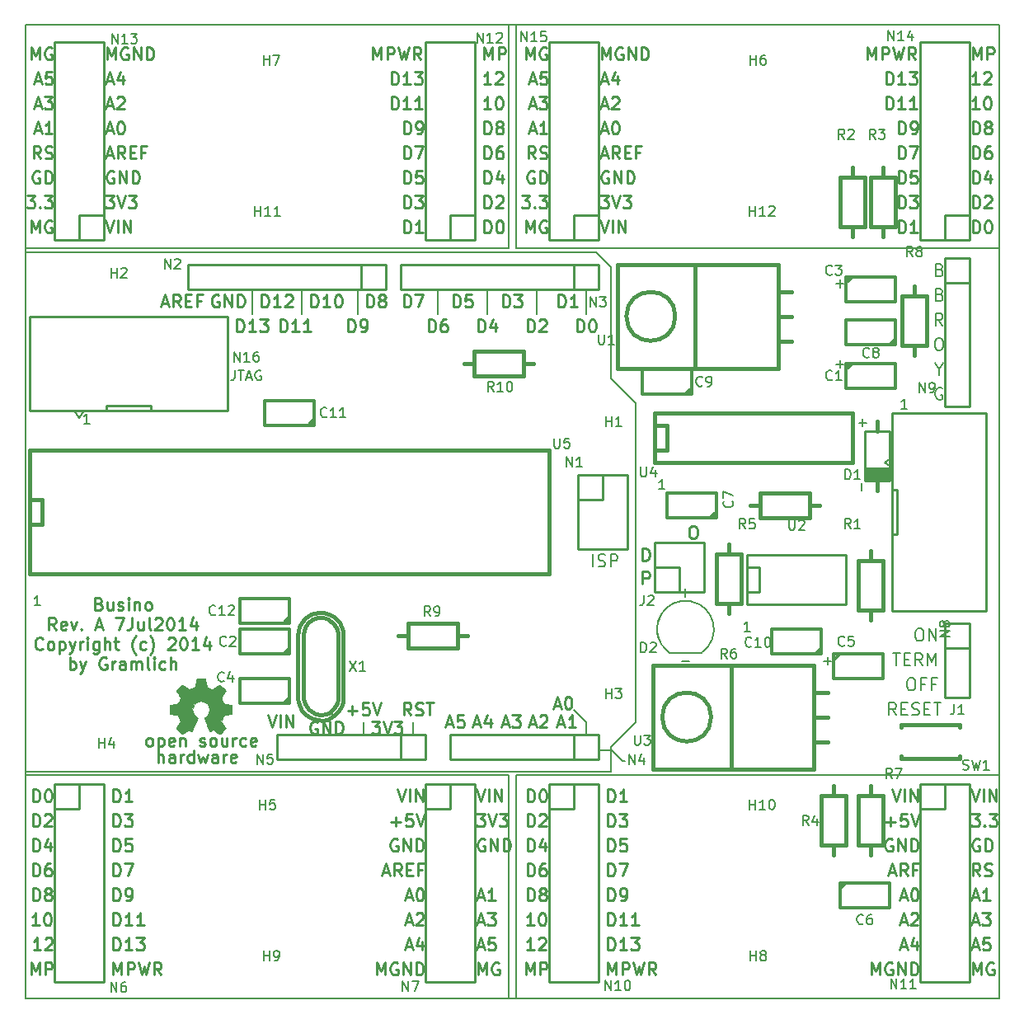
<source format=gto>
%FSLAX34Y34*%
G04 Gerber Fmt 3.4, Leading zero omitted, Abs format*
G04 (created by PCBNEW (2014-jan-25)-product) date Sun 13 Jul 2014 03:50:37 PM PDT*
%MOIN*%
G01*
G70*
G90*
G04 APERTURE LIST*
%ADD10C,0.005906*%
%ADD11C,0.008000*%
%ADD12C,0.010000*%
%ADD13C,0.007874*%
%ADD14C,0.006000*%
%ADD15C,0.015000*%
%ADD16C,0.012000*%
%ADD17C,0.000100*%
G04 APERTURE END LIST*
G54D10*
G54D11*
X45964Y-25830D02*
X45735Y-25830D01*
X45850Y-25830D02*
X45850Y-25430D01*
X45811Y-25488D01*
X45773Y-25526D01*
X45735Y-25545D01*
X39614Y-34830D02*
X39385Y-34830D01*
X39500Y-34830D02*
X39500Y-34430D01*
X39461Y-34488D01*
X39423Y-34526D01*
X39385Y-34545D01*
X36164Y-29080D02*
X35935Y-29080D01*
X36050Y-29080D02*
X36050Y-28680D01*
X36011Y-28738D01*
X35973Y-28776D01*
X35935Y-28795D01*
X10914Y-33780D02*
X10685Y-33780D01*
X10800Y-33780D02*
X10800Y-33380D01*
X10761Y-33438D01*
X10723Y-33476D01*
X10685Y-33495D01*
X12914Y-26430D02*
X12685Y-26430D01*
X12800Y-26430D02*
X12800Y-26030D01*
X12761Y-26088D01*
X12723Y-26126D01*
X12685Y-26145D01*
G54D12*
X15680Y-40140D02*
X15680Y-39640D01*
X15894Y-40140D02*
X15894Y-39878D01*
X15870Y-39830D01*
X15822Y-39806D01*
X15751Y-39806D01*
X15703Y-39830D01*
X15680Y-39854D01*
X16346Y-40140D02*
X16346Y-39878D01*
X16322Y-39830D01*
X16275Y-39806D01*
X16180Y-39806D01*
X16132Y-39830D01*
X16346Y-40116D02*
X16299Y-40140D01*
X16180Y-40140D01*
X16132Y-40116D01*
X16108Y-40068D01*
X16108Y-40021D01*
X16132Y-39973D01*
X16180Y-39949D01*
X16299Y-39949D01*
X16346Y-39925D01*
X16584Y-40140D02*
X16584Y-39806D01*
X16584Y-39902D02*
X16608Y-39854D01*
X16632Y-39830D01*
X16680Y-39806D01*
X16727Y-39806D01*
X17108Y-40140D02*
X17108Y-39640D01*
X17108Y-40116D02*
X17061Y-40140D01*
X16965Y-40140D01*
X16918Y-40116D01*
X16894Y-40092D01*
X16870Y-40044D01*
X16870Y-39902D01*
X16894Y-39854D01*
X16918Y-39830D01*
X16965Y-39806D01*
X17061Y-39806D01*
X17108Y-39830D01*
X17299Y-39806D02*
X17394Y-40140D01*
X17489Y-39902D01*
X17584Y-40140D01*
X17680Y-39806D01*
X18084Y-40140D02*
X18084Y-39878D01*
X18061Y-39830D01*
X18013Y-39806D01*
X17918Y-39806D01*
X17870Y-39830D01*
X18084Y-40116D02*
X18037Y-40140D01*
X17918Y-40140D01*
X17870Y-40116D01*
X17846Y-40068D01*
X17846Y-40021D01*
X17870Y-39973D01*
X17918Y-39949D01*
X18037Y-39949D01*
X18084Y-39925D01*
X18322Y-40140D02*
X18322Y-39806D01*
X18322Y-39902D02*
X18346Y-39854D01*
X18370Y-39830D01*
X18418Y-39806D01*
X18465Y-39806D01*
X18822Y-40116D02*
X18775Y-40140D01*
X18680Y-40140D01*
X18632Y-40116D01*
X18608Y-40068D01*
X18608Y-39878D01*
X18632Y-39830D01*
X18680Y-39806D01*
X18775Y-39806D01*
X18822Y-39830D01*
X18846Y-39878D01*
X18846Y-39925D01*
X18608Y-39973D01*
X15297Y-39476D02*
X15250Y-39452D01*
X15226Y-39428D01*
X15202Y-39380D01*
X15202Y-39238D01*
X15226Y-39190D01*
X15250Y-39166D01*
X15297Y-39142D01*
X15369Y-39142D01*
X15416Y-39166D01*
X15440Y-39190D01*
X15464Y-39238D01*
X15464Y-39380D01*
X15440Y-39428D01*
X15416Y-39452D01*
X15369Y-39476D01*
X15297Y-39476D01*
X15678Y-39142D02*
X15678Y-39642D01*
X15678Y-39166D02*
X15726Y-39142D01*
X15821Y-39142D01*
X15869Y-39166D01*
X15892Y-39190D01*
X15916Y-39238D01*
X15916Y-39380D01*
X15892Y-39428D01*
X15869Y-39452D01*
X15821Y-39476D01*
X15726Y-39476D01*
X15678Y-39452D01*
X16321Y-39452D02*
X16273Y-39476D01*
X16178Y-39476D01*
X16130Y-39452D01*
X16107Y-39404D01*
X16107Y-39214D01*
X16130Y-39166D01*
X16178Y-39142D01*
X16273Y-39142D01*
X16321Y-39166D01*
X16345Y-39214D01*
X16345Y-39261D01*
X16107Y-39309D01*
X16559Y-39142D02*
X16559Y-39476D01*
X16559Y-39190D02*
X16583Y-39166D01*
X16630Y-39142D01*
X16702Y-39142D01*
X16750Y-39166D01*
X16773Y-39214D01*
X16773Y-39476D01*
X17369Y-39452D02*
X17416Y-39476D01*
X17511Y-39476D01*
X17559Y-39452D01*
X17583Y-39404D01*
X17583Y-39380D01*
X17559Y-39333D01*
X17511Y-39309D01*
X17440Y-39309D01*
X17392Y-39285D01*
X17369Y-39238D01*
X17369Y-39214D01*
X17392Y-39166D01*
X17440Y-39142D01*
X17511Y-39142D01*
X17559Y-39166D01*
X17869Y-39476D02*
X17821Y-39452D01*
X17797Y-39428D01*
X17773Y-39380D01*
X17773Y-39238D01*
X17797Y-39190D01*
X17821Y-39166D01*
X17869Y-39142D01*
X17940Y-39142D01*
X17988Y-39166D01*
X18011Y-39190D01*
X18035Y-39238D01*
X18035Y-39380D01*
X18011Y-39428D01*
X17988Y-39452D01*
X17940Y-39476D01*
X17869Y-39476D01*
X18464Y-39142D02*
X18464Y-39476D01*
X18250Y-39142D02*
X18250Y-39404D01*
X18273Y-39452D01*
X18321Y-39476D01*
X18392Y-39476D01*
X18440Y-39452D01*
X18464Y-39428D01*
X18702Y-39476D02*
X18702Y-39142D01*
X18702Y-39238D02*
X18726Y-39190D01*
X18750Y-39166D01*
X18797Y-39142D01*
X18845Y-39142D01*
X19226Y-39452D02*
X19178Y-39476D01*
X19083Y-39476D01*
X19035Y-39452D01*
X19011Y-39428D01*
X18988Y-39380D01*
X18988Y-39238D01*
X19011Y-39190D01*
X19035Y-39166D01*
X19083Y-39142D01*
X19178Y-39142D01*
X19226Y-39166D01*
X19630Y-39452D02*
X19583Y-39476D01*
X19488Y-39476D01*
X19440Y-39452D01*
X19416Y-39404D01*
X19416Y-39214D01*
X19440Y-39166D01*
X19488Y-39142D01*
X19583Y-39142D01*
X19630Y-39166D01*
X19654Y-39214D01*
X19654Y-39261D01*
X19416Y-39309D01*
X13291Y-33722D02*
X13363Y-33746D01*
X13386Y-33769D01*
X13410Y-33817D01*
X13410Y-33888D01*
X13386Y-33936D01*
X13363Y-33960D01*
X13315Y-33984D01*
X13125Y-33984D01*
X13125Y-33484D01*
X13291Y-33484D01*
X13339Y-33508D01*
X13363Y-33531D01*
X13386Y-33579D01*
X13386Y-33627D01*
X13363Y-33674D01*
X13339Y-33698D01*
X13291Y-33722D01*
X13125Y-33722D01*
X13839Y-33650D02*
X13839Y-33984D01*
X13625Y-33650D02*
X13625Y-33912D01*
X13648Y-33960D01*
X13696Y-33984D01*
X13767Y-33984D01*
X13815Y-33960D01*
X13839Y-33936D01*
X14053Y-33960D02*
X14101Y-33984D01*
X14196Y-33984D01*
X14244Y-33960D01*
X14267Y-33912D01*
X14267Y-33888D01*
X14244Y-33841D01*
X14196Y-33817D01*
X14125Y-33817D01*
X14077Y-33793D01*
X14053Y-33746D01*
X14053Y-33722D01*
X14077Y-33674D01*
X14125Y-33650D01*
X14196Y-33650D01*
X14244Y-33674D01*
X14482Y-33984D02*
X14482Y-33650D01*
X14482Y-33484D02*
X14458Y-33508D01*
X14482Y-33531D01*
X14506Y-33508D01*
X14482Y-33484D01*
X14482Y-33531D01*
X14720Y-33650D02*
X14720Y-33984D01*
X14720Y-33698D02*
X14744Y-33674D01*
X14791Y-33650D01*
X14863Y-33650D01*
X14910Y-33674D01*
X14934Y-33722D01*
X14934Y-33984D01*
X15244Y-33984D02*
X15196Y-33960D01*
X15172Y-33936D01*
X15148Y-33888D01*
X15148Y-33746D01*
X15172Y-33698D01*
X15196Y-33674D01*
X15244Y-33650D01*
X15315Y-33650D01*
X15363Y-33674D01*
X15386Y-33698D01*
X15410Y-33746D01*
X15410Y-33888D01*
X15386Y-33936D01*
X15363Y-33960D01*
X15315Y-33984D01*
X15244Y-33984D01*
X11553Y-34784D02*
X11386Y-34546D01*
X11267Y-34784D02*
X11267Y-34284D01*
X11458Y-34284D01*
X11506Y-34308D01*
X11529Y-34331D01*
X11553Y-34379D01*
X11553Y-34450D01*
X11529Y-34498D01*
X11506Y-34522D01*
X11458Y-34546D01*
X11267Y-34546D01*
X11958Y-34760D02*
X11910Y-34784D01*
X11815Y-34784D01*
X11767Y-34760D01*
X11744Y-34712D01*
X11744Y-34522D01*
X11767Y-34474D01*
X11815Y-34450D01*
X11910Y-34450D01*
X11958Y-34474D01*
X11982Y-34522D01*
X11982Y-34569D01*
X11744Y-34617D01*
X12148Y-34450D02*
X12267Y-34784D01*
X12386Y-34450D01*
X12577Y-34736D02*
X12601Y-34760D01*
X12577Y-34784D01*
X12553Y-34760D01*
X12577Y-34736D01*
X12577Y-34784D01*
X13172Y-34641D02*
X13410Y-34641D01*
X13125Y-34784D02*
X13291Y-34284D01*
X13458Y-34784D01*
X13958Y-34284D02*
X14291Y-34284D01*
X14077Y-34784D01*
X14625Y-34284D02*
X14625Y-34641D01*
X14601Y-34712D01*
X14553Y-34760D01*
X14482Y-34784D01*
X14434Y-34784D01*
X15077Y-34450D02*
X15077Y-34784D01*
X14863Y-34450D02*
X14863Y-34712D01*
X14886Y-34760D01*
X14934Y-34784D01*
X15005Y-34784D01*
X15053Y-34760D01*
X15077Y-34736D01*
X15386Y-34784D02*
X15339Y-34760D01*
X15315Y-34712D01*
X15315Y-34284D01*
X15553Y-34331D02*
X15577Y-34308D01*
X15625Y-34284D01*
X15744Y-34284D01*
X15791Y-34308D01*
X15815Y-34331D01*
X15839Y-34379D01*
X15839Y-34427D01*
X15815Y-34498D01*
X15529Y-34784D01*
X15839Y-34784D01*
X16148Y-34284D02*
X16196Y-34284D01*
X16244Y-34308D01*
X16267Y-34331D01*
X16291Y-34379D01*
X16315Y-34474D01*
X16315Y-34593D01*
X16291Y-34688D01*
X16267Y-34736D01*
X16244Y-34760D01*
X16196Y-34784D01*
X16148Y-34784D01*
X16101Y-34760D01*
X16077Y-34736D01*
X16053Y-34688D01*
X16029Y-34593D01*
X16029Y-34474D01*
X16053Y-34379D01*
X16077Y-34331D01*
X16101Y-34308D01*
X16148Y-34284D01*
X16791Y-34784D02*
X16506Y-34784D01*
X16648Y-34784D02*
X16648Y-34284D01*
X16601Y-34355D01*
X16553Y-34403D01*
X16506Y-34427D01*
X17220Y-34450D02*
X17220Y-34784D01*
X17101Y-34260D02*
X16982Y-34617D01*
X17291Y-34617D01*
X11017Y-35536D02*
X10994Y-35560D01*
X10922Y-35584D01*
X10875Y-35584D01*
X10803Y-35560D01*
X10755Y-35512D01*
X10732Y-35465D01*
X10708Y-35369D01*
X10708Y-35298D01*
X10732Y-35203D01*
X10755Y-35155D01*
X10803Y-35108D01*
X10875Y-35084D01*
X10922Y-35084D01*
X10994Y-35108D01*
X11017Y-35131D01*
X11303Y-35584D02*
X11255Y-35560D01*
X11232Y-35536D01*
X11208Y-35488D01*
X11208Y-35346D01*
X11232Y-35298D01*
X11255Y-35274D01*
X11303Y-35250D01*
X11375Y-35250D01*
X11422Y-35274D01*
X11446Y-35298D01*
X11470Y-35346D01*
X11470Y-35488D01*
X11446Y-35536D01*
X11422Y-35560D01*
X11375Y-35584D01*
X11303Y-35584D01*
X11684Y-35250D02*
X11684Y-35750D01*
X11684Y-35274D02*
X11732Y-35250D01*
X11827Y-35250D01*
X11875Y-35274D01*
X11898Y-35298D01*
X11922Y-35346D01*
X11922Y-35488D01*
X11898Y-35536D01*
X11875Y-35560D01*
X11827Y-35584D01*
X11732Y-35584D01*
X11684Y-35560D01*
X12089Y-35250D02*
X12208Y-35584D01*
X12327Y-35250D02*
X12208Y-35584D01*
X12160Y-35703D01*
X12136Y-35727D01*
X12089Y-35750D01*
X12517Y-35584D02*
X12517Y-35250D01*
X12517Y-35346D02*
X12541Y-35298D01*
X12565Y-35274D01*
X12613Y-35250D01*
X12660Y-35250D01*
X12827Y-35584D02*
X12827Y-35250D01*
X12827Y-35084D02*
X12803Y-35108D01*
X12827Y-35131D01*
X12851Y-35108D01*
X12827Y-35084D01*
X12827Y-35131D01*
X13279Y-35250D02*
X13279Y-35655D01*
X13255Y-35703D01*
X13232Y-35727D01*
X13184Y-35750D01*
X13113Y-35750D01*
X13065Y-35727D01*
X13279Y-35560D02*
X13232Y-35584D01*
X13136Y-35584D01*
X13089Y-35560D01*
X13065Y-35536D01*
X13041Y-35488D01*
X13041Y-35346D01*
X13065Y-35298D01*
X13089Y-35274D01*
X13136Y-35250D01*
X13232Y-35250D01*
X13279Y-35274D01*
X13517Y-35584D02*
X13517Y-35084D01*
X13732Y-35584D02*
X13732Y-35322D01*
X13708Y-35274D01*
X13660Y-35250D01*
X13589Y-35250D01*
X13541Y-35274D01*
X13517Y-35298D01*
X13898Y-35250D02*
X14089Y-35250D01*
X13970Y-35084D02*
X13970Y-35512D01*
X13994Y-35560D01*
X14041Y-35584D01*
X14089Y-35584D01*
X14779Y-35774D02*
X14756Y-35750D01*
X14708Y-35679D01*
X14684Y-35631D01*
X14660Y-35560D01*
X14636Y-35441D01*
X14636Y-35346D01*
X14660Y-35227D01*
X14684Y-35155D01*
X14708Y-35108D01*
X14756Y-35036D01*
X14779Y-35012D01*
X15184Y-35560D02*
X15136Y-35584D01*
X15041Y-35584D01*
X14994Y-35560D01*
X14970Y-35536D01*
X14946Y-35488D01*
X14946Y-35346D01*
X14970Y-35298D01*
X14994Y-35274D01*
X15041Y-35250D01*
X15136Y-35250D01*
X15184Y-35274D01*
X15351Y-35774D02*
X15375Y-35750D01*
X15422Y-35679D01*
X15446Y-35631D01*
X15470Y-35560D01*
X15494Y-35441D01*
X15494Y-35346D01*
X15470Y-35227D01*
X15446Y-35155D01*
X15422Y-35108D01*
X15375Y-35036D01*
X15351Y-35012D01*
X16089Y-35131D02*
X16113Y-35108D01*
X16160Y-35084D01*
X16279Y-35084D01*
X16327Y-35108D01*
X16351Y-35131D01*
X16375Y-35179D01*
X16375Y-35227D01*
X16351Y-35298D01*
X16065Y-35584D01*
X16375Y-35584D01*
X16684Y-35084D02*
X16732Y-35084D01*
X16779Y-35108D01*
X16803Y-35131D01*
X16827Y-35179D01*
X16851Y-35274D01*
X16851Y-35393D01*
X16827Y-35488D01*
X16803Y-35536D01*
X16779Y-35560D01*
X16732Y-35584D01*
X16684Y-35584D01*
X16636Y-35560D01*
X16613Y-35536D01*
X16589Y-35488D01*
X16565Y-35393D01*
X16565Y-35274D01*
X16589Y-35179D01*
X16613Y-35131D01*
X16636Y-35108D01*
X16684Y-35084D01*
X17327Y-35584D02*
X17041Y-35584D01*
X17184Y-35584D02*
X17184Y-35084D01*
X17136Y-35155D01*
X17089Y-35203D01*
X17041Y-35227D01*
X17756Y-35250D02*
X17756Y-35584D01*
X17636Y-35060D02*
X17517Y-35417D01*
X17827Y-35417D01*
X12113Y-36384D02*
X12113Y-35884D01*
X12113Y-36074D02*
X12160Y-36050D01*
X12256Y-36050D01*
X12303Y-36074D01*
X12327Y-36098D01*
X12351Y-36146D01*
X12351Y-36288D01*
X12327Y-36336D01*
X12303Y-36360D01*
X12256Y-36384D01*
X12160Y-36384D01*
X12113Y-36360D01*
X12517Y-36050D02*
X12636Y-36384D01*
X12756Y-36050D02*
X12636Y-36384D01*
X12589Y-36503D01*
X12565Y-36527D01*
X12517Y-36550D01*
X13589Y-35908D02*
X13541Y-35884D01*
X13470Y-35884D01*
X13398Y-35908D01*
X13351Y-35955D01*
X13327Y-36003D01*
X13303Y-36098D01*
X13303Y-36169D01*
X13327Y-36265D01*
X13351Y-36312D01*
X13398Y-36360D01*
X13470Y-36384D01*
X13517Y-36384D01*
X13589Y-36360D01*
X13613Y-36336D01*
X13613Y-36169D01*
X13517Y-36169D01*
X13827Y-36384D02*
X13827Y-36050D01*
X13827Y-36146D02*
X13851Y-36098D01*
X13875Y-36074D01*
X13922Y-36050D01*
X13970Y-36050D01*
X14351Y-36384D02*
X14351Y-36122D01*
X14327Y-36074D01*
X14279Y-36050D01*
X14184Y-36050D01*
X14136Y-36074D01*
X14351Y-36360D02*
X14303Y-36384D01*
X14184Y-36384D01*
X14136Y-36360D01*
X14113Y-36312D01*
X14113Y-36265D01*
X14136Y-36217D01*
X14184Y-36193D01*
X14303Y-36193D01*
X14351Y-36169D01*
X14589Y-36384D02*
X14589Y-36050D01*
X14589Y-36098D02*
X14613Y-36074D01*
X14660Y-36050D01*
X14732Y-36050D01*
X14779Y-36074D01*
X14803Y-36122D01*
X14803Y-36384D01*
X14803Y-36122D02*
X14827Y-36074D01*
X14875Y-36050D01*
X14946Y-36050D01*
X14994Y-36074D01*
X15017Y-36122D01*
X15017Y-36384D01*
X15327Y-36384D02*
X15279Y-36360D01*
X15256Y-36312D01*
X15256Y-35884D01*
X15517Y-36384D02*
X15517Y-36050D01*
X15517Y-35884D02*
X15494Y-35908D01*
X15517Y-35931D01*
X15541Y-35908D01*
X15517Y-35884D01*
X15517Y-35931D01*
X15970Y-36360D02*
X15922Y-36384D01*
X15827Y-36384D01*
X15779Y-36360D01*
X15756Y-36336D01*
X15732Y-36288D01*
X15732Y-36146D01*
X15756Y-36098D01*
X15779Y-36074D01*
X15827Y-36050D01*
X15922Y-36050D01*
X15970Y-36074D01*
X16184Y-36384D02*
X16184Y-35884D01*
X16398Y-36384D02*
X16398Y-36122D01*
X16375Y-36074D01*
X16327Y-36050D01*
X16256Y-36050D01*
X16208Y-36074D01*
X16184Y-36098D01*
X37264Y-30576D02*
X37359Y-30576D01*
X37407Y-30600D01*
X37454Y-30647D01*
X37478Y-30742D01*
X37478Y-30909D01*
X37454Y-31004D01*
X37407Y-31052D01*
X37359Y-31076D01*
X37264Y-31076D01*
X37216Y-31052D01*
X37169Y-31004D01*
X37145Y-30909D01*
X37145Y-30742D01*
X37169Y-30647D01*
X37216Y-30600D01*
X37264Y-30576D01*
X35269Y-32926D02*
X35269Y-32426D01*
X35459Y-32426D01*
X35507Y-32450D01*
X35530Y-32473D01*
X35554Y-32521D01*
X35554Y-32592D01*
X35530Y-32640D01*
X35507Y-32664D01*
X35459Y-32688D01*
X35269Y-32688D01*
X35269Y-31976D02*
X35269Y-31476D01*
X35388Y-31476D01*
X35459Y-31500D01*
X35507Y-31547D01*
X35530Y-31595D01*
X35554Y-31690D01*
X35554Y-31761D01*
X35530Y-31857D01*
X35507Y-31904D01*
X35459Y-31952D01*
X35388Y-31976D01*
X35269Y-31976D01*
G54D11*
X18783Y-24280D02*
X18783Y-24566D01*
X18764Y-24623D01*
X18726Y-24661D01*
X18669Y-24680D01*
X18630Y-24680D01*
X18916Y-24280D02*
X19145Y-24280D01*
X19030Y-24680D02*
X19030Y-24280D01*
X19259Y-24566D02*
X19450Y-24566D01*
X19221Y-24680D02*
X19354Y-24280D01*
X19488Y-24680D01*
X19830Y-24300D02*
X19792Y-24280D01*
X19735Y-24280D01*
X19678Y-24300D01*
X19640Y-24338D01*
X19621Y-24376D01*
X19602Y-24452D01*
X19602Y-24509D01*
X19621Y-24585D01*
X19640Y-24623D01*
X19678Y-24661D01*
X19735Y-24680D01*
X19773Y-24680D01*
X19830Y-24661D01*
X19850Y-24642D01*
X19850Y-24509D01*
X19773Y-24509D01*
G54D13*
X34448Y-40078D02*
X34551Y-40078D01*
X34015Y-39645D02*
X33484Y-39645D01*
X34452Y-40082D02*
X34015Y-39645D01*
G54D11*
X33261Y-32226D02*
X33261Y-31726D01*
X33476Y-32202D02*
X33547Y-32226D01*
X33666Y-32226D01*
X33714Y-32202D01*
X33738Y-32178D01*
X33761Y-32130D01*
X33761Y-32083D01*
X33738Y-32035D01*
X33714Y-32011D01*
X33666Y-31988D01*
X33571Y-31964D01*
X33523Y-31940D01*
X33500Y-31916D01*
X33476Y-31869D01*
X33476Y-31821D01*
X33500Y-31773D01*
X33523Y-31750D01*
X33571Y-31726D01*
X33690Y-31726D01*
X33761Y-31750D01*
X33976Y-32226D02*
X33976Y-31726D01*
X34166Y-31726D01*
X34214Y-31750D01*
X34238Y-31773D01*
X34261Y-31821D01*
X34261Y-31892D01*
X34238Y-31940D01*
X34214Y-31964D01*
X34166Y-31988D01*
X33976Y-31988D01*
X45523Y-38226D02*
X45357Y-37988D01*
X45238Y-38226D02*
X45238Y-37726D01*
X45428Y-37726D01*
X45476Y-37750D01*
X45500Y-37773D01*
X45523Y-37821D01*
X45523Y-37892D01*
X45500Y-37940D01*
X45476Y-37964D01*
X45428Y-37988D01*
X45238Y-37988D01*
X45738Y-37964D02*
X45904Y-37964D01*
X45976Y-38226D02*
X45738Y-38226D01*
X45738Y-37726D01*
X45976Y-37726D01*
X46166Y-38202D02*
X46238Y-38226D01*
X46357Y-38226D01*
X46404Y-38202D01*
X46428Y-38178D01*
X46452Y-38130D01*
X46452Y-38083D01*
X46428Y-38035D01*
X46404Y-38011D01*
X46357Y-37988D01*
X46261Y-37964D01*
X46214Y-37940D01*
X46190Y-37916D01*
X46166Y-37869D01*
X46166Y-37821D01*
X46190Y-37773D01*
X46214Y-37750D01*
X46261Y-37726D01*
X46380Y-37726D01*
X46452Y-37750D01*
X46666Y-37964D02*
X46833Y-37964D01*
X46904Y-38226D02*
X46666Y-38226D01*
X46666Y-37726D01*
X46904Y-37726D01*
X47047Y-37726D02*
X47333Y-37726D01*
X47190Y-38226D02*
X47190Y-37726D01*
X47380Y-25000D02*
X47333Y-24976D01*
X47261Y-24976D01*
X47190Y-25000D01*
X47142Y-25047D01*
X47119Y-25095D01*
X47095Y-25190D01*
X47095Y-25261D01*
X47119Y-25357D01*
X47142Y-25404D01*
X47190Y-25452D01*
X47261Y-25476D01*
X47309Y-25476D01*
X47380Y-25452D01*
X47404Y-25428D01*
X47404Y-25261D01*
X47309Y-25261D01*
X47250Y-24238D02*
X47250Y-24476D01*
X47083Y-23976D02*
X47250Y-24238D01*
X47416Y-23976D01*
X47202Y-22976D02*
X47297Y-22976D01*
X47345Y-23000D01*
X47392Y-23047D01*
X47416Y-23142D01*
X47416Y-23309D01*
X47392Y-23404D01*
X47345Y-23452D01*
X47297Y-23476D01*
X47202Y-23476D01*
X47154Y-23452D01*
X47107Y-23404D01*
X47083Y-23309D01*
X47083Y-23142D01*
X47107Y-23047D01*
X47154Y-23000D01*
X47202Y-22976D01*
G54D14*
X47404Y-22476D02*
X47238Y-22238D01*
X47119Y-22476D02*
X47119Y-21976D01*
X47309Y-21976D01*
X47357Y-22000D01*
X47380Y-22023D01*
X47404Y-22071D01*
X47404Y-22142D01*
X47380Y-22190D01*
X47357Y-22214D01*
X47309Y-22238D01*
X47119Y-22238D01*
G54D11*
X47285Y-21214D02*
X47357Y-21238D01*
X47380Y-21261D01*
X47404Y-21309D01*
X47404Y-21380D01*
X47380Y-21428D01*
X47357Y-21452D01*
X47309Y-21476D01*
X47119Y-21476D01*
X47119Y-20976D01*
X47285Y-20976D01*
X47333Y-21000D01*
X47357Y-21023D01*
X47380Y-21071D01*
X47380Y-21119D01*
X47357Y-21166D01*
X47333Y-21190D01*
X47285Y-21214D01*
X47119Y-21214D01*
X47285Y-20214D02*
X47357Y-20238D01*
X47380Y-20261D01*
X47404Y-20309D01*
X47404Y-20380D01*
X47380Y-20428D01*
X47357Y-20452D01*
X47309Y-20476D01*
X47119Y-20476D01*
X47119Y-19976D01*
X47285Y-19976D01*
X47333Y-20000D01*
X47357Y-20023D01*
X47380Y-20071D01*
X47380Y-20119D01*
X47357Y-20166D01*
X47333Y-20190D01*
X47285Y-20214D01*
X47119Y-20214D01*
X45392Y-35726D02*
X45678Y-35726D01*
X45535Y-36226D02*
X45535Y-35726D01*
X45845Y-35964D02*
X46011Y-35964D01*
X46083Y-36226D02*
X45845Y-36226D01*
X45845Y-35726D01*
X46083Y-35726D01*
X46583Y-36226D02*
X46416Y-35988D01*
X46297Y-36226D02*
X46297Y-35726D01*
X46488Y-35726D01*
X46535Y-35750D01*
X46559Y-35773D01*
X46583Y-35821D01*
X46583Y-35892D01*
X46559Y-35940D01*
X46535Y-35964D01*
X46488Y-35988D01*
X46297Y-35988D01*
X46797Y-36226D02*
X46797Y-35726D01*
X46964Y-36083D01*
X47130Y-35726D01*
X47130Y-36226D01*
X46083Y-36726D02*
X46178Y-36726D01*
X46226Y-36750D01*
X46273Y-36797D01*
X46297Y-36892D01*
X46297Y-37059D01*
X46273Y-37154D01*
X46226Y-37202D01*
X46178Y-37226D01*
X46083Y-37226D01*
X46035Y-37202D01*
X45988Y-37154D01*
X45964Y-37059D01*
X45964Y-36892D01*
X45988Y-36797D01*
X46035Y-36750D01*
X46083Y-36726D01*
X46678Y-36964D02*
X46511Y-36964D01*
X46511Y-37226D02*
X46511Y-36726D01*
X46750Y-36726D01*
X47107Y-36964D02*
X46940Y-36964D01*
X46940Y-37226D02*
X46940Y-36726D01*
X47178Y-36726D01*
X46416Y-34726D02*
X46511Y-34726D01*
X46559Y-34750D01*
X46607Y-34797D01*
X46630Y-34892D01*
X46630Y-35059D01*
X46607Y-35154D01*
X46559Y-35202D01*
X46511Y-35226D01*
X46416Y-35226D01*
X46369Y-35202D01*
X46321Y-35154D01*
X46297Y-35059D01*
X46297Y-34892D01*
X46321Y-34797D01*
X46369Y-34750D01*
X46416Y-34726D01*
X46845Y-35226D02*
X46845Y-34726D01*
X47130Y-35226D01*
X47130Y-34726D01*
G54D13*
X27000Y-21000D02*
X27000Y-22000D01*
X29000Y-21000D02*
X29000Y-22000D01*
X31000Y-21000D02*
X31000Y-22000D01*
X33000Y-21000D02*
X33000Y-22000D01*
X23750Y-21000D02*
X23750Y-22000D01*
X21500Y-21000D02*
X21250Y-21000D01*
X21500Y-22000D02*
X21500Y-21000D01*
X19500Y-22000D02*
X19500Y-21000D01*
G54D12*
X15845Y-21583D02*
X16083Y-21583D01*
X15797Y-21726D02*
X15964Y-21226D01*
X16130Y-21726D01*
X16583Y-21726D02*
X16416Y-21488D01*
X16297Y-21726D02*
X16297Y-21226D01*
X16488Y-21226D01*
X16535Y-21250D01*
X16559Y-21273D01*
X16583Y-21321D01*
X16583Y-21392D01*
X16559Y-21440D01*
X16535Y-21464D01*
X16488Y-21488D01*
X16297Y-21488D01*
X16797Y-21464D02*
X16964Y-21464D01*
X17035Y-21726D02*
X16797Y-21726D01*
X16797Y-21226D01*
X17035Y-21226D01*
X17416Y-21464D02*
X17250Y-21464D01*
X17250Y-21726D02*
X17250Y-21226D01*
X17488Y-21226D01*
X18130Y-21250D02*
X18083Y-21226D01*
X18011Y-21226D01*
X17940Y-21250D01*
X17892Y-21297D01*
X17869Y-21345D01*
X17845Y-21440D01*
X17845Y-21511D01*
X17869Y-21607D01*
X17892Y-21654D01*
X17940Y-21702D01*
X18011Y-21726D01*
X18059Y-21726D01*
X18130Y-21702D01*
X18154Y-21678D01*
X18154Y-21511D01*
X18059Y-21511D01*
X18369Y-21726D02*
X18369Y-21226D01*
X18654Y-21726D01*
X18654Y-21226D01*
X18892Y-21726D02*
X18892Y-21226D01*
X19011Y-21226D01*
X19083Y-21250D01*
X19130Y-21297D01*
X19154Y-21345D01*
X19178Y-21440D01*
X19178Y-21511D01*
X19154Y-21607D01*
X19130Y-21654D01*
X19083Y-21702D01*
X19011Y-21726D01*
X18892Y-21726D01*
X18869Y-22726D02*
X18869Y-22226D01*
X18988Y-22226D01*
X19059Y-22250D01*
X19107Y-22297D01*
X19130Y-22345D01*
X19154Y-22440D01*
X19154Y-22511D01*
X19130Y-22607D01*
X19107Y-22654D01*
X19059Y-22702D01*
X18988Y-22726D01*
X18869Y-22726D01*
X19630Y-22726D02*
X19345Y-22726D01*
X19488Y-22726D02*
X19488Y-22226D01*
X19440Y-22297D01*
X19392Y-22345D01*
X19345Y-22369D01*
X19797Y-22226D02*
X20107Y-22226D01*
X19940Y-22416D01*
X20011Y-22416D01*
X20059Y-22440D01*
X20083Y-22464D01*
X20107Y-22511D01*
X20107Y-22630D01*
X20083Y-22678D01*
X20059Y-22702D01*
X20011Y-22726D01*
X19869Y-22726D01*
X19821Y-22702D01*
X19797Y-22678D01*
X19869Y-21726D02*
X19869Y-21226D01*
X19988Y-21226D01*
X20059Y-21250D01*
X20107Y-21297D01*
X20130Y-21345D01*
X20154Y-21440D01*
X20154Y-21511D01*
X20130Y-21607D01*
X20107Y-21654D01*
X20059Y-21702D01*
X19988Y-21726D01*
X19869Y-21726D01*
X20630Y-21726D02*
X20345Y-21726D01*
X20488Y-21726D02*
X20488Y-21226D01*
X20440Y-21297D01*
X20392Y-21345D01*
X20345Y-21369D01*
X20821Y-21273D02*
X20845Y-21250D01*
X20892Y-21226D01*
X21011Y-21226D01*
X21059Y-21250D01*
X21083Y-21273D01*
X21107Y-21321D01*
X21107Y-21369D01*
X21083Y-21440D01*
X20797Y-21726D01*
X21107Y-21726D01*
X20619Y-22726D02*
X20619Y-22226D01*
X20738Y-22226D01*
X20809Y-22250D01*
X20857Y-22297D01*
X20880Y-22345D01*
X20904Y-22440D01*
X20904Y-22511D01*
X20880Y-22607D01*
X20857Y-22654D01*
X20809Y-22702D01*
X20738Y-22726D01*
X20619Y-22726D01*
X21380Y-22726D02*
X21095Y-22726D01*
X21238Y-22726D02*
X21238Y-22226D01*
X21190Y-22297D01*
X21142Y-22345D01*
X21095Y-22369D01*
X21857Y-22726D02*
X21571Y-22726D01*
X21714Y-22726D02*
X21714Y-22226D01*
X21666Y-22297D01*
X21619Y-22345D01*
X21571Y-22369D01*
X21869Y-21726D02*
X21869Y-21226D01*
X21988Y-21226D01*
X22059Y-21250D01*
X22107Y-21297D01*
X22130Y-21345D01*
X22154Y-21440D01*
X22154Y-21511D01*
X22130Y-21607D01*
X22107Y-21654D01*
X22059Y-21702D01*
X21988Y-21726D01*
X21869Y-21726D01*
X22630Y-21726D02*
X22345Y-21726D01*
X22488Y-21726D02*
X22488Y-21226D01*
X22440Y-21297D01*
X22392Y-21345D01*
X22345Y-21369D01*
X22940Y-21226D02*
X22988Y-21226D01*
X23035Y-21250D01*
X23059Y-21273D01*
X23083Y-21321D01*
X23107Y-21416D01*
X23107Y-21535D01*
X23083Y-21630D01*
X23059Y-21678D01*
X23035Y-21702D01*
X22988Y-21726D01*
X22940Y-21726D01*
X22892Y-21702D01*
X22869Y-21678D01*
X22845Y-21630D01*
X22821Y-21535D01*
X22821Y-21416D01*
X22845Y-21321D01*
X22869Y-21273D01*
X22892Y-21250D01*
X22940Y-21226D01*
X23369Y-22726D02*
X23369Y-22226D01*
X23488Y-22226D01*
X23559Y-22250D01*
X23607Y-22297D01*
X23630Y-22345D01*
X23654Y-22440D01*
X23654Y-22511D01*
X23630Y-22607D01*
X23607Y-22654D01*
X23559Y-22702D01*
X23488Y-22726D01*
X23369Y-22726D01*
X23892Y-22726D02*
X23988Y-22726D01*
X24035Y-22702D01*
X24059Y-22678D01*
X24107Y-22607D01*
X24130Y-22511D01*
X24130Y-22321D01*
X24107Y-22273D01*
X24083Y-22250D01*
X24035Y-22226D01*
X23940Y-22226D01*
X23892Y-22250D01*
X23869Y-22273D01*
X23845Y-22321D01*
X23845Y-22440D01*
X23869Y-22488D01*
X23892Y-22511D01*
X23940Y-22535D01*
X24035Y-22535D01*
X24083Y-22511D01*
X24107Y-22488D01*
X24130Y-22440D01*
X24119Y-21726D02*
X24119Y-21226D01*
X24238Y-21226D01*
X24309Y-21250D01*
X24357Y-21297D01*
X24380Y-21345D01*
X24404Y-21440D01*
X24404Y-21511D01*
X24380Y-21607D01*
X24357Y-21654D01*
X24309Y-21702D01*
X24238Y-21726D01*
X24119Y-21726D01*
X24690Y-21440D02*
X24642Y-21416D01*
X24619Y-21392D01*
X24595Y-21345D01*
X24595Y-21321D01*
X24619Y-21273D01*
X24642Y-21250D01*
X24690Y-21226D01*
X24785Y-21226D01*
X24833Y-21250D01*
X24857Y-21273D01*
X24880Y-21321D01*
X24880Y-21345D01*
X24857Y-21392D01*
X24833Y-21416D01*
X24785Y-21440D01*
X24690Y-21440D01*
X24642Y-21464D01*
X24619Y-21488D01*
X24595Y-21535D01*
X24595Y-21630D01*
X24619Y-21678D01*
X24642Y-21702D01*
X24690Y-21726D01*
X24785Y-21726D01*
X24833Y-21702D01*
X24857Y-21678D01*
X24880Y-21630D01*
X24880Y-21535D01*
X24857Y-21488D01*
X24833Y-21464D01*
X24785Y-21440D01*
X25619Y-21726D02*
X25619Y-21226D01*
X25738Y-21226D01*
X25809Y-21250D01*
X25857Y-21297D01*
X25880Y-21345D01*
X25904Y-21440D01*
X25904Y-21511D01*
X25880Y-21607D01*
X25857Y-21654D01*
X25809Y-21702D01*
X25738Y-21726D01*
X25619Y-21726D01*
X26071Y-21226D02*
X26404Y-21226D01*
X26190Y-21726D01*
X26619Y-22726D02*
X26619Y-22226D01*
X26738Y-22226D01*
X26809Y-22250D01*
X26857Y-22297D01*
X26880Y-22345D01*
X26904Y-22440D01*
X26904Y-22511D01*
X26880Y-22607D01*
X26857Y-22654D01*
X26809Y-22702D01*
X26738Y-22726D01*
X26619Y-22726D01*
X27333Y-22226D02*
X27238Y-22226D01*
X27190Y-22250D01*
X27166Y-22273D01*
X27119Y-22345D01*
X27095Y-22440D01*
X27095Y-22630D01*
X27119Y-22678D01*
X27142Y-22702D01*
X27190Y-22726D01*
X27285Y-22726D01*
X27333Y-22702D01*
X27357Y-22678D01*
X27380Y-22630D01*
X27380Y-22511D01*
X27357Y-22464D01*
X27333Y-22440D01*
X27285Y-22416D01*
X27190Y-22416D01*
X27142Y-22440D01*
X27119Y-22464D01*
X27095Y-22511D01*
X27619Y-21726D02*
X27619Y-21226D01*
X27738Y-21226D01*
X27809Y-21250D01*
X27857Y-21297D01*
X27880Y-21345D01*
X27904Y-21440D01*
X27904Y-21511D01*
X27880Y-21607D01*
X27857Y-21654D01*
X27809Y-21702D01*
X27738Y-21726D01*
X27619Y-21726D01*
X28357Y-21226D02*
X28119Y-21226D01*
X28095Y-21464D01*
X28119Y-21440D01*
X28166Y-21416D01*
X28285Y-21416D01*
X28333Y-21440D01*
X28357Y-21464D01*
X28380Y-21511D01*
X28380Y-21630D01*
X28357Y-21678D01*
X28333Y-21702D01*
X28285Y-21726D01*
X28166Y-21726D01*
X28119Y-21702D01*
X28095Y-21678D01*
X28619Y-22726D02*
X28619Y-22226D01*
X28738Y-22226D01*
X28809Y-22250D01*
X28857Y-22297D01*
X28880Y-22345D01*
X28904Y-22440D01*
X28904Y-22511D01*
X28880Y-22607D01*
X28857Y-22654D01*
X28809Y-22702D01*
X28738Y-22726D01*
X28619Y-22726D01*
X29333Y-22392D02*
X29333Y-22726D01*
X29214Y-22202D02*
X29095Y-22559D01*
X29404Y-22559D01*
X29619Y-21726D02*
X29619Y-21226D01*
X29738Y-21226D01*
X29809Y-21250D01*
X29857Y-21297D01*
X29880Y-21345D01*
X29904Y-21440D01*
X29904Y-21511D01*
X29880Y-21607D01*
X29857Y-21654D01*
X29809Y-21702D01*
X29738Y-21726D01*
X29619Y-21726D01*
X30071Y-21226D02*
X30380Y-21226D01*
X30214Y-21416D01*
X30285Y-21416D01*
X30333Y-21440D01*
X30357Y-21464D01*
X30380Y-21511D01*
X30380Y-21630D01*
X30357Y-21678D01*
X30333Y-21702D01*
X30285Y-21726D01*
X30142Y-21726D01*
X30095Y-21702D01*
X30071Y-21678D01*
X30619Y-22726D02*
X30619Y-22226D01*
X30738Y-22226D01*
X30809Y-22250D01*
X30857Y-22297D01*
X30880Y-22345D01*
X30904Y-22440D01*
X30904Y-22511D01*
X30880Y-22607D01*
X30857Y-22654D01*
X30809Y-22702D01*
X30738Y-22726D01*
X30619Y-22726D01*
X31095Y-22273D02*
X31119Y-22250D01*
X31166Y-22226D01*
X31285Y-22226D01*
X31333Y-22250D01*
X31357Y-22273D01*
X31380Y-22321D01*
X31380Y-22369D01*
X31357Y-22440D01*
X31071Y-22726D01*
X31380Y-22726D01*
X31869Y-21726D02*
X31869Y-21226D01*
X31988Y-21226D01*
X32059Y-21250D01*
X32107Y-21297D01*
X32130Y-21345D01*
X32154Y-21440D01*
X32154Y-21511D01*
X32130Y-21607D01*
X32107Y-21654D01*
X32059Y-21702D01*
X31988Y-21726D01*
X31869Y-21726D01*
X32630Y-21726D02*
X32345Y-21726D01*
X32488Y-21726D02*
X32488Y-21226D01*
X32440Y-21297D01*
X32392Y-21345D01*
X32345Y-21369D01*
X32619Y-22726D02*
X32619Y-22226D01*
X32738Y-22226D01*
X32809Y-22250D01*
X32857Y-22297D01*
X32880Y-22345D01*
X32904Y-22440D01*
X32904Y-22511D01*
X32880Y-22607D01*
X32857Y-22654D01*
X32809Y-22702D01*
X32738Y-22726D01*
X32619Y-22726D01*
X33214Y-22226D02*
X33261Y-22226D01*
X33309Y-22250D01*
X33333Y-22273D01*
X33357Y-22321D01*
X33380Y-22416D01*
X33380Y-22535D01*
X33357Y-22630D01*
X33333Y-22678D01*
X33309Y-22702D01*
X33261Y-22726D01*
X33214Y-22726D01*
X33166Y-22702D01*
X33142Y-22678D01*
X33119Y-22630D01*
X33095Y-22535D01*
X33095Y-22416D01*
X33119Y-22321D01*
X33142Y-22273D01*
X33166Y-22250D01*
X33214Y-22226D01*
G54D13*
X24000Y-39000D02*
X24000Y-38500D01*
X26000Y-39000D02*
X26000Y-38500D01*
G54D12*
X24321Y-38476D02*
X24630Y-38476D01*
X24464Y-38666D01*
X24535Y-38666D01*
X24583Y-38690D01*
X24607Y-38714D01*
X24630Y-38761D01*
X24630Y-38880D01*
X24607Y-38928D01*
X24583Y-38952D01*
X24535Y-38976D01*
X24392Y-38976D01*
X24345Y-38952D01*
X24321Y-38928D01*
X24773Y-38476D02*
X24940Y-38976D01*
X25107Y-38476D01*
X25226Y-38476D02*
X25535Y-38476D01*
X25369Y-38666D01*
X25440Y-38666D01*
X25488Y-38690D01*
X25511Y-38714D01*
X25535Y-38761D01*
X25535Y-38880D01*
X25511Y-38928D01*
X25488Y-38952D01*
X25440Y-38976D01*
X25297Y-38976D01*
X25250Y-38952D01*
X25226Y-38928D01*
X23345Y-38035D02*
X23726Y-38035D01*
X23535Y-38226D02*
X23535Y-37845D01*
X24202Y-37726D02*
X23964Y-37726D01*
X23940Y-37964D01*
X23964Y-37940D01*
X24011Y-37916D01*
X24130Y-37916D01*
X24178Y-37940D01*
X24202Y-37964D01*
X24226Y-38011D01*
X24226Y-38130D01*
X24202Y-38178D01*
X24178Y-38202D01*
X24130Y-38226D01*
X24011Y-38226D01*
X23964Y-38202D01*
X23940Y-38178D01*
X24369Y-37726D02*
X24535Y-38226D01*
X24702Y-37726D01*
X22107Y-38500D02*
X22059Y-38476D01*
X21988Y-38476D01*
X21916Y-38500D01*
X21869Y-38547D01*
X21845Y-38595D01*
X21821Y-38690D01*
X21821Y-38761D01*
X21845Y-38857D01*
X21869Y-38904D01*
X21916Y-38952D01*
X21988Y-38976D01*
X22035Y-38976D01*
X22107Y-38952D01*
X22130Y-38928D01*
X22130Y-38761D01*
X22035Y-38761D01*
X22345Y-38976D02*
X22345Y-38476D01*
X22630Y-38976D01*
X22630Y-38476D01*
X22869Y-38976D02*
X22869Y-38476D01*
X22988Y-38476D01*
X23059Y-38500D01*
X23107Y-38547D01*
X23130Y-38595D01*
X23154Y-38690D01*
X23154Y-38761D01*
X23130Y-38857D01*
X23107Y-38904D01*
X23059Y-38952D01*
X22988Y-38976D01*
X22869Y-38976D01*
X20107Y-38226D02*
X20273Y-38726D01*
X20440Y-38226D01*
X20607Y-38726D02*
X20607Y-38226D01*
X20845Y-38726D02*
X20845Y-38226D01*
X21130Y-38726D01*
X21130Y-38226D01*
G54D13*
X33000Y-38500D02*
X32500Y-38000D01*
X33000Y-39000D02*
X33000Y-38500D01*
G54D12*
X27345Y-38583D02*
X27583Y-38583D01*
X27297Y-38726D02*
X27464Y-38226D01*
X27630Y-38726D01*
X28035Y-38226D02*
X27797Y-38226D01*
X27773Y-38464D01*
X27797Y-38440D01*
X27845Y-38416D01*
X27964Y-38416D01*
X28011Y-38440D01*
X28035Y-38464D01*
X28059Y-38511D01*
X28059Y-38630D01*
X28035Y-38678D01*
X28011Y-38702D01*
X27964Y-38726D01*
X27845Y-38726D01*
X27797Y-38702D01*
X27773Y-38678D01*
X31845Y-38583D02*
X32083Y-38583D01*
X31797Y-38726D02*
X31964Y-38226D01*
X32130Y-38726D01*
X32559Y-38726D02*
X32273Y-38726D01*
X32416Y-38726D02*
X32416Y-38226D01*
X32369Y-38297D01*
X32321Y-38345D01*
X32273Y-38369D01*
X31690Y-37833D02*
X31928Y-37833D01*
X31642Y-37976D02*
X31809Y-37476D01*
X31976Y-37976D01*
X32238Y-37476D02*
X32285Y-37476D01*
X32333Y-37500D01*
X32357Y-37523D01*
X32380Y-37571D01*
X32404Y-37666D01*
X32404Y-37785D01*
X32380Y-37880D01*
X32357Y-37928D01*
X32333Y-37952D01*
X32285Y-37976D01*
X32238Y-37976D01*
X32190Y-37952D01*
X32166Y-37928D01*
X32142Y-37880D01*
X32119Y-37785D01*
X32119Y-37666D01*
X32142Y-37571D01*
X32166Y-37523D01*
X32190Y-37500D01*
X32238Y-37476D01*
X29595Y-38583D02*
X29833Y-38583D01*
X29547Y-38726D02*
X29714Y-38226D01*
X29880Y-38726D01*
X30000Y-38226D02*
X30309Y-38226D01*
X30142Y-38416D01*
X30214Y-38416D01*
X30261Y-38440D01*
X30285Y-38464D01*
X30309Y-38511D01*
X30309Y-38630D01*
X30285Y-38678D01*
X30261Y-38702D01*
X30214Y-38726D01*
X30071Y-38726D01*
X30023Y-38702D01*
X30000Y-38678D01*
X28440Y-38583D02*
X28678Y-38583D01*
X28392Y-38726D02*
X28559Y-38226D01*
X28726Y-38726D01*
X29107Y-38392D02*
X29107Y-38726D01*
X28988Y-38202D02*
X28869Y-38559D01*
X29178Y-38559D01*
X30690Y-38583D02*
X30928Y-38583D01*
X30642Y-38726D02*
X30809Y-38226D01*
X30976Y-38726D01*
X31119Y-38273D02*
X31142Y-38250D01*
X31190Y-38226D01*
X31309Y-38226D01*
X31357Y-38250D01*
X31380Y-38273D01*
X31404Y-38321D01*
X31404Y-38369D01*
X31380Y-38440D01*
X31095Y-38726D01*
X31404Y-38726D01*
X48619Y-18726D02*
X48619Y-18226D01*
X48738Y-18226D01*
X48809Y-18250D01*
X48857Y-18297D01*
X48880Y-18345D01*
X48904Y-18440D01*
X48904Y-18511D01*
X48880Y-18607D01*
X48857Y-18654D01*
X48809Y-18702D01*
X48738Y-18726D01*
X48619Y-18726D01*
X49214Y-18226D02*
X49261Y-18226D01*
X49309Y-18250D01*
X49333Y-18273D01*
X49357Y-18321D01*
X49380Y-18416D01*
X49380Y-18535D01*
X49357Y-18630D01*
X49333Y-18678D01*
X49309Y-18702D01*
X49261Y-18726D01*
X49214Y-18726D01*
X49166Y-18702D01*
X49142Y-18678D01*
X49119Y-18630D01*
X49095Y-18535D01*
X49095Y-18416D01*
X49119Y-18321D01*
X49142Y-18273D01*
X49166Y-18250D01*
X49214Y-18226D01*
X48619Y-17726D02*
X48619Y-17226D01*
X48738Y-17226D01*
X48809Y-17250D01*
X48857Y-17297D01*
X48880Y-17345D01*
X48904Y-17440D01*
X48904Y-17511D01*
X48880Y-17607D01*
X48857Y-17654D01*
X48809Y-17702D01*
X48738Y-17726D01*
X48619Y-17726D01*
X49095Y-17273D02*
X49119Y-17250D01*
X49166Y-17226D01*
X49285Y-17226D01*
X49333Y-17250D01*
X49357Y-17273D01*
X49380Y-17321D01*
X49380Y-17369D01*
X49357Y-17440D01*
X49071Y-17726D01*
X49380Y-17726D01*
X48619Y-16726D02*
X48619Y-16226D01*
X48738Y-16226D01*
X48809Y-16250D01*
X48857Y-16297D01*
X48880Y-16345D01*
X48904Y-16440D01*
X48904Y-16511D01*
X48880Y-16607D01*
X48857Y-16654D01*
X48809Y-16702D01*
X48738Y-16726D01*
X48619Y-16726D01*
X49333Y-16392D02*
X49333Y-16726D01*
X49214Y-16202D02*
X49095Y-16559D01*
X49404Y-16559D01*
X48619Y-15726D02*
X48619Y-15226D01*
X48738Y-15226D01*
X48809Y-15250D01*
X48857Y-15297D01*
X48880Y-15345D01*
X48904Y-15440D01*
X48904Y-15511D01*
X48880Y-15607D01*
X48857Y-15654D01*
X48809Y-15702D01*
X48738Y-15726D01*
X48619Y-15726D01*
X49333Y-15226D02*
X49238Y-15226D01*
X49190Y-15250D01*
X49166Y-15273D01*
X49119Y-15345D01*
X49095Y-15440D01*
X49095Y-15630D01*
X49119Y-15678D01*
X49142Y-15702D01*
X49190Y-15726D01*
X49285Y-15726D01*
X49333Y-15702D01*
X49357Y-15678D01*
X49380Y-15630D01*
X49380Y-15511D01*
X49357Y-15464D01*
X49333Y-15440D01*
X49285Y-15416D01*
X49190Y-15416D01*
X49142Y-15440D01*
X49119Y-15464D01*
X49095Y-15511D01*
X48619Y-14726D02*
X48619Y-14226D01*
X48738Y-14226D01*
X48809Y-14250D01*
X48857Y-14297D01*
X48880Y-14345D01*
X48904Y-14440D01*
X48904Y-14511D01*
X48880Y-14607D01*
X48857Y-14654D01*
X48809Y-14702D01*
X48738Y-14726D01*
X48619Y-14726D01*
X49190Y-14440D02*
X49142Y-14416D01*
X49119Y-14392D01*
X49095Y-14345D01*
X49095Y-14321D01*
X49119Y-14273D01*
X49142Y-14250D01*
X49190Y-14226D01*
X49285Y-14226D01*
X49333Y-14250D01*
X49357Y-14273D01*
X49380Y-14321D01*
X49380Y-14345D01*
X49357Y-14392D01*
X49333Y-14416D01*
X49285Y-14440D01*
X49190Y-14440D01*
X49142Y-14464D01*
X49119Y-14488D01*
X49095Y-14535D01*
X49095Y-14630D01*
X49119Y-14678D01*
X49142Y-14702D01*
X49190Y-14726D01*
X49285Y-14726D01*
X49333Y-14702D01*
X49357Y-14678D01*
X49380Y-14630D01*
X49380Y-14535D01*
X49357Y-14488D01*
X49333Y-14464D01*
X49285Y-14440D01*
X48880Y-13726D02*
X48595Y-13726D01*
X48738Y-13726D02*
X48738Y-13226D01*
X48690Y-13297D01*
X48642Y-13345D01*
X48595Y-13369D01*
X49190Y-13226D02*
X49238Y-13226D01*
X49285Y-13250D01*
X49309Y-13273D01*
X49333Y-13321D01*
X49357Y-13416D01*
X49357Y-13535D01*
X49333Y-13630D01*
X49309Y-13678D01*
X49285Y-13702D01*
X49238Y-13726D01*
X49190Y-13726D01*
X49142Y-13702D01*
X49119Y-13678D01*
X49095Y-13630D01*
X49071Y-13535D01*
X49071Y-13416D01*
X49095Y-13321D01*
X49119Y-13273D01*
X49142Y-13250D01*
X49190Y-13226D01*
X48880Y-12726D02*
X48595Y-12726D01*
X48738Y-12726D02*
X48738Y-12226D01*
X48690Y-12297D01*
X48642Y-12345D01*
X48595Y-12369D01*
X49071Y-12273D02*
X49095Y-12250D01*
X49142Y-12226D01*
X49261Y-12226D01*
X49309Y-12250D01*
X49333Y-12273D01*
X49357Y-12321D01*
X49357Y-12369D01*
X49333Y-12440D01*
X49047Y-12726D01*
X49357Y-12726D01*
X48619Y-11726D02*
X48619Y-11226D01*
X48785Y-11583D01*
X48952Y-11226D01*
X48952Y-11726D01*
X49190Y-11726D02*
X49190Y-11226D01*
X49380Y-11226D01*
X49428Y-11250D01*
X49452Y-11273D01*
X49476Y-11321D01*
X49476Y-11392D01*
X49452Y-11440D01*
X49428Y-11464D01*
X49380Y-11488D01*
X49190Y-11488D01*
X45619Y-18726D02*
X45619Y-18226D01*
X45738Y-18226D01*
X45809Y-18250D01*
X45857Y-18297D01*
X45880Y-18345D01*
X45904Y-18440D01*
X45904Y-18511D01*
X45880Y-18607D01*
X45857Y-18654D01*
X45809Y-18702D01*
X45738Y-18726D01*
X45619Y-18726D01*
X46380Y-18726D02*
X46095Y-18726D01*
X46238Y-18726D02*
X46238Y-18226D01*
X46190Y-18297D01*
X46142Y-18345D01*
X46095Y-18369D01*
X45619Y-17726D02*
X45619Y-17226D01*
X45738Y-17226D01*
X45809Y-17250D01*
X45857Y-17297D01*
X45880Y-17345D01*
X45904Y-17440D01*
X45904Y-17511D01*
X45880Y-17607D01*
X45857Y-17654D01*
X45809Y-17702D01*
X45738Y-17726D01*
X45619Y-17726D01*
X46071Y-17226D02*
X46380Y-17226D01*
X46214Y-17416D01*
X46285Y-17416D01*
X46333Y-17440D01*
X46357Y-17464D01*
X46380Y-17511D01*
X46380Y-17630D01*
X46357Y-17678D01*
X46333Y-17702D01*
X46285Y-17726D01*
X46142Y-17726D01*
X46095Y-17702D01*
X46071Y-17678D01*
X45619Y-16726D02*
X45619Y-16226D01*
X45738Y-16226D01*
X45809Y-16250D01*
X45857Y-16297D01*
X45880Y-16345D01*
X45904Y-16440D01*
X45904Y-16511D01*
X45880Y-16607D01*
X45857Y-16654D01*
X45809Y-16702D01*
X45738Y-16726D01*
X45619Y-16726D01*
X46357Y-16226D02*
X46119Y-16226D01*
X46095Y-16464D01*
X46119Y-16440D01*
X46166Y-16416D01*
X46285Y-16416D01*
X46333Y-16440D01*
X46357Y-16464D01*
X46380Y-16511D01*
X46380Y-16630D01*
X46357Y-16678D01*
X46333Y-16702D01*
X46285Y-16726D01*
X46166Y-16726D01*
X46119Y-16702D01*
X46095Y-16678D01*
X45619Y-15726D02*
X45619Y-15226D01*
X45738Y-15226D01*
X45809Y-15250D01*
X45857Y-15297D01*
X45880Y-15345D01*
X45904Y-15440D01*
X45904Y-15511D01*
X45880Y-15607D01*
X45857Y-15654D01*
X45809Y-15702D01*
X45738Y-15726D01*
X45619Y-15726D01*
X46071Y-15226D02*
X46404Y-15226D01*
X46190Y-15726D01*
X45619Y-14726D02*
X45619Y-14226D01*
X45738Y-14226D01*
X45809Y-14250D01*
X45857Y-14297D01*
X45880Y-14345D01*
X45904Y-14440D01*
X45904Y-14511D01*
X45880Y-14607D01*
X45857Y-14654D01*
X45809Y-14702D01*
X45738Y-14726D01*
X45619Y-14726D01*
X46142Y-14726D02*
X46238Y-14726D01*
X46285Y-14702D01*
X46309Y-14678D01*
X46357Y-14607D01*
X46380Y-14511D01*
X46380Y-14321D01*
X46357Y-14273D01*
X46333Y-14250D01*
X46285Y-14226D01*
X46190Y-14226D01*
X46142Y-14250D01*
X46119Y-14273D01*
X46095Y-14321D01*
X46095Y-14440D01*
X46119Y-14488D01*
X46142Y-14511D01*
X46190Y-14535D01*
X46285Y-14535D01*
X46333Y-14511D01*
X46357Y-14488D01*
X46380Y-14440D01*
X45119Y-13726D02*
X45119Y-13226D01*
X45238Y-13226D01*
X45309Y-13250D01*
X45357Y-13297D01*
X45380Y-13345D01*
X45404Y-13440D01*
X45404Y-13511D01*
X45380Y-13607D01*
X45357Y-13654D01*
X45309Y-13702D01*
X45238Y-13726D01*
X45119Y-13726D01*
X45880Y-13726D02*
X45595Y-13726D01*
X45738Y-13726D02*
X45738Y-13226D01*
X45690Y-13297D01*
X45642Y-13345D01*
X45595Y-13369D01*
X46357Y-13726D02*
X46071Y-13726D01*
X46214Y-13726D02*
X46214Y-13226D01*
X46166Y-13297D01*
X46119Y-13345D01*
X46071Y-13369D01*
X45119Y-12726D02*
X45119Y-12226D01*
X45238Y-12226D01*
X45309Y-12250D01*
X45357Y-12297D01*
X45380Y-12345D01*
X45404Y-12440D01*
X45404Y-12511D01*
X45380Y-12607D01*
X45357Y-12654D01*
X45309Y-12702D01*
X45238Y-12726D01*
X45119Y-12726D01*
X45880Y-12726D02*
X45595Y-12726D01*
X45738Y-12726D02*
X45738Y-12226D01*
X45690Y-12297D01*
X45642Y-12345D01*
X45595Y-12369D01*
X46047Y-12226D02*
X46357Y-12226D01*
X46190Y-12416D01*
X46261Y-12416D01*
X46309Y-12440D01*
X46333Y-12464D01*
X46357Y-12511D01*
X46357Y-12630D01*
X46333Y-12678D01*
X46309Y-12702D01*
X46261Y-12726D01*
X46119Y-12726D01*
X46071Y-12702D01*
X46047Y-12678D01*
X44369Y-11726D02*
X44369Y-11226D01*
X44535Y-11583D01*
X44702Y-11226D01*
X44702Y-11726D01*
X44940Y-11726D02*
X44940Y-11226D01*
X45130Y-11226D01*
X45178Y-11250D01*
X45202Y-11273D01*
X45226Y-11321D01*
X45226Y-11392D01*
X45202Y-11440D01*
X45178Y-11464D01*
X45130Y-11488D01*
X44940Y-11488D01*
X45392Y-11226D02*
X45511Y-11726D01*
X45607Y-11369D01*
X45702Y-11726D01*
X45821Y-11226D01*
X46297Y-11726D02*
X46130Y-11488D01*
X46011Y-11726D02*
X46011Y-11226D01*
X46202Y-11226D01*
X46250Y-11250D01*
X46273Y-11273D01*
X46297Y-11321D01*
X46297Y-11392D01*
X46273Y-11440D01*
X46250Y-11464D01*
X46202Y-11488D01*
X46011Y-11488D01*
X24369Y-11726D02*
X24369Y-11226D01*
X24535Y-11583D01*
X24702Y-11226D01*
X24702Y-11726D01*
X24940Y-11726D02*
X24940Y-11226D01*
X25130Y-11226D01*
X25178Y-11250D01*
X25202Y-11273D01*
X25226Y-11321D01*
X25226Y-11392D01*
X25202Y-11440D01*
X25178Y-11464D01*
X25130Y-11488D01*
X24940Y-11488D01*
X25392Y-11226D02*
X25511Y-11726D01*
X25607Y-11369D01*
X25702Y-11726D01*
X25821Y-11226D01*
X26297Y-11726D02*
X26130Y-11488D01*
X26011Y-11726D02*
X26011Y-11226D01*
X26202Y-11226D01*
X26250Y-11250D01*
X26273Y-11273D01*
X26297Y-11321D01*
X26297Y-11392D01*
X26273Y-11440D01*
X26250Y-11464D01*
X26202Y-11488D01*
X26011Y-11488D01*
X25119Y-12726D02*
X25119Y-12226D01*
X25238Y-12226D01*
X25309Y-12250D01*
X25357Y-12297D01*
X25380Y-12345D01*
X25404Y-12440D01*
X25404Y-12511D01*
X25380Y-12607D01*
X25357Y-12654D01*
X25309Y-12702D01*
X25238Y-12726D01*
X25119Y-12726D01*
X25880Y-12726D02*
X25595Y-12726D01*
X25738Y-12726D02*
X25738Y-12226D01*
X25690Y-12297D01*
X25642Y-12345D01*
X25595Y-12369D01*
X26047Y-12226D02*
X26357Y-12226D01*
X26190Y-12416D01*
X26261Y-12416D01*
X26309Y-12440D01*
X26333Y-12464D01*
X26357Y-12511D01*
X26357Y-12630D01*
X26333Y-12678D01*
X26309Y-12702D01*
X26261Y-12726D01*
X26119Y-12726D01*
X26071Y-12702D01*
X26047Y-12678D01*
X25119Y-13726D02*
X25119Y-13226D01*
X25238Y-13226D01*
X25309Y-13250D01*
X25357Y-13297D01*
X25380Y-13345D01*
X25404Y-13440D01*
X25404Y-13511D01*
X25380Y-13607D01*
X25357Y-13654D01*
X25309Y-13702D01*
X25238Y-13726D01*
X25119Y-13726D01*
X25880Y-13726D02*
X25595Y-13726D01*
X25738Y-13726D02*
X25738Y-13226D01*
X25690Y-13297D01*
X25642Y-13345D01*
X25595Y-13369D01*
X26357Y-13726D02*
X26071Y-13726D01*
X26214Y-13726D02*
X26214Y-13226D01*
X26166Y-13297D01*
X26119Y-13345D01*
X26071Y-13369D01*
X25619Y-14726D02*
X25619Y-14226D01*
X25738Y-14226D01*
X25809Y-14250D01*
X25857Y-14297D01*
X25880Y-14345D01*
X25904Y-14440D01*
X25904Y-14511D01*
X25880Y-14607D01*
X25857Y-14654D01*
X25809Y-14702D01*
X25738Y-14726D01*
X25619Y-14726D01*
X26142Y-14726D02*
X26238Y-14726D01*
X26285Y-14702D01*
X26309Y-14678D01*
X26357Y-14607D01*
X26380Y-14511D01*
X26380Y-14321D01*
X26357Y-14273D01*
X26333Y-14250D01*
X26285Y-14226D01*
X26190Y-14226D01*
X26142Y-14250D01*
X26119Y-14273D01*
X26095Y-14321D01*
X26095Y-14440D01*
X26119Y-14488D01*
X26142Y-14511D01*
X26190Y-14535D01*
X26285Y-14535D01*
X26333Y-14511D01*
X26357Y-14488D01*
X26380Y-14440D01*
X25619Y-15726D02*
X25619Y-15226D01*
X25738Y-15226D01*
X25809Y-15250D01*
X25857Y-15297D01*
X25880Y-15345D01*
X25904Y-15440D01*
X25904Y-15511D01*
X25880Y-15607D01*
X25857Y-15654D01*
X25809Y-15702D01*
X25738Y-15726D01*
X25619Y-15726D01*
X26071Y-15226D02*
X26404Y-15226D01*
X26190Y-15726D01*
X25619Y-16726D02*
X25619Y-16226D01*
X25738Y-16226D01*
X25809Y-16250D01*
X25857Y-16297D01*
X25880Y-16345D01*
X25904Y-16440D01*
X25904Y-16511D01*
X25880Y-16607D01*
X25857Y-16654D01*
X25809Y-16702D01*
X25738Y-16726D01*
X25619Y-16726D01*
X26357Y-16226D02*
X26119Y-16226D01*
X26095Y-16464D01*
X26119Y-16440D01*
X26166Y-16416D01*
X26285Y-16416D01*
X26333Y-16440D01*
X26357Y-16464D01*
X26380Y-16511D01*
X26380Y-16630D01*
X26357Y-16678D01*
X26333Y-16702D01*
X26285Y-16726D01*
X26166Y-16726D01*
X26119Y-16702D01*
X26095Y-16678D01*
X25619Y-17726D02*
X25619Y-17226D01*
X25738Y-17226D01*
X25809Y-17250D01*
X25857Y-17297D01*
X25880Y-17345D01*
X25904Y-17440D01*
X25904Y-17511D01*
X25880Y-17607D01*
X25857Y-17654D01*
X25809Y-17702D01*
X25738Y-17726D01*
X25619Y-17726D01*
X26071Y-17226D02*
X26380Y-17226D01*
X26214Y-17416D01*
X26285Y-17416D01*
X26333Y-17440D01*
X26357Y-17464D01*
X26380Y-17511D01*
X26380Y-17630D01*
X26357Y-17678D01*
X26333Y-17702D01*
X26285Y-17726D01*
X26142Y-17726D01*
X26095Y-17702D01*
X26071Y-17678D01*
X25619Y-18726D02*
X25619Y-18226D01*
X25738Y-18226D01*
X25809Y-18250D01*
X25857Y-18297D01*
X25880Y-18345D01*
X25904Y-18440D01*
X25904Y-18511D01*
X25880Y-18607D01*
X25857Y-18654D01*
X25809Y-18702D01*
X25738Y-18726D01*
X25619Y-18726D01*
X26380Y-18726D02*
X26095Y-18726D01*
X26238Y-18726D02*
X26238Y-18226D01*
X26190Y-18297D01*
X26142Y-18345D01*
X26095Y-18369D01*
X28869Y-11726D02*
X28869Y-11226D01*
X29035Y-11583D01*
X29202Y-11226D01*
X29202Y-11726D01*
X29440Y-11726D02*
X29440Y-11226D01*
X29630Y-11226D01*
X29678Y-11250D01*
X29702Y-11273D01*
X29726Y-11321D01*
X29726Y-11392D01*
X29702Y-11440D01*
X29678Y-11464D01*
X29630Y-11488D01*
X29440Y-11488D01*
X29130Y-12726D02*
X28845Y-12726D01*
X28988Y-12726D02*
X28988Y-12226D01*
X28940Y-12297D01*
X28892Y-12345D01*
X28845Y-12369D01*
X29321Y-12273D02*
X29345Y-12250D01*
X29392Y-12226D01*
X29511Y-12226D01*
X29559Y-12250D01*
X29583Y-12273D01*
X29607Y-12321D01*
X29607Y-12369D01*
X29583Y-12440D01*
X29297Y-12726D01*
X29607Y-12726D01*
X29130Y-13726D02*
X28845Y-13726D01*
X28988Y-13726D02*
X28988Y-13226D01*
X28940Y-13297D01*
X28892Y-13345D01*
X28845Y-13369D01*
X29440Y-13226D02*
X29488Y-13226D01*
X29535Y-13250D01*
X29559Y-13273D01*
X29583Y-13321D01*
X29607Y-13416D01*
X29607Y-13535D01*
X29583Y-13630D01*
X29559Y-13678D01*
X29535Y-13702D01*
X29488Y-13726D01*
X29440Y-13726D01*
X29392Y-13702D01*
X29369Y-13678D01*
X29345Y-13630D01*
X29321Y-13535D01*
X29321Y-13416D01*
X29345Y-13321D01*
X29369Y-13273D01*
X29392Y-13250D01*
X29440Y-13226D01*
X28869Y-14726D02*
X28869Y-14226D01*
X28988Y-14226D01*
X29059Y-14250D01*
X29107Y-14297D01*
X29130Y-14345D01*
X29154Y-14440D01*
X29154Y-14511D01*
X29130Y-14607D01*
X29107Y-14654D01*
X29059Y-14702D01*
X28988Y-14726D01*
X28869Y-14726D01*
X29440Y-14440D02*
X29392Y-14416D01*
X29369Y-14392D01*
X29345Y-14345D01*
X29345Y-14321D01*
X29369Y-14273D01*
X29392Y-14250D01*
X29440Y-14226D01*
X29535Y-14226D01*
X29583Y-14250D01*
X29607Y-14273D01*
X29630Y-14321D01*
X29630Y-14345D01*
X29607Y-14392D01*
X29583Y-14416D01*
X29535Y-14440D01*
X29440Y-14440D01*
X29392Y-14464D01*
X29369Y-14488D01*
X29345Y-14535D01*
X29345Y-14630D01*
X29369Y-14678D01*
X29392Y-14702D01*
X29440Y-14726D01*
X29535Y-14726D01*
X29583Y-14702D01*
X29607Y-14678D01*
X29630Y-14630D01*
X29630Y-14535D01*
X29607Y-14488D01*
X29583Y-14464D01*
X29535Y-14440D01*
X28869Y-15726D02*
X28869Y-15226D01*
X28988Y-15226D01*
X29059Y-15250D01*
X29107Y-15297D01*
X29130Y-15345D01*
X29154Y-15440D01*
X29154Y-15511D01*
X29130Y-15607D01*
X29107Y-15654D01*
X29059Y-15702D01*
X28988Y-15726D01*
X28869Y-15726D01*
X29583Y-15226D02*
X29488Y-15226D01*
X29440Y-15250D01*
X29416Y-15273D01*
X29369Y-15345D01*
X29345Y-15440D01*
X29345Y-15630D01*
X29369Y-15678D01*
X29392Y-15702D01*
X29440Y-15726D01*
X29535Y-15726D01*
X29583Y-15702D01*
X29607Y-15678D01*
X29630Y-15630D01*
X29630Y-15511D01*
X29607Y-15464D01*
X29583Y-15440D01*
X29535Y-15416D01*
X29440Y-15416D01*
X29392Y-15440D01*
X29369Y-15464D01*
X29345Y-15511D01*
X28869Y-16726D02*
X28869Y-16226D01*
X28988Y-16226D01*
X29059Y-16250D01*
X29107Y-16297D01*
X29130Y-16345D01*
X29154Y-16440D01*
X29154Y-16511D01*
X29130Y-16607D01*
X29107Y-16654D01*
X29059Y-16702D01*
X28988Y-16726D01*
X28869Y-16726D01*
X29583Y-16392D02*
X29583Y-16726D01*
X29464Y-16202D02*
X29345Y-16559D01*
X29654Y-16559D01*
X28869Y-17726D02*
X28869Y-17226D01*
X28988Y-17226D01*
X29059Y-17250D01*
X29107Y-17297D01*
X29130Y-17345D01*
X29154Y-17440D01*
X29154Y-17511D01*
X29130Y-17607D01*
X29107Y-17654D01*
X29059Y-17702D01*
X28988Y-17726D01*
X28869Y-17726D01*
X29345Y-17273D02*
X29369Y-17250D01*
X29416Y-17226D01*
X29535Y-17226D01*
X29583Y-17250D01*
X29607Y-17273D01*
X29630Y-17321D01*
X29630Y-17369D01*
X29607Y-17440D01*
X29321Y-17726D01*
X29630Y-17726D01*
X28869Y-18726D02*
X28869Y-18226D01*
X28988Y-18226D01*
X29059Y-18250D01*
X29107Y-18297D01*
X29130Y-18345D01*
X29154Y-18440D01*
X29154Y-18511D01*
X29130Y-18607D01*
X29107Y-18654D01*
X29059Y-18702D01*
X28988Y-18726D01*
X28869Y-18726D01*
X29464Y-18226D02*
X29511Y-18226D01*
X29559Y-18250D01*
X29583Y-18273D01*
X29607Y-18321D01*
X29630Y-18416D01*
X29630Y-18535D01*
X29607Y-18630D01*
X29583Y-18678D01*
X29559Y-18702D01*
X29511Y-18726D01*
X29464Y-18726D01*
X29416Y-18702D01*
X29392Y-18678D01*
X29369Y-18630D01*
X29345Y-18535D01*
X29345Y-18416D01*
X29369Y-18321D01*
X29392Y-18273D01*
X29416Y-18250D01*
X29464Y-18226D01*
X33547Y-18226D02*
X33714Y-18726D01*
X33880Y-18226D01*
X34047Y-18726D02*
X34047Y-18226D01*
X34285Y-18726D02*
X34285Y-18226D01*
X34571Y-18726D01*
X34571Y-18226D01*
X30547Y-18726D02*
X30547Y-18226D01*
X30714Y-18583D01*
X30880Y-18226D01*
X30880Y-18726D01*
X31380Y-18250D02*
X31333Y-18226D01*
X31261Y-18226D01*
X31190Y-18250D01*
X31142Y-18297D01*
X31119Y-18345D01*
X31095Y-18440D01*
X31095Y-18511D01*
X31119Y-18607D01*
X31142Y-18654D01*
X31190Y-18702D01*
X31261Y-18726D01*
X31309Y-18726D01*
X31380Y-18702D01*
X31404Y-18678D01*
X31404Y-18511D01*
X31309Y-18511D01*
X33571Y-17226D02*
X33880Y-17226D01*
X33714Y-17416D01*
X33785Y-17416D01*
X33833Y-17440D01*
X33857Y-17464D01*
X33880Y-17511D01*
X33880Y-17630D01*
X33857Y-17678D01*
X33833Y-17702D01*
X33785Y-17726D01*
X33642Y-17726D01*
X33595Y-17702D01*
X33571Y-17678D01*
X34023Y-17226D02*
X34190Y-17726D01*
X34357Y-17226D01*
X34476Y-17226D02*
X34785Y-17226D01*
X34619Y-17416D01*
X34690Y-17416D01*
X34738Y-17440D01*
X34761Y-17464D01*
X34785Y-17511D01*
X34785Y-17630D01*
X34761Y-17678D01*
X34738Y-17702D01*
X34690Y-17726D01*
X34547Y-17726D01*
X34500Y-17702D01*
X34476Y-17678D01*
X30380Y-17226D02*
X30690Y-17226D01*
X30523Y-17416D01*
X30595Y-17416D01*
X30642Y-17440D01*
X30666Y-17464D01*
X30690Y-17511D01*
X30690Y-17630D01*
X30666Y-17678D01*
X30642Y-17702D01*
X30595Y-17726D01*
X30452Y-17726D01*
X30404Y-17702D01*
X30380Y-17678D01*
X30904Y-17678D02*
X30928Y-17702D01*
X30904Y-17726D01*
X30880Y-17702D01*
X30904Y-17678D01*
X30904Y-17726D01*
X31095Y-17226D02*
X31404Y-17226D01*
X31238Y-17416D01*
X31309Y-17416D01*
X31357Y-17440D01*
X31380Y-17464D01*
X31404Y-17511D01*
X31404Y-17630D01*
X31380Y-17678D01*
X31357Y-17702D01*
X31309Y-17726D01*
X31166Y-17726D01*
X31119Y-17702D01*
X31095Y-17678D01*
X33880Y-16250D02*
X33833Y-16226D01*
X33761Y-16226D01*
X33690Y-16250D01*
X33642Y-16297D01*
X33619Y-16345D01*
X33595Y-16440D01*
X33595Y-16511D01*
X33619Y-16607D01*
X33642Y-16654D01*
X33690Y-16702D01*
X33761Y-16726D01*
X33809Y-16726D01*
X33880Y-16702D01*
X33904Y-16678D01*
X33904Y-16511D01*
X33809Y-16511D01*
X34119Y-16726D02*
X34119Y-16226D01*
X34404Y-16726D01*
X34404Y-16226D01*
X34642Y-16726D02*
X34642Y-16226D01*
X34761Y-16226D01*
X34833Y-16250D01*
X34880Y-16297D01*
X34904Y-16345D01*
X34928Y-16440D01*
X34928Y-16511D01*
X34904Y-16607D01*
X34880Y-16654D01*
X34833Y-16702D01*
X34761Y-16726D01*
X34642Y-16726D01*
X30880Y-16250D02*
X30833Y-16226D01*
X30761Y-16226D01*
X30690Y-16250D01*
X30642Y-16297D01*
X30619Y-16345D01*
X30595Y-16440D01*
X30595Y-16511D01*
X30619Y-16607D01*
X30642Y-16654D01*
X30690Y-16702D01*
X30761Y-16726D01*
X30809Y-16726D01*
X30880Y-16702D01*
X30904Y-16678D01*
X30904Y-16511D01*
X30809Y-16511D01*
X31119Y-16726D02*
X31119Y-16226D01*
X31238Y-16226D01*
X31309Y-16250D01*
X31357Y-16297D01*
X31380Y-16345D01*
X31404Y-16440D01*
X31404Y-16511D01*
X31380Y-16607D01*
X31357Y-16654D01*
X31309Y-16702D01*
X31238Y-16726D01*
X31119Y-16726D01*
X33595Y-15583D02*
X33833Y-15583D01*
X33547Y-15726D02*
X33714Y-15226D01*
X33880Y-15726D01*
X34333Y-15726D02*
X34166Y-15488D01*
X34047Y-15726D02*
X34047Y-15226D01*
X34238Y-15226D01*
X34285Y-15250D01*
X34309Y-15273D01*
X34333Y-15321D01*
X34333Y-15392D01*
X34309Y-15440D01*
X34285Y-15464D01*
X34238Y-15488D01*
X34047Y-15488D01*
X34547Y-15464D02*
X34714Y-15464D01*
X34785Y-15726D02*
X34547Y-15726D01*
X34547Y-15226D01*
X34785Y-15226D01*
X35166Y-15464D02*
X35000Y-15464D01*
X35000Y-15726D02*
X35000Y-15226D01*
X35238Y-15226D01*
X30928Y-15726D02*
X30761Y-15488D01*
X30642Y-15726D02*
X30642Y-15226D01*
X30833Y-15226D01*
X30880Y-15250D01*
X30904Y-15273D01*
X30928Y-15321D01*
X30928Y-15392D01*
X30904Y-15440D01*
X30880Y-15464D01*
X30833Y-15488D01*
X30642Y-15488D01*
X31119Y-15702D02*
X31190Y-15726D01*
X31309Y-15726D01*
X31357Y-15702D01*
X31380Y-15678D01*
X31404Y-15630D01*
X31404Y-15583D01*
X31380Y-15535D01*
X31357Y-15511D01*
X31309Y-15488D01*
X31214Y-15464D01*
X31166Y-15440D01*
X31142Y-15416D01*
X31119Y-15369D01*
X31119Y-15321D01*
X31142Y-15273D01*
X31166Y-15250D01*
X31214Y-15226D01*
X31333Y-15226D01*
X31404Y-15250D01*
X33595Y-14583D02*
X33833Y-14583D01*
X33547Y-14726D02*
X33714Y-14226D01*
X33880Y-14726D01*
X34142Y-14226D02*
X34190Y-14226D01*
X34238Y-14250D01*
X34261Y-14273D01*
X34285Y-14321D01*
X34309Y-14416D01*
X34309Y-14535D01*
X34285Y-14630D01*
X34261Y-14678D01*
X34238Y-14702D01*
X34190Y-14726D01*
X34142Y-14726D01*
X34095Y-14702D01*
X34071Y-14678D01*
X34047Y-14630D01*
X34023Y-14535D01*
X34023Y-14416D01*
X34047Y-14321D01*
X34071Y-14273D01*
X34095Y-14250D01*
X34142Y-14226D01*
X30690Y-14583D02*
X30928Y-14583D01*
X30642Y-14726D02*
X30809Y-14226D01*
X30976Y-14726D01*
X31404Y-14726D02*
X31119Y-14726D01*
X31261Y-14726D02*
X31261Y-14226D01*
X31214Y-14297D01*
X31166Y-14345D01*
X31119Y-14369D01*
X33595Y-13583D02*
X33833Y-13583D01*
X33547Y-13726D02*
X33714Y-13226D01*
X33880Y-13726D01*
X34023Y-13273D02*
X34047Y-13250D01*
X34095Y-13226D01*
X34214Y-13226D01*
X34261Y-13250D01*
X34285Y-13273D01*
X34309Y-13321D01*
X34309Y-13369D01*
X34285Y-13440D01*
X34000Y-13726D01*
X34309Y-13726D01*
X30690Y-13583D02*
X30928Y-13583D01*
X30642Y-13726D02*
X30809Y-13226D01*
X30976Y-13726D01*
X31095Y-13226D02*
X31404Y-13226D01*
X31238Y-13416D01*
X31309Y-13416D01*
X31357Y-13440D01*
X31380Y-13464D01*
X31404Y-13511D01*
X31404Y-13630D01*
X31380Y-13678D01*
X31357Y-13702D01*
X31309Y-13726D01*
X31166Y-13726D01*
X31119Y-13702D01*
X31095Y-13678D01*
X33595Y-12583D02*
X33833Y-12583D01*
X33547Y-12726D02*
X33714Y-12226D01*
X33880Y-12726D01*
X34261Y-12392D02*
X34261Y-12726D01*
X34142Y-12202D02*
X34023Y-12559D01*
X34333Y-12559D01*
X30690Y-12583D02*
X30928Y-12583D01*
X30642Y-12726D02*
X30809Y-12226D01*
X30976Y-12726D01*
X31380Y-12226D02*
X31142Y-12226D01*
X31119Y-12464D01*
X31142Y-12440D01*
X31190Y-12416D01*
X31309Y-12416D01*
X31357Y-12440D01*
X31380Y-12464D01*
X31404Y-12511D01*
X31404Y-12630D01*
X31380Y-12678D01*
X31357Y-12702D01*
X31309Y-12726D01*
X31190Y-12726D01*
X31142Y-12702D01*
X31119Y-12678D01*
X33619Y-11726D02*
X33619Y-11226D01*
X33785Y-11583D01*
X33952Y-11226D01*
X33952Y-11726D01*
X34452Y-11250D02*
X34404Y-11226D01*
X34333Y-11226D01*
X34261Y-11250D01*
X34214Y-11297D01*
X34190Y-11345D01*
X34166Y-11440D01*
X34166Y-11511D01*
X34190Y-11607D01*
X34214Y-11654D01*
X34261Y-11702D01*
X34333Y-11726D01*
X34380Y-11726D01*
X34452Y-11702D01*
X34476Y-11678D01*
X34476Y-11511D01*
X34380Y-11511D01*
X34690Y-11726D02*
X34690Y-11226D01*
X34976Y-11726D01*
X34976Y-11226D01*
X35214Y-11726D02*
X35214Y-11226D01*
X35333Y-11226D01*
X35404Y-11250D01*
X35452Y-11297D01*
X35476Y-11345D01*
X35500Y-11440D01*
X35500Y-11511D01*
X35476Y-11607D01*
X35452Y-11654D01*
X35404Y-11702D01*
X35333Y-11726D01*
X35214Y-11726D01*
X30547Y-11726D02*
X30547Y-11226D01*
X30714Y-11583D01*
X30880Y-11226D01*
X30880Y-11726D01*
X31380Y-11250D02*
X31333Y-11226D01*
X31261Y-11226D01*
X31190Y-11250D01*
X31142Y-11297D01*
X31119Y-11345D01*
X31095Y-11440D01*
X31095Y-11511D01*
X31119Y-11607D01*
X31142Y-11654D01*
X31190Y-11702D01*
X31261Y-11726D01*
X31309Y-11726D01*
X31380Y-11702D01*
X31404Y-11678D01*
X31404Y-11511D01*
X31309Y-11511D01*
X10547Y-11726D02*
X10547Y-11226D01*
X10714Y-11583D01*
X10880Y-11226D01*
X10880Y-11726D01*
X11380Y-11250D02*
X11333Y-11226D01*
X11261Y-11226D01*
X11190Y-11250D01*
X11142Y-11297D01*
X11119Y-11345D01*
X11095Y-11440D01*
X11095Y-11511D01*
X11119Y-11607D01*
X11142Y-11654D01*
X11190Y-11702D01*
X11261Y-11726D01*
X11309Y-11726D01*
X11380Y-11702D01*
X11404Y-11678D01*
X11404Y-11511D01*
X11309Y-11511D01*
X10880Y-16250D02*
X10833Y-16226D01*
X10761Y-16226D01*
X10690Y-16250D01*
X10642Y-16297D01*
X10619Y-16345D01*
X10595Y-16440D01*
X10595Y-16511D01*
X10619Y-16607D01*
X10642Y-16654D01*
X10690Y-16702D01*
X10761Y-16726D01*
X10809Y-16726D01*
X10880Y-16702D01*
X10904Y-16678D01*
X10904Y-16511D01*
X10809Y-16511D01*
X11119Y-16726D02*
X11119Y-16226D01*
X11238Y-16226D01*
X11309Y-16250D01*
X11357Y-16297D01*
X11380Y-16345D01*
X11404Y-16440D01*
X11404Y-16511D01*
X11380Y-16607D01*
X11357Y-16654D01*
X11309Y-16702D01*
X11238Y-16726D01*
X11119Y-16726D01*
X10928Y-15726D02*
X10761Y-15488D01*
X10642Y-15726D02*
X10642Y-15226D01*
X10833Y-15226D01*
X10880Y-15250D01*
X10904Y-15273D01*
X10928Y-15321D01*
X10928Y-15392D01*
X10904Y-15440D01*
X10880Y-15464D01*
X10833Y-15488D01*
X10642Y-15488D01*
X11119Y-15702D02*
X11190Y-15726D01*
X11309Y-15726D01*
X11357Y-15702D01*
X11380Y-15678D01*
X11404Y-15630D01*
X11404Y-15583D01*
X11380Y-15535D01*
X11357Y-15511D01*
X11309Y-15488D01*
X11214Y-15464D01*
X11166Y-15440D01*
X11142Y-15416D01*
X11119Y-15369D01*
X11119Y-15321D01*
X11142Y-15273D01*
X11166Y-15250D01*
X11214Y-15226D01*
X11333Y-15226D01*
X11404Y-15250D01*
X10690Y-14583D02*
X10928Y-14583D01*
X10642Y-14726D02*
X10809Y-14226D01*
X10976Y-14726D01*
X11404Y-14726D02*
X11119Y-14726D01*
X11261Y-14726D02*
X11261Y-14226D01*
X11214Y-14297D01*
X11166Y-14345D01*
X11119Y-14369D01*
X10690Y-13583D02*
X10928Y-13583D01*
X10642Y-13726D02*
X10809Y-13226D01*
X10976Y-13726D01*
X11095Y-13226D02*
X11404Y-13226D01*
X11238Y-13416D01*
X11309Y-13416D01*
X11357Y-13440D01*
X11380Y-13464D01*
X11404Y-13511D01*
X11404Y-13630D01*
X11380Y-13678D01*
X11357Y-13702D01*
X11309Y-13726D01*
X11166Y-13726D01*
X11119Y-13702D01*
X11095Y-13678D01*
X10690Y-12583D02*
X10928Y-12583D01*
X10642Y-12726D02*
X10809Y-12226D01*
X10976Y-12726D01*
X11380Y-12226D02*
X11142Y-12226D01*
X11119Y-12464D01*
X11142Y-12440D01*
X11190Y-12416D01*
X11309Y-12416D01*
X11357Y-12440D01*
X11380Y-12464D01*
X11404Y-12511D01*
X11404Y-12630D01*
X11380Y-12678D01*
X11357Y-12702D01*
X11309Y-12726D01*
X11190Y-12726D01*
X11142Y-12702D01*
X11119Y-12678D01*
X10380Y-17226D02*
X10690Y-17226D01*
X10523Y-17416D01*
X10595Y-17416D01*
X10642Y-17440D01*
X10666Y-17464D01*
X10690Y-17511D01*
X10690Y-17630D01*
X10666Y-17678D01*
X10642Y-17702D01*
X10595Y-17726D01*
X10452Y-17726D01*
X10404Y-17702D01*
X10380Y-17678D01*
X10904Y-17678D02*
X10928Y-17702D01*
X10904Y-17726D01*
X10880Y-17702D01*
X10904Y-17678D01*
X10904Y-17726D01*
X11095Y-17226D02*
X11404Y-17226D01*
X11238Y-17416D01*
X11309Y-17416D01*
X11357Y-17440D01*
X11380Y-17464D01*
X11404Y-17511D01*
X11404Y-17630D01*
X11380Y-17678D01*
X11357Y-17702D01*
X11309Y-17726D01*
X11166Y-17726D01*
X11119Y-17702D01*
X11095Y-17678D01*
X10547Y-18726D02*
X10547Y-18226D01*
X10714Y-18583D01*
X10880Y-18226D01*
X10880Y-18726D01*
X11380Y-18250D02*
X11333Y-18226D01*
X11261Y-18226D01*
X11190Y-18250D01*
X11142Y-18297D01*
X11119Y-18345D01*
X11095Y-18440D01*
X11095Y-18511D01*
X11119Y-18607D01*
X11142Y-18654D01*
X11190Y-18702D01*
X11261Y-18726D01*
X11309Y-18726D01*
X11380Y-18702D01*
X11404Y-18678D01*
X11404Y-18511D01*
X11309Y-18511D01*
X13619Y-11726D02*
X13619Y-11226D01*
X13785Y-11583D01*
X13952Y-11226D01*
X13952Y-11726D01*
X14452Y-11250D02*
X14404Y-11226D01*
X14333Y-11226D01*
X14261Y-11250D01*
X14214Y-11297D01*
X14190Y-11345D01*
X14166Y-11440D01*
X14166Y-11511D01*
X14190Y-11607D01*
X14214Y-11654D01*
X14261Y-11702D01*
X14333Y-11726D01*
X14380Y-11726D01*
X14452Y-11702D01*
X14476Y-11678D01*
X14476Y-11511D01*
X14380Y-11511D01*
X14690Y-11726D02*
X14690Y-11226D01*
X14976Y-11726D01*
X14976Y-11226D01*
X15214Y-11726D02*
X15214Y-11226D01*
X15333Y-11226D01*
X15404Y-11250D01*
X15452Y-11297D01*
X15476Y-11345D01*
X15500Y-11440D01*
X15500Y-11511D01*
X15476Y-11607D01*
X15452Y-11654D01*
X15404Y-11702D01*
X15333Y-11726D01*
X15214Y-11726D01*
X13595Y-12583D02*
X13833Y-12583D01*
X13547Y-12726D02*
X13714Y-12226D01*
X13880Y-12726D01*
X14261Y-12392D02*
X14261Y-12726D01*
X14142Y-12202D02*
X14023Y-12559D01*
X14333Y-12559D01*
X13595Y-13583D02*
X13833Y-13583D01*
X13547Y-13726D02*
X13714Y-13226D01*
X13880Y-13726D01*
X14023Y-13273D02*
X14047Y-13250D01*
X14095Y-13226D01*
X14214Y-13226D01*
X14261Y-13250D01*
X14285Y-13273D01*
X14309Y-13321D01*
X14309Y-13369D01*
X14285Y-13440D01*
X14000Y-13726D01*
X14309Y-13726D01*
X13595Y-14583D02*
X13833Y-14583D01*
X13547Y-14726D02*
X13714Y-14226D01*
X13880Y-14726D01*
X14142Y-14226D02*
X14190Y-14226D01*
X14238Y-14250D01*
X14261Y-14273D01*
X14285Y-14321D01*
X14309Y-14416D01*
X14309Y-14535D01*
X14285Y-14630D01*
X14261Y-14678D01*
X14238Y-14702D01*
X14190Y-14726D01*
X14142Y-14726D01*
X14095Y-14702D01*
X14071Y-14678D01*
X14047Y-14630D01*
X14023Y-14535D01*
X14023Y-14416D01*
X14047Y-14321D01*
X14071Y-14273D01*
X14095Y-14250D01*
X14142Y-14226D01*
X13595Y-15583D02*
X13833Y-15583D01*
X13547Y-15726D02*
X13714Y-15226D01*
X13880Y-15726D01*
X14333Y-15726D02*
X14166Y-15488D01*
X14047Y-15726D02*
X14047Y-15226D01*
X14238Y-15226D01*
X14285Y-15250D01*
X14309Y-15273D01*
X14333Y-15321D01*
X14333Y-15392D01*
X14309Y-15440D01*
X14285Y-15464D01*
X14238Y-15488D01*
X14047Y-15488D01*
X14547Y-15464D02*
X14714Y-15464D01*
X14785Y-15726D02*
X14547Y-15726D01*
X14547Y-15226D01*
X14785Y-15226D01*
X15166Y-15464D02*
X15000Y-15464D01*
X15000Y-15726D02*
X15000Y-15226D01*
X15238Y-15226D01*
X13880Y-16250D02*
X13833Y-16226D01*
X13761Y-16226D01*
X13690Y-16250D01*
X13642Y-16297D01*
X13619Y-16345D01*
X13595Y-16440D01*
X13595Y-16511D01*
X13619Y-16607D01*
X13642Y-16654D01*
X13690Y-16702D01*
X13761Y-16726D01*
X13809Y-16726D01*
X13880Y-16702D01*
X13904Y-16678D01*
X13904Y-16511D01*
X13809Y-16511D01*
X14119Y-16726D02*
X14119Y-16226D01*
X14404Y-16726D01*
X14404Y-16226D01*
X14642Y-16726D02*
X14642Y-16226D01*
X14761Y-16226D01*
X14833Y-16250D01*
X14880Y-16297D01*
X14904Y-16345D01*
X14928Y-16440D01*
X14928Y-16511D01*
X14904Y-16607D01*
X14880Y-16654D01*
X14833Y-16702D01*
X14761Y-16726D01*
X14642Y-16726D01*
X13571Y-17226D02*
X13880Y-17226D01*
X13714Y-17416D01*
X13785Y-17416D01*
X13833Y-17440D01*
X13857Y-17464D01*
X13880Y-17511D01*
X13880Y-17630D01*
X13857Y-17678D01*
X13833Y-17702D01*
X13785Y-17726D01*
X13642Y-17726D01*
X13595Y-17702D01*
X13571Y-17678D01*
X14023Y-17226D02*
X14190Y-17726D01*
X14357Y-17226D01*
X14476Y-17226D02*
X14785Y-17226D01*
X14619Y-17416D01*
X14690Y-17416D01*
X14738Y-17440D01*
X14761Y-17464D01*
X14785Y-17511D01*
X14785Y-17630D01*
X14761Y-17678D01*
X14738Y-17702D01*
X14690Y-17726D01*
X14547Y-17726D01*
X14500Y-17702D01*
X14476Y-17678D01*
X13547Y-18226D02*
X13714Y-18726D01*
X13880Y-18226D01*
X14047Y-18726D02*
X14047Y-18226D01*
X14285Y-18726D02*
X14285Y-18226D01*
X14571Y-18726D01*
X14571Y-18226D01*
G54D11*
X42902Y-36028D02*
X42597Y-36028D01*
X42750Y-36180D02*
X42750Y-35876D01*
X43402Y-24028D02*
X43097Y-24028D01*
X43250Y-24180D02*
X43250Y-23876D01*
X43402Y-20778D02*
X43097Y-20778D01*
X43250Y-20930D02*
X43250Y-20626D01*
G54D12*
X44523Y-48726D02*
X44523Y-48226D01*
X44690Y-48583D01*
X44857Y-48226D01*
X44857Y-48726D01*
X45357Y-48250D02*
X45309Y-48226D01*
X45238Y-48226D01*
X45166Y-48250D01*
X45119Y-48297D01*
X45095Y-48345D01*
X45071Y-48440D01*
X45071Y-48511D01*
X45095Y-48607D01*
X45119Y-48654D01*
X45166Y-48702D01*
X45238Y-48726D01*
X45285Y-48726D01*
X45357Y-48702D01*
X45380Y-48678D01*
X45380Y-48511D01*
X45285Y-48511D01*
X45595Y-48726D02*
X45595Y-48226D01*
X45880Y-48726D01*
X45880Y-48226D01*
X46119Y-48726D02*
X46119Y-48226D01*
X46238Y-48226D01*
X46309Y-48250D01*
X46357Y-48297D01*
X46380Y-48345D01*
X46404Y-48440D01*
X46404Y-48511D01*
X46380Y-48607D01*
X46357Y-48654D01*
X46309Y-48702D01*
X46238Y-48726D01*
X46119Y-48726D01*
X45690Y-47583D02*
X45928Y-47583D01*
X45642Y-47726D02*
X45809Y-47226D01*
X45976Y-47726D01*
X46357Y-47392D02*
X46357Y-47726D01*
X46238Y-47202D02*
X46119Y-47559D01*
X46428Y-47559D01*
X45690Y-46583D02*
X45928Y-46583D01*
X45642Y-46726D02*
X45809Y-46226D01*
X45976Y-46726D01*
X46119Y-46273D02*
X46142Y-46250D01*
X46190Y-46226D01*
X46309Y-46226D01*
X46357Y-46250D01*
X46380Y-46273D01*
X46404Y-46321D01*
X46404Y-46369D01*
X46380Y-46440D01*
X46095Y-46726D01*
X46404Y-46726D01*
X45690Y-45583D02*
X45928Y-45583D01*
X45642Y-45726D02*
X45809Y-45226D01*
X45976Y-45726D01*
X46238Y-45226D02*
X46285Y-45226D01*
X46333Y-45250D01*
X46357Y-45273D01*
X46380Y-45321D01*
X46404Y-45416D01*
X46404Y-45535D01*
X46380Y-45630D01*
X46357Y-45678D01*
X46333Y-45702D01*
X46285Y-45726D01*
X46238Y-45726D01*
X46190Y-45702D01*
X46166Y-45678D01*
X46142Y-45630D01*
X46119Y-45535D01*
X46119Y-45416D01*
X46142Y-45321D01*
X46166Y-45273D01*
X46190Y-45250D01*
X46238Y-45226D01*
X45238Y-44583D02*
X45476Y-44583D01*
X45190Y-44726D02*
X45357Y-44226D01*
X45523Y-44726D01*
X45976Y-44726D02*
X45809Y-44488D01*
X45690Y-44726D02*
X45690Y-44226D01*
X45880Y-44226D01*
X45928Y-44250D01*
X45952Y-44273D01*
X45976Y-44321D01*
X45976Y-44392D01*
X45952Y-44440D01*
X45928Y-44464D01*
X45880Y-44488D01*
X45690Y-44488D01*
X46357Y-44464D02*
X46190Y-44464D01*
X46190Y-44726D02*
X46190Y-44226D01*
X46428Y-44226D01*
X45357Y-43250D02*
X45309Y-43226D01*
X45238Y-43226D01*
X45166Y-43250D01*
X45119Y-43297D01*
X45095Y-43345D01*
X45071Y-43440D01*
X45071Y-43511D01*
X45095Y-43607D01*
X45119Y-43654D01*
X45166Y-43702D01*
X45238Y-43726D01*
X45285Y-43726D01*
X45357Y-43702D01*
X45380Y-43678D01*
X45380Y-43511D01*
X45285Y-43511D01*
X45595Y-43726D02*
X45595Y-43226D01*
X45880Y-43726D01*
X45880Y-43226D01*
X46119Y-43726D02*
X46119Y-43226D01*
X46238Y-43226D01*
X46309Y-43250D01*
X46357Y-43297D01*
X46380Y-43345D01*
X46404Y-43440D01*
X46404Y-43511D01*
X46380Y-43607D01*
X46357Y-43654D01*
X46309Y-43702D01*
X46238Y-43726D01*
X46119Y-43726D01*
X45095Y-42535D02*
X45476Y-42535D01*
X45285Y-42726D02*
X45285Y-42345D01*
X45952Y-42226D02*
X45714Y-42226D01*
X45690Y-42464D01*
X45714Y-42440D01*
X45761Y-42416D01*
X45880Y-42416D01*
X45928Y-42440D01*
X45952Y-42464D01*
X45976Y-42511D01*
X45976Y-42630D01*
X45952Y-42678D01*
X45928Y-42702D01*
X45880Y-42726D01*
X45761Y-42726D01*
X45714Y-42702D01*
X45690Y-42678D01*
X46119Y-42226D02*
X46285Y-42726D01*
X46452Y-42226D01*
X45357Y-41226D02*
X45523Y-41726D01*
X45690Y-41226D01*
X45857Y-41726D02*
X45857Y-41226D01*
X46095Y-41726D02*
X46095Y-41226D01*
X46380Y-41726D01*
X46380Y-41226D01*
X48619Y-48726D02*
X48619Y-48226D01*
X48785Y-48583D01*
X48952Y-48226D01*
X48952Y-48726D01*
X49452Y-48250D02*
X49404Y-48226D01*
X49333Y-48226D01*
X49261Y-48250D01*
X49214Y-48297D01*
X49190Y-48345D01*
X49166Y-48440D01*
X49166Y-48511D01*
X49190Y-48607D01*
X49214Y-48654D01*
X49261Y-48702D01*
X49333Y-48726D01*
X49380Y-48726D01*
X49452Y-48702D01*
X49476Y-48678D01*
X49476Y-48511D01*
X49380Y-48511D01*
X48595Y-47583D02*
X48833Y-47583D01*
X48547Y-47726D02*
X48714Y-47226D01*
X48880Y-47726D01*
X49285Y-47226D02*
X49047Y-47226D01*
X49023Y-47464D01*
X49047Y-47440D01*
X49095Y-47416D01*
X49214Y-47416D01*
X49261Y-47440D01*
X49285Y-47464D01*
X49309Y-47511D01*
X49309Y-47630D01*
X49285Y-47678D01*
X49261Y-47702D01*
X49214Y-47726D01*
X49095Y-47726D01*
X49047Y-47702D01*
X49023Y-47678D01*
X48595Y-46583D02*
X48833Y-46583D01*
X48547Y-46726D02*
X48714Y-46226D01*
X48880Y-46726D01*
X49000Y-46226D02*
X49309Y-46226D01*
X49142Y-46416D01*
X49214Y-46416D01*
X49261Y-46440D01*
X49285Y-46464D01*
X49309Y-46511D01*
X49309Y-46630D01*
X49285Y-46678D01*
X49261Y-46702D01*
X49214Y-46726D01*
X49071Y-46726D01*
X49023Y-46702D01*
X49000Y-46678D01*
X48595Y-45583D02*
X48833Y-45583D01*
X48547Y-45726D02*
X48714Y-45226D01*
X48880Y-45726D01*
X49309Y-45726D02*
X49023Y-45726D01*
X49166Y-45726D02*
X49166Y-45226D01*
X49119Y-45297D01*
X49071Y-45345D01*
X49023Y-45369D01*
X48904Y-44726D02*
X48738Y-44488D01*
X48619Y-44726D02*
X48619Y-44226D01*
X48809Y-44226D01*
X48857Y-44250D01*
X48880Y-44273D01*
X48904Y-44321D01*
X48904Y-44392D01*
X48880Y-44440D01*
X48857Y-44464D01*
X48809Y-44488D01*
X48619Y-44488D01*
X49095Y-44702D02*
X49166Y-44726D01*
X49285Y-44726D01*
X49333Y-44702D01*
X49357Y-44678D01*
X49380Y-44630D01*
X49380Y-44583D01*
X49357Y-44535D01*
X49333Y-44511D01*
X49285Y-44488D01*
X49190Y-44464D01*
X49142Y-44440D01*
X49119Y-44416D01*
X49095Y-44369D01*
X49095Y-44321D01*
X49119Y-44273D01*
X49142Y-44250D01*
X49190Y-44226D01*
X49309Y-44226D01*
X49380Y-44250D01*
X48880Y-43250D02*
X48833Y-43226D01*
X48761Y-43226D01*
X48690Y-43250D01*
X48642Y-43297D01*
X48619Y-43345D01*
X48595Y-43440D01*
X48595Y-43511D01*
X48619Y-43607D01*
X48642Y-43654D01*
X48690Y-43702D01*
X48761Y-43726D01*
X48809Y-43726D01*
X48880Y-43702D01*
X48904Y-43678D01*
X48904Y-43511D01*
X48809Y-43511D01*
X49119Y-43726D02*
X49119Y-43226D01*
X49238Y-43226D01*
X49309Y-43250D01*
X49357Y-43297D01*
X49380Y-43345D01*
X49404Y-43440D01*
X49404Y-43511D01*
X49380Y-43607D01*
X49357Y-43654D01*
X49309Y-43702D01*
X49238Y-43726D01*
X49119Y-43726D01*
X48571Y-42226D02*
X48880Y-42226D01*
X48714Y-42416D01*
X48785Y-42416D01*
X48833Y-42440D01*
X48857Y-42464D01*
X48880Y-42511D01*
X48880Y-42630D01*
X48857Y-42678D01*
X48833Y-42702D01*
X48785Y-42726D01*
X48642Y-42726D01*
X48595Y-42702D01*
X48571Y-42678D01*
X49095Y-42678D02*
X49119Y-42702D01*
X49095Y-42726D01*
X49071Y-42702D01*
X49095Y-42678D01*
X49095Y-42726D01*
X49285Y-42226D02*
X49595Y-42226D01*
X49428Y-42416D01*
X49500Y-42416D01*
X49547Y-42440D01*
X49571Y-42464D01*
X49595Y-42511D01*
X49595Y-42630D01*
X49571Y-42678D01*
X49547Y-42702D01*
X49500Y-42726D01*
X49357Y-42726D01*
X49309Y-42702D01*
X49285Y-42678D01*
X48547Y-41226D02*
X48714Y-41726D01*
X48880Y-41226D01*
X49047Y-41726D02*
X49047Y-41226D01*
X49285Y-41726D02*
X49285Y-41226D01*
X49571Y-41726D01*
X49571Y-41226D01*
X24523Y-48726D02*
X24523Y-48226D01*
X24690Y-48583D01*
X24857Y-48226D01*
X24857Y-48726D01*
X25357Y-48250D02*
X25309Y-48226D01*
X25238Y-48226D01*
X25166Y-48250D01*
X25119Y-48297D01*
X25095Y-48345D01*
X25071Y-48440D01*
X25071Y-48511D01*
X25095Y-48607D01*
X25119Y-48654D01*
X25166Y-48702D01*
X25238Y-48726D01*
X25285Y-48726D01*
X25357Y-48702D01*
X25380Y-48678D01*
X25380Y-48511D01*
X25285Y-48511D01*
X25595Y-48726D02*
X25595Y-48226D01*
X25880Y-48726D01*
X25880Y-48226D01*
X26119Y-48726D02*
X26119Y-48226D01*
X26238Y-48226D01*
X26309Y-48250D01*
X26357Y-48297D01*
X26380Y-48345D01*
X26404Y-48440D01*
X26404Y-48511D01*
X26380Y-48607D01*
X26357Y-48654D01*
X26309Y-48702D01*
X26238Y-48726D01*
X26119Y-48726D01*
X25690Y-47583D02*
X25928Y-47583D01*
X25642Y-47726D02*
X25809Y-47226D01*
X25976Y-47726D01*
X26357Y-47392D02*
X26357Y-47726D01*
X26238Y-47202D02*
X26119Y-47559D01*
X26428Y-47559D01*
X25690Y-46583D02*
X25928Y-46583D01*
X25642Y-46726D02*
X25809Y-46226D01*
X25976Y-46726D01*
X26119Y-46273D02*
X26142Y-46250D01*
X26190Y-46226D01*
X26309Y-46226D01*
X26357Y-46250D01*
X26380Y-46273D01*
X26404Y-46321D01*
X26404Y-46369D01*
X26380Y-46440D01*
X26095Y-46726D01*
X26404Y-46726D01*
X25690Y-45583D02*
X25928Y-45583D01*
X25642Y-45726D02*
X25809Y-45226D01*
X25976Y-45726D01*
X26238Y-45226D02*
X26285Y-45226D01*
X26333Y-45250D01*
X26357Y-45273D01*
X26380Y-45321D01*
X26404Y-45416D01*
X26404Y-45535D01*
X26380Y-45630D01*
X26357Y-45678D01*
X26333Y-45702D01*
X26285Y-45726D01*
X26238Y-45726D01*
X26190Y-45702D01*
X26166Y-45678D01*
X26142Y-45630D01*
X26119Y-45535D01*
X26119Y-45416D01*
X26142Y-45321D01*
X26166Y-45273D01*
X26190Y-45250D01*
X26238Y-45226D01*
X28619Y-48726D02*
X28619Y-48226D01*
X28785Y-48583D01*
X28952Y-48226D01*
X28952Y-48726D01*
X29452Y-48250D02*
X29404Y-48226D01*
X29333Y-48226D01*
X29261Y-48250D01*
X29214Y-48297D01*
X29190Y-48345D01*
X29166Y-48440D01*
X29166Y-48511D01*
X29190Y-48607D01*
X29214Y-48654D01*
X29261Y-48702D01*
X29333Y-48726D01*
X29380Y-48726D01*
X29452Y-48702D01*
X29476Y-48678D01*
X29476Y-48511D01*
X29380Y-48511D01*
X28595Y-47583D02*
X28833Y-47583D01*
X28547Y-47726D02*
X28714Y-47226D01*
X28880Y-47726D01*
X29285Y-47226D02*
X29047Y-47226D01*
X29023Y-47464D01*
X29047Y-47440D01*
X29095Y-47416D01*
X29214Y-47416D01*
X29261Y-47440D01*
X29285Y-47464D01*
X29309Y-47511D01*
X29309Y-47630D01*
X29285Y-47678D01*
X29261Y-47702D01*
X29214Y-47726D01*
X29095Y-47726D01*
X29047Y-47702D01*
X29023Y-47678D01*
X28595Y-46583D02*
X28833Y-46583D01*
X28547Y-46726D02*
X28714Y-46226D01*
X28880Y-46726D01*
X29000Y-46226D02*
X29309Y-46226D01*
X29142Y-46416D01*
X29214Y-46416D01*
X29261Y-46440D01*
X29285Y-46464D01*
X29309Y-46511D01*
X29309Y-46630D01*
X29285Y-46678D01*
X29261Y-46702D01*
X29214Y-46726D01*
X29071Y-46726D01*
X29023Y-46702D01*
X29000Y-46678D01*
X28595Y-45583D02*
X28833Y-45583D01*
X28547Y-45726D02*
X28714Y-45226D01*
X28880Y-45726D01*
X29309Y-45726D02*
X29023Y-45726D01*
X29166Y-45726D02*
X29166Y-45226D01*
X29119Y-45297D01*
X29071Y-45345D01*
X29023Y-45369D01*
X25904Y-38226D02*
X25738Y-37988D01*
X25619Y-38226D02*
X25619Y-37726D01*
X25809Y-37726D01*
X25857Y-37750D01*
X25880Y-37773D01*
X25904Y-37821D01*
X25904Y-37892D01*
X25880Y-37940D01*
X25857Y-37964D01*
X25809Y-37988D01*
X25619Y-37988D01*
X26095Y-38202D02*
X26166Y-38226D01*
X26285Y-38226D01*
X26333Y-38202D01*
X26357Y-38178D01*
X26380Y-38130D01*
X26380Y-38083D01*
X26357Y-38035D01*
X26333Y-38011D01*
X26285Y-37988D01*
X26190Y-37964D01*
X26142Y-37940D01*
X26119Y-37916D01*
X26095Y-37869D01*
X26095Y-37821D01*
X26119Y-37773D01*
X26142Y-37750D01*
X26190Y-37726D01*
X26309Y-37726D01*
X26380Y-37750D01*
X26523Y-37726D02*
X26809Y-37726D01*
X26666Y-38226D02*
X26666Y-37726D01*
X24785Y-44583D02*
X25023Y-44583D01*
X24738Y-44726D02*
X24904Y-44226D01*
X25071Y-44726D01*
X25523Y-44726D02*
X25357Y-44488D01*
X25238Y-44726D02*
X25238Y-44226D01*
X25428Y-44226D01*
X25476Y-44250D01*
X25500Y-44273D01*
X25523Y-44321D01*
X25523Y-44392D01*
X25500Y-44440D01*
X25476Y-44464D01*
X25428Y-44488D01*
X25238Y-44488D01*
X25738Y-44464D02*
X25904Y-44464D01*
X25976Y-44726D02*
X25738Y-44726D01*
X25738Y-44226D01*
X25976Y-44226D01*
X26357Y-44464D02*
X26190Y-44464D01*
X26190Y-44726D02*
X26190Y-44226D01*
X26428Y-44226D01*
X25357Y-43250D02*
X25309Y-43226D01*
X25238Y-43226D01*
X25166Y-43250D01*
X25119Y-43297D01*
X25095Y-43345D01*
X25071Y-43440D01*
X25071Y-43511D01*
X25095Y-43607D01*
X25119Y-43654D01*
X25166Y-43702D01*
X25238Y-43726D01*
X25285Y-43726D01*
X25357Y-43702D01*
X25380Y-43678D01*
X25380Y-43511D01*
X25285Y-43511D01*
X25595Y-43726D02*
X25595Y-43226D01*
X25880Y-43726D01*
X25880Y-43226D01*
X26119Y-43726D02*
X26119Y-43226D01*
X26238Y-43226D01*
X26309Y-43250D01*
X26357Y-43297D01*
X26380Y-43345D01*
X26404Y-43440D01*
X26404Y-43511D01*
X26380Y-43607D01*
X26357Y-43654D01*
X26309Y-43702D01*
X26238Y-43726D01*
X26119Y-43726D01*
X28880Y-43250D02*
X28833Y-43226D01*
X28761Y-43226D01*
X28690Y-43250D01*
X28642Y-43297D01*
X28619Y-43345D01*
X28595Y-43440D01*
X28595Y-43511D01*
X28619Y-43607D01*
X28642Y-43654D01*
X28690Y-43702D01*
X28761Y-43726D01*
X28809Y-43726D01*
X28880Y-43702D01*
X28904Y-43678D01*
X28904Y-43511D01*
X28809Y-43511D01*
X29119Y-43726D02*
X29119Y-43226D01*
X29404Y-43726D01*
X29404Y-43226D01*
X29642Y-43726D02*
X29642Y-43226D01*
X29761Y-43226D01*
X29833Y-43250D01*
X29880Y-43297D01*
X29904Y-43345D01*
X29928Y-43440D01*
X29928Y-43511D01*
X29904Y-43607D01*
X29880Y-43654D01*
X29833Y-43702D01*
X29761Y-43726D01*
X29642Y-43726D01*
X28571Y-42226D02*
X28880Y-42226D01*
X28714Y-42416D01*
X28785Y-42416D01*
X28833Y-42440D01*
X28857Y-42464D01*
X28880Y-42511D01*
X28880Y-42630D01*
X28857Y-42678D01*
X28833Y-42702D01*
X28785Y-42726D01*
X28642Y-42726D01*
X28595Y-42702D01*
X28571Y-42678D01*
X29023Y-42226D02*
X29190Y-42726D01*
X29357Y-42226D01*
X29476Y-42226D02*
X29785Y-42226D01*
X29619Y-42416D01*
X29690Y-42416D01*
X29738Y-42440D01*
X29761Y-42464D01*
X29785Y-42511D01*
X29785Y-42630D01*
X29761Y-42678D01*
X29738Y-42702D01*
X29690Y-42726D01*
X29547Y-42726D01*
X29500Y-42702D01*
X29476Y-42678D01*
X25095Y-42535D02*
X25476Y-42535D01*
X25285Y-42726D02*
X25285Y-42345D01*
X25952Y-42226D02*
X25714Y-42226D01*
X25690Y-42464D01*
X25714Y-42440D01*
X25761Y-42416D01*
X25880Y-42416D01*
X25928Y-42440D01*
X25952Y-42464D01*
X25976Y-42511D01*
X25976Y-42630D01*
X25952Y-42678D01*
X25928Y-42702D01*
X25880Y-42726D01*
X25761Y-42726D01*
X25714Y-42702D01*
X25690Y-42678D01*
X26119Y-42226D02*
X26285Y-42726D01*
X26452Y-42226D01*
X25357Y-41226D02*
X25523Y-41726D01*
X25690Y-41226D01*
X25857Y-41726D02*
X25857Y-41226D01*
X26095Y-41726D02*
X26095Y-41226D01*
X26380Y-41726D01*
X26380Y-41226D01*
X28547Y-41226D02*
X28714Y-41726D01*
X28880Y-41226D01*
X29047Y-41726D02*
X29047Y-41226D01*
X29285Y-41726D02*
X29285Y-41226D01*
X29571Y-41726D01*
X29571Y-41226D01*
X33869Y-48726D02*
X33869Y-48226D01*
X34035Y-48583D01*
X34202Y-48226D01*
X34202Y-48726D01*
X34440Y-48726D02*
X34440Y-48226D01*
X34630Y-48226D01*
X34678Y-48250D01*
X34702Y-48273D01*
X34726Y-48321D01*
X34726Y-48392D01*
X34702Y-48440D01*
X34678Y-48464D01*
X34630Y-48488D01*
X34440Y-48488D01*
X34892Y-48226D02*
X35011Y-48726D01*
X35107Y-48369D01*
X35202Y-48726D01*
X35321Y-48226D01*
X35797Y-48726D02*
X35630Y-48488D01*
X35511Y-48726D02*
X35511Y-48226D01*
X35702Y-48226D01*
X35750Y-48250D01*
X35773Y-48273D01*
X35797Y-48321D01*
X35797Y-48392D01*
X35773Y-48440D01*
X35750Y-48464D01*
X35702Y-48488D01*
X35511Y-48488D01*
X33869Y-47726D02*
X33869Y-47226D01*
X33988Y-47226D01*
X34059Y-47250D01*
X34107Y-47297D01*
X34130Y-47345D01*
X34154Y-47440D01*
X34154Y-47511D01*
X34130Y-47607D01*
X34107Y-47654D01*
X34059Y-47702D01*
X33988Y-47726D01*
X33869Y-47726D01*
X34630Y-47726D02*
X34345Y-47726D01*
X34488Y-47726D02*
X34488Y-47226D01*
X34440Y-47297D01*
X34392Y-47345D01*
X34345Y-47369D01*
X34797Y-47226D02*
X35107Y-47226D01*
X34940Y-47416D01*
X35011Y-47416D01*
X35059Y-47440D01*
X35083Y-47464D01*
X35107Y-47511D01*
X35107Y-47630D01*
X35083Y-47678D01*
X35059Y-47702D01*
X35011Y-47726D01*
X34869Y-47726D01*
X34821Y-47702D01*
X34797Y-47678D01*
X33869Y-46726D02*
X33869Y-46226D01*
X33988Y-46226D01*
X34059Y-46250D01*
X34107Y-46297D01*
X34130Y-46345D01*
X34154Y-46440D01*
X34154Y-46511D01*
X34130Y-46607D01*
X34107Y-46654D01*
X34059Y-46702D01*
X33988Y-46726D01*
X33869Y-46726D01*
X34630Y-46726D02*
X34345Y-46726D01*
X34488Y-46726D02*
X34488Y-46226D01*
X34440Y-46297D01*
X34392Y-46345D01*
X34345Y-46369D01*
X35107Y-46726D02*
X34821Y-46726D01*
X34964Y-46726D02*
X34964Y-46226D01*
X34916Y-46297D01*
X34869Y-46345D01*
X34821Y-46369D01*
X33869Y-45726D02*
X33869Y-45226D01*
X33988Y-45226D01*
X34059Y-45250D01*
X34107Y-45297D01*
X34130Y-45345D01*
X34154Y-45440D01*
X34154Y-45511D01*
X34130Y-45607D01*
X34107Y-45654D01*
X34059Y-45702D01*
X33988Y-45726D01*
X33869Y-45726D01*
X34392Y-45726D02*
X34488Y-45726D01*
X34535Y-45702D01*
X34559Y-45678D01*
X34607Y-45607D01*
X34630Y-45511D01*
X34630Y-45321D01*
X34607Y-45273D01*
X34583Y-45250D01*
X34535Y-45226D01*
X34440Y-45226D01*
X34392Y-45250D01*
X34369Y-45273D01*
X34345Y-45321D01*
X34345Y-45440D01*
X34369Y-45488D01*
X34392Y-45511D01*
X34440Y-45535D01*
X34535Y-45535D01*
X34583Y-45511D01*
X34607Y-45488D01*
X34630Y-45440D01*
X33869Y-44726D02*
X33869Y-44226D01*
X33988Y-44226D01*
X34059Y-44250D01*
X34107Y-44297D01*
X34130Y-44345D01*
X34154Y-44440D01*
X34154Y-44511D01*
X34130Y-44607D01*
X34107Y-44654D01*
X34059Y-44702D01*
X33988Y-44726D01*
X33869Y-44726D01*
X34321Y-44226D02*
X34654Y-44226D01*
X34440Y-44726D01*
X33869Y-43726D02*
X33869Y-43226D01*
X33988Y-43226D01*
X34059Y-43250D01*
X34107Y-43297D01*
X34130Y-43345D01*
X34154Y-43440D01*
X34154Y-43511D01*
X34130Y-43607D01*
X34107Y-43654D01*
X34059Y-43702D01*
X33988Y-43726D01*
X33869Y-43726D01*
X34607Y-43226D02*
X34369Y-43226D01*
X34345Y-43464D01*
X34369Y-43440D01*
X34416Y-43416D01*
X34535Y-43416D01*
X34583Y-43440D01*
X34607Y-43464D01*
X34630Y-43511D01*
X34630Y-43630D01*
X34607Y-43678D01*
X34583Y-43702D01*
X34535Y-43726D01*
X34416Y-43726D01*
X34369Y-43702D01*
X34345Y-43678D01*
X33869Y-42726D02*
X33869Y-42226D01*
X33988Y-42226D01*
X34059Y-42250D01*
X34107Y-42297D01*
X34130Y-42345D01*
X34154Y-42440D01*
X34154Y-42511D01*
X34130Y-42607D01*
X34107Y-42654D01*
X34059Y-42702D01*
X33988Y-42726D01*
X33869Y-42726D01*
X34321Y-42226D02*
X34630Y-42226D01*
X34464Y-42416D01*
X34535Y-42416D01*
X34583Y-42440D01*
X34607Y-42464D01*
X34630Y-42511D01*
X34630Y-42630D01*
X34607Y-42678D01*
X34583Y-42702D01*
X34535Y-42726D01*
X34392Y-42726D01*
X34345Y-42702D01*
X34321Y-42678D01*
X33869Y-41726D02*
X33869Y-41226D01*
X33988Y-41226D01*
X34059Y-41250D01*
X34107Y-41297D01*
X34130Y-41345D01*
X34154Y-41440D01*
X34154Y-41511D01*
X34130Y-41607D01*
X34107Y-41654D01*
X34059Y-41702D01*
X33988Y-41726D01*
X33869Y-41726D01*
X34630Y-41726D02*
X34345Y-41726D01*
X34488Y-41726D02*
X34488Y-41226D01*
X34440Y-41297D01*
X34392Y-41345D01*
X34345Y-41369D01*
X30547Y-48726D02*
X30547Y-48226D01*
X30714Y-48583D01*
X30880Y-48226D01*
X30880Y-48726D01*
X31119Y-48726D02*
X31119Y-48226D01*
X31309Y-48226D01*
X31357Y-48250D01*
X31380Y-48273D01*
X31404Y-48321D01*
X31404Y-48392D01*
X31380Y-48440D01*
X31357Y-48464D01*
X31309Y-48488D01*
X31119Y-48488D01*
X30880Y-47726D02*
X30595Y-47726D01*
X30738Y-47726D02*
X30738Y-47226D01*
X30690Y-47297D01*
X30642Y-47345D01*
X30595Y-47369D01*
X31071Y-47273D02*
X31095Y-47250D01*
X31142Y-47226D01*
X31261Y-47226D01*
X31309Y-47250D01*
X31333Y-47273D01*
X31357Y-47321D01*
X31357Y-47369D01*
X31333Y-47440D01*
X31047Y-47726D01*
X31357Y-47726D01*
X30880Y-46726D02*
X30595Y-46726D01*
X30738Y-46726D02*
X30738Y-46226D01*
X30690Y-46297D01*
X30642Y-46345D01*
X30595Y-46369D01*
X31190Y-46226D02*
X31238Y-46226D01*
X31285Y-46250D01*
X31309Y-46273D01*
X31333Y-46321D01*
X31357Y-46416D01*
X31357Y-46535D01*
X31333Y-46630D01*
X31309Y-46678D01*
X31285Y-46702D01*
X31238Y-46726D01*
X31190Y-46726D01*
X31142Y-46702D01*
X31119Y-46678D01*
X31095Y-46630D01*
X31071Y-46535D01*
X31071Y-46416D01*
X31095Y-46321D01*
X31119Y-46273D01*
X31142Y-46250D01*
X31190Y-46226D01*
X30619Y-45726D02*
X30619Y-45226D01*
X30738Y-45226D01*
X30809Y-45250D01*
X30857Y-45297D01*
X30880Y-45345D01*
X30904Y-45440D01*
X30904Y-45511D01*
X30880Y-45607D01*
X30857Y-45654D01*
X30809Y-45702D01*
X30738Y-45726D01*
X30619Y-45726D01*
X31190Y-45440D02*
X31142Y-45416D01*
X31119Y-45392D01*
X31095Y-45345D01*
X31095Y-45321D01*
X31119Y-45273D01*
X31142Y-45250D01*
X31190Y-45226D01*
X31285Y-45226D01*
X31333Y-45250D01*
X31357Y-45273D01*
X31380Y-45321D01*
X31380Y-45345D01*
X31357Y-45392D01*
X31333Y-45416D01*
X31285Y-45440D01*
X31190Y-45440D01*
X31142Y-45464D01*
X31119Y-45488D01*
X31095Y-45535D01*
X31095Y-45630D01*
X31119Y-45678D01*
X31142Y-45702D01*
X31190Y-45726D01*
X31285Y-45726D01*
X31333Y-45702D01*
X31357Y-45678D01*
X31380Y-45630D01*
X31380Y-45535D01*
X31357Y-45488D01*
X31333Y-45464D01*
X31285Y-45440D01*
X30619Y-44726D02*
X30619Y-44226D01*
X30738Y-44226D01*
X30809Y-44250D01*
X30857Y-44297D01*
X30880Y-44345D01*
X30904Y-44440D01*
X30904Y-44511D01*
X30880Y-44607D01*
X30857Y-44654D01*
X30809Y-44702D01*
X30738Y-44726D01*
X30619Y-44726D01*
X31333Y-44226D02*
X31238Y-44226D01*
X31190Y-44250D01*
X31166Y-44273D01*
X31119Y-44345D01*
X31095Y-44440D01*
X31095Y-44630D01*
X31119Y-44678D01*
X31142Y-44702D01*
X31190Y-44726D01*
X31285Y-44726D01*
X31333Y-44702D01*
X31357Y-44678D01*
X31380Y-44630D01*
X31380Y-44511D01*
X31357Y-44464D01*
X31333Y-44440D01*
X31285Y-44416D01*
X31190Y-44416D01*
X31142Y-44440D01*
X31119Y-44464D01*
X31095Y-44511D01*
X30619Y-43726D02*
X30619Y-43226D01*
X30738Y-43226D01*
X30809Y-43250D01*
X30857Y-43297D01*
X30880Y-43345D01*
X30904Y-43440D01*
X30904Y-43511D01*
X30880Y-43607D01*
X30857Y-43654D01*
X30809Y-43702D01*
X30738Y-43726D01*
X30619Y-43726D01*
X31333Y-43392D02*
X31333Y-43726D01*
X31214Y-43202D02*
X31095Y-43559D01*
X31404Y-43559D01*
X30619Y-42726D02*
X30619Y-42226D01*
X30738Y-42226D01*
X30809Y-42250D01*
X30857Y-42297D01*
X30880Y-42345D01*
X30904Y-42440D01*
X30904Y-42511D01*
X30880Y-42607D01*
X30857Y-42654D01*
X30809Y-42702D01*
X30738Y-42726D01*
X30619Y-42726D01*
X31095Y-42273D02*
X31119Y-42250D01*
X31166Y-42226D01*
X31285Y-42226D01*
X31333Y-42250D01*
X31357Y-42273D01*
X31380Y-42321D01*
X31380Y-42369D01*
X31357Y-42440D01*
X31071Y-42726D01*
X31380Y-42726D01*
X30619Y-41726D02*
X30619Y-41226D01*
X30738Y-41226D01*
X30809Y-41250D01*
X30857Y-41297D01*
X30880Y-41345D01*
X30904Y-41440D01*
X30904Y-41511D01*
X30880Y-41607D01*
X30857Y-41654D01*
X30809Y-41702D01*
X30738Y-41726D01*
X30619Y-41726D01*
X31214Y-41226D02*
X31261Y-41226D01*
X31309Y-41250D01*
X31333Y-41273D01*
X31357Y-41321D01*
X31380Y-41416D01*
X31380Y-41535D01*
X31357Y-41630D01*
X31333Y-41678D01*
X31309Y-41702D01*
X31261Y-41726D01*
X31214Y-41726D01*
X31166Y-41702D01*
X31142Y-41678D01*
X31119Y-41630D01*
X31095Y-41535D01*
X31095Y-41416D01*
X31119Y-41321D01*
X31142Y-41273D01*
X31166Y-41250D01*
X31214Y-41226D01*
X10619Y-41726D02*
X10619Y-41226D01*
X10738Y-41226D01*
X10809Y-41250D01*
X10857Y-41297D01*
X10880Y-41345D01*
X10904Y-41440D01*
X10904Y-41511D01*
X10880Y-41607D01*
X10857Y-41654D01*
X10809Y-41702D01*
X10738Y-41726D01*
X10619Y-41726D01*
X11214Y-41226D02*
X11261Y-41226D01*
X11309Y-41250D01*
X11333Y-41273D01*
X11357Y-41321D01*
X11380Y-41416D01*
X11380Y-41535D01*
X11357Y-41630D01*
X11333Y-41678D01*
X11309Y-41702D01*
X11261Y-41726D01*
X11214Y-41726D01*
X11166Y-41702D01*
X11142Y-41678D01*
X11119Y-41630D01*
X11095Y-41535D01*
X11095Y-41416D01*
X11119Y-41321D01*
X11142Y-41273D01*
X11166Y-41250D01*
X11214Y-41226D01*
X10619Y-42726D02*
X10619Y-42226D01*
X10738Y-42226D01*
X10809Y-42250D01*
X10857Y-42297D01*
X10880Y-42345D01*
X10904Y-42440D01*
X10904Y-42511D01*
X10880Y-42607D01*
X10857Y-42654D01*
X10809Y-42702D01*
X10738Y-42726D01*
X10619Y-42726D01*
X11095Y-42273D02*
X11119Y-42250D01*
X11166Y-42226D01*
X11285Y-42226D01*
X11333Y-42250D01*
X11357Y-42273D01*
X11380Y-42321D01*
X11380Y-42369D01*
X11357Y-42440D01*
X11071Y-42726D01*
X11380Y-42726D01*
X10619Y-43726D02*
X10619Y-43226D01*
X10738Y-43226D01*
X10809Y-43250D01*
X10857Y-43297D01*
X10880Y-43345D01*
X10904Y-43440D01*
X10904Y-43511D01*
X10880Y-43607D01*
X10857Y-43654D01*
X10809Y-43702D01*
X10738Y-43726D01*
X10619Y-43726D01*
X11333Y-43392D02*
X11333Y-43726D01*
X11214Y-43202D02*
X11095Y-43559D01*
X11404Y-43559D01*
X10619Y-44726D02*
X10619Y-44226D01*
X10738Y-44226D01*
X10809Y-44250D01*
X10857Y-44297D01*
X10880Y-44345D01*
X10904Y-44440D01*
X10904Y-44511D01*
X10880Y-44607D01*
X10857Y-44654D01*
X10809Y-44702D01*
X10738Y-44726D01*
X10619Y-44726D01*
X11333Y-44226D02*
X11238Y-44226D01*
X11190Y-44250D01*
X11166Y-44273D01*
X11119Y-44345D01*
X11095Y-44440D01*
X11095Y-44630D01*
X11119Y-44678D01*
X11142Y-44702D01*
X11190Y-44726D01*
X11285Y-44726D01*
X11333Y-44702D01*
X11357Y-44678D01*
X11380Y-44630D01*
X11380Y-44511D01*
X11357Y-44464D01*
X11333Y-44440D01*
X11285Y-44416D01*
X11190Y-44416D01*
X11142Y-44440D01*
X11119Y-44464D01*
X11095Y-44511D01*
X10619Y-45726D02*
X10619Y-45226D01*
X10738Y-45226D01*
X10809Y-45250D01*
X10857Y-45297D01*
X10880Y-45345D01*
X10904Y-45440D01*
X10904Y-45511D01*
X10880Y-45607D01*
X10857Y-45654D01*
X10809Y-45702D01*
X10738Y-45726D01*
X10619Y-45726D01*
X11190Y-45440D02*
X11142Y-45416D01*
X11119Y-45392D01*
X11095Y-45345D01*
X11095Y-45321D01*
X11119Y-45273D01*
X11142Y-45250D01*
X11190Y-45226D01*
X11285Y-45226D01*
X11333Y-45250D01*
X11357Y-45273D01*
X11380Y-45321D01*
X11380Y-45345D01*
X11357Y-45392D01*
X11333Y-45416D01*
X11285Y-45440D01*
X11190Y-45440D01*
X11142Y-45464D01*
X11119Y-45488D01*
X11095Y-45535D01*
X11095Y-45630D01*
X11119Y-45678D01*
X11142Y-45702D01*
X11190Y-45726D01*
X11285Y-45726D01*
X11333Y-45702D01*
X11357Y-45678D01*
X11380Y-45630D01*
X11380Y-45535D01*
X11357Y-45488D01*
X11333Y-45464D01*
X11285Y-45440D01*
X13869Y-46726D02*
X13869Y-46226D01*
X13988Y-46226D01*
X14059Y-46250D01*
X14107Y-46297D01*
X14130Y-46345D01*
X14154Y-46440D01*
X14154Y-46511D01*
X14130Y-46607D01*
X14107Y-46654D01*
X14059Y-46702D01*
X13988Y-46726D01*
X13869Y-46726D01*
X14630Y-46726D02*
X14345Y-46726D01*
X14488Y-46726D02*
X14488Y-46226D01*
X14440Y-46297D01*
X14392Y-46345D01*
X14345Y-46369D01*
X15107Y-46726D02*
X14821Y-46726D01*
X14964Y-46726D02*
X14964Y-46226D01*
X14916Y-46297D01*
X14869Y-46345D01*
X14821Y-46369D01*
X10928Y-47726D02*
X10642Y-47726D01*
X10785Y-47726D02*
X10785Y-47226D01*
X10738Y-47297D01*
X10690Y-47345D01*
X10642Y-47369D01*
X11119Y-47273D02*
X11142Y-47250D01*
X11190Y-47226D01*
X11309Y-47226D01*
X11357Y-47250D01*
X11380Y-47273D01*
X11404Y-47321D01*
X11404Y-47369D01*
X11380Y-47440D01*
X11095Y-47726D01*
X11404Y-47726D01*
X10547Y-48726D02*
X10547Y-48226D01*
X10714Y-48583D01*
X10880Y-48226D01*
X10880Y-48726D01*
X11119Y-48726D02*
X11119Y-48226D01*
X11309Y-48226D01*
X11357Y-48250D01*
X11380Y-48273D01*
X11404Y-48321D01*
X11404Y-48392D01*
X11380Y-48440D01*
X11357Y-48464D01*
X11309Y-48488D01*
X11119Y-48488D01*
X13869Y-48726D02*
X13869Y-48226D01*
X14035Y-48583D01*
X14202Y-48226D01*
X14202Y-48726D01*
X14440Y-48726D02*
X14440Y-48226D01*
X14630Y-48226D01*
X14678Y-48250D01*
X14702Y-48273D01*
X14726Y-48321D01*
X14726Y-48392D01*
X14702Y-48440D01*
X14678Y-48464D01*
X14630Y-48488D01*
X14440Y-48488D01*
X14892Y-48226D02*
X15011Y-48726D01*
X15107Y-48369D01*
X15202Y-48726D01*
X15321Y-48226D01*
X15797Y-48726D02*
X15630Y-48488D01*
X15511Y-48726D02*
X15511Y-48226D01*
X15702Y-48226D01*
X15750Y-48250D01*
X15773Y-48273D01*
X15797Y-48321D01*
X15797Y-48392D01*
X15773Y-48440D01*
X15750Y-48464D01*
X15702Y-48488D01*
X15511Y-48488D01*
X13869Y-47726D02*
X13869Y-47226D01*
X13988Y-47226D01*
X14059Y-47250D01*
X14107Y-47297D01*
X14130Y-47345D01*
X14154Y-47440D01*
X14154Y-47511D01*
X14130Y-47607D01*
X14107Y-47654D01*
X14059Y-47702D01*
X13988Y-47726D01*
X13869Y-47726D01*
X14630Y-47726D02*
X14345Y-47726D01*
X14488Y-47726D02*
X14488Y-47226D01*
X14440Y-47297D01*
X14392Y-47345D01*
X14345Y-47369D01*
X14797Y-47226D02*
X15107Y-47226D01*
X14940Y-47416D01*
X15011Y-47416D01*
X15059Y-47440D01*
X15083Y-47464D01*
X15107Y-47511D01*
X15107Y-47630D01*
X15083Y-47678D01*
X15059Y-47702D01*
X15011Y-47726D01*
X14869Y-47726D01*
X14821Y-47702D01*
X14797Y-47678D01*
X10880Y-46726D02*
X10595Y-46726D01*
X10738Y-46726D02*
X10738Y-46226D01*
X10690Y-46297D01*
X10642Y-46345D01*
X10595Y-46369D01*
X11190Y-46226D02*
X11238Y-46226D01*
X11285Y-46250D01*
X11309Y-46273D01*
X11333Y-46321D01*
X11357Y-46416D01*
X11357Y-46535D01*
X11333Y-46630D01*
X11309Y-46678D01*
X11285Y-46702D01*
X11238Y-46726D01*
X11190Y-46726D01*
X11142Y-46702D01*
X11119Y-46678D01*
X11095Y-46630D01*
X11071Y-46535D01*
X11071Y-46416D01*
X11095Y-46321D01*
X11119Y-46273D01*
X11142Y-46250D01*
X11190Y-46226D01*
X13869Y-45726D02*
X13869Y-45226D01*
X13988Y-45226D01*
X14059Y-45250D01*
X14107Y-45297D01*
X14130Y-45345D01*
X14154Y-45440D01*
X14154Y-45511D01*
X14130Y-45607D01*
X14107Y-45654D01*
X14059Y-45702D01*
X13988Y-45726D01*
X13869Y-45726D01*
X14392Y-45726D02*
X14488Y-45726D01*
X14535Y-45702D01*
X14559Y-45678D01*
X14607Y-45607D01*
X14630Y-45511D01*
X14630Y-45321D01*
X14607Y-45273D01*
X14583Y-45250D01*
X14535Y-45226D01*
X14440Y-45226D01*
X14392Y-45250D01*
X14369Y-45273D01*
X14345Y-45321D01*
X14345Y-45440D01*
X14369Y-45488D01*
X14392Y-45511D01*
X14440Y-45535D01*
X14535Y-45535D01*
X14583Y-45511D01*
X14607Y-45488D01*
X14630Y-45440D01*
X13869Y-44726D02*
X13869Y-44226D01*
X13988Y-44226D01*
X14059Y-44250D01*
X14107Y-44297D01*
X14130Y-44345D01*
X14154Y-44440D01*
X14154Y-44511D01*
X14130Y-44607D01*
X14107Y-44654D01*
X14059Y-44702D01*
X13988Y-44726D01*
X13869Y-44726D01*
X14321Y-44226D02*
X14654Y-44226D01*
X14440Y-44726D01*
X13869Y-43726D02*
X13869Y-43226D01*
X13988Y-43226D01*
X14059Y-43250D01*
X14107Y-43297D01*
X14130Y-43345D01*
X14154Y-43440D01*
X14154Y-43511D01*
X14130Y-43607D01*
X14107Y-43654D01*
X14059Y-43702D01*
X13988Y-43726D01*
X13869Y-43726D01*
X14607Y-43226D02*
X14369Y-43226D01*
X14345Y-43464D01*
X14369Y-43440D01*
X14416Y-43416D01*
X14535Y-43416D01*
X14583Y-43440D01*
X14607Y-43464D01*
X14630Y-43511D01*
X14630Y-43630D01*
X14607Y-43678D01*
X14583Y-43702D01*
X14535Y-43726D01*
X14416Y-43726D01*
X14369Y-43702D01*
X14345Y-43678D01*
X13869Y-42726D02*
X13869Y-42226D01*
X13988Y-42226D01*
X14059Y-42250D01*
X14107Y-42297D01*
X14130Y-42345D01*
X14154Y-42440D01*
X14154Y-42511D01*
X14130Y-42607D01*
X14107Y-42654D01*
X14059Y-42702D01*
X13988Y-42726D01*
X13869Y-42726D01*
X14321Y-42226D02*
X14630Y-42226D01*
X14464Y-42416D01*
X14535Y-42416D01*
X14583Y-42440D01*
X14607Y-42464D01*
X14630Y-42511D01*
X14630Y-42630D01*
X14607Y-42678D01*
X14583Y-42702D01*
X14535Y-42726D01*
X14392Y-42726D01*
X14345Y-42702D01*
X14321Y-42678D01*
X13869Y-41726D02*
X13869Y-41226D01*
X13988Y-41226D01*
X14059Y-41250D01*
X14107Y-41297D01*
X14130Y-41345D01*
X14154Y-41440D01*
X14154Y-41511D01*
X14130Y-41607D01*
X14107Y-41654D01*
X14059Y-41702D01*
X13988Y-41726D01*
X13869Y-41726D01*
X14630Y-41726D02*
X14345Y-41726D01*
X14488Y-41726D02*
X14488Y-41226D01*
X14440Y-41297D01*
X14392Y-41345D01*
X14345Y-41369D01*
G54D13*
X30157Y-40657D02*
X49685Y-40657D01*
X30157Y-49685D02*
X30157Y-40657D01*
X29842Y-40657D02*
X29842Y-49685D01*
X10314Y-40657D02*
X29842Y-40657D01*
X30157Y-19342D02*
X49685Y-19342D01*
X30157Y-10314D02*
X30157Y-19342D01*
X29842Y-10314D02*
X29842Y-19342D01*
X10314Y-19342D02*
X29842Y-19342D01*
X34000Y-40500D02*
X10314Y-40500D01*
X34000Y-39500D02*
X34000Y-40500D01*
X35000Y-38500D02*
X34000Y-39500D01*
X35000Y-25600D02*
X35000Y-38500D01*
X34000Y-24600D02*
X35000Y-25600D01*
X34000Y-20100D02*
X34000Y-24600D01*
X33400Y-19500D02*
X34000Y-20100D01*
X10314Y-19500D02*
X33400Y-19500D01*
X10314Y-49685D02*
X49685Y-49685D01*
X10314Y-49685D02*
X10314Y-10314D01*
X10314Y-10314D02*
X49685Y-10314D01*
X49685Y-10314D02*
X49685Y-49685D01*
G54D12*
X47500Y-35500D02*
X47500Y-37500D01*
X47500Y-37500D02*
X48500Y-37500D01*
X48500Y-37500D02*
X48500Y-35500D01*
X48500Y-34500D02*
X48500Y-35500D01*
X48500Y-35500D02*
X47500Y-35500D01*
X48500Y-34500D02*
X47500Y-34500D01*
X47500Y-34500D02*
X47500Y-35500D01*
X33650Y-28500D02*
X33650Y-29500D01*
X33650Y-29500D02*
X32650Y-29500D01*
X32650Y-28500D02*
X32650Y-31500D01*
X32650Y-31500D02*
X34650Y-31500D01*
X34650Y-31500D02*
X34650Y-29500D01*
X32650Y-28500D02*
X33650Y-28500D01*
X34650Y-28500D02*
X33650Y-28500D01*
X34650Y-29500D02*
X34650Y-28500D01*
X39500Y-32250D02*
X40000Y-32250D01*
X40000Y-32250D02*
X40000Y-33250D01*
X40000Y-33250D02*
X39500Y-33250D01*
X39500Y-31750D02*
X43500Y-31750D01*
X43500Y-31750D02*
X43500Y-33750D01*
X43500Y-33750D02*
X39500Y-33750D01*
X39500Y-33750D02*
X39500Y-31750D01*
G54D15*
X35750Y-26000D02*
X43750Y-26000D01*
X43750Y-28000D02*
X35750Y-28000D01*
X35750Y-28000D02*
X35750Y-26000D01*
X35750Y-26500D02*
X36250Y-26500D01*
X36250Y-26500D02*
X36250Y-27500D01*
X36250Y-27500D02*
X35750Y-27500D01*
X43750Y-26000D02*
X43750Y-28000D01*
X10500Y-29500D02*
X11000Y-29500D01*
X11000Y-29500D02*
X11000Y-30500D01*
X11000Y-30500D02*
X10500Y-30500D01*
X10500Y-27500D02*
X31500Y-27500D01*
X31500Y-27500D02*
X31500Y-32500D01*
X31500Y-32500D02*
X10500Y-32500D01*
X10500Y-32500D02*
X10500Y-27500D01*
X22644Y-38100D02*
X22486Y-38179D01*
X22486Y-38179D02*
X22250Y-38219D01*
X22250Y-38219D02*
X22053Y-38179D01*
X22053Y-38179D02*
X21778Y-38022D01*
X21778Y-38022D02*
X21620Y-37785D01*
X21620Y-37785D02*
X21541Y-37549D01*
X21541Y-37549D02*
X21541Y-34951D01*
X21541Y-34951D02*
X21620Y-34675D01*
X21620Y-34675D02*
X21738Y-34518D01*
X21738Y-34518D02*
X21935Y-34360D01*
X21935Y-34360D02*
X22171Y-34281D01*
X22171Y-34281D02*
X22368Y-34281D01*
X22368Y-34281D02*
X22565Y-34360D01*
X22565Y-34360D02*
X22801Y-34557D01*
X22801Y-34557D02*
X22919Y-34754D01*
X22919Y-34754D02*
X22959Y-34951D01*
X22959Y-34990D02*
X22959Y-37589D01*
X22959Y-37589D02*
X22919Y-37746D01*
X22919Y-37746D02*
X22801Y-37943D01*
X22801Y-37943D02*
X22604Y-38140D01*
X23167Y-34994D02*
X23148Y-34813D01*
X23148Y-34813D02*
X23104Y-34656D01*
X23104Y-34656D02*
X23018Y-34486D01*
X23018Y-34486D02*
X22927Y-34372D01*
X22927Y-34372D02*
X22789Y-34242D01*
X22789Y-34242D02*
X22577Y-34128D01*
X22577Y-34128D02*
X22341Y-34077D01*
X22341Y-34077D02*
X22140Y-34077D01*
X22140Y-34077D02*
X21864Y-34144D01*
X21864Y-34144D02*
X21632Y-34301D01*
X21632Y-34301D02*
X21486Y-34482D01*
X21486Y-34482D02*
X21404Y-34648D01*
X21404Y-34648D02*
X21341Y-34825D01*
X21341Y-34825D02*
X21329Y-34998D01*
X21415Y-37888D02*
X21502Y-38037D01*
X21502Y-38037D02*
X21612Y-38163D01*
X21612Y-38163D02*
X21742Y-38262D01*
X21742Y-38262D02*
X21959Y-38380D01*
X21959Y-38380D02*
X22144Y-38423D01*
X22144Y-38423D02*
X22325Y-38431D01*
X22325Y-38431D02*
X22506Y-38396D01*
X22506Y-38396D02*
X22683Y-38321D01*
X22683Y-38321D02*
X22868Y-38179D01*
X22868Y-38179D02*
X22994Y-38041D01*
X22994Y-38041D02*
X23085Y-37888D01*
X23085Y-37888D02*
X23140Y-37719D01*
X23140Y-37719D02*
X23167Y-37545D01*
X21333Y-34990D02*
X21333Y-37530D01*
X21333Y-37530D02*
X21348Y-37695D01*
X21348Y-37695D02*
X21415Y-37888D01*
X23167Y-34990D02*
X23167Y-37530D01*
G54D12*
X31500Y-11000D02*
X31500Y-19000D01*
X33500Y-18000D02*
X33500Y-11000D01*
X31500Y-11000D02*
X33500Y-11000D01*
X31500Y-19000D02*
X32500Y-19000D01*
X33500Y-19000D02*
X33500Y-18000D01*
X32500Y-19000D02*
X32500Y-18000D01*
X32500Y-18000D02*
X33500Y-18000D01*
X33500Y-19000D02*
X32500Y-19000D01*
X46500Y-11000D02*
X46500Y-19000D01*
X48500Y-18000D02*
X48500Y-11000D01*
X46500Y-11000D02*
X48500Y-11000D01*
X46500Y-19000D02*
X47500Y-19000D01*
X48500Y-19000D02*
X48500Y-18000D01*
X47500Y-19000D02*
X47500Y-18000D01*
X47500Y-18000D02*
X48500Y-18000D01*
X48500Y-19000D02*
X47500Y-19000D01*
X11500Y-11000D02*
X11500Y-19000D01*
X13500Y-18000D02*
X13500Y-11000D01*
X11500Y-11000D02*
X13500Y-11000D01*
X11500Y-19000D02*
X12500Y-19000D01*
X13500Y-19000D02*
X13500Y-18000D01*
X12500Y-19000D02*
X12500Y-18000D01*
X12500Y-18000D02*
X13500Y-18000D01*
X13500Y-19000D02*
X12500Y-19000D01*
X26500Y-11000D02*
X26500Y-19000D01*
X28500Y-18000D02*
X28500Y-11000D01*
X26500Y-11000D02*
X28500Y-11000D01*
X26500Y-19000D02*
X27500Y-19000D01*
X28500Y-19000D02*
X28500Y-18000D01*
X27500Y-19000D02*
X27500Y-18000D01*
X27500Y-18000D02*
X28500Y-18000D01*
X28500Y-19000D02*
X27500Y-19000D01*
X48500Y-49000D02*
X48500Y-41000D01*
X46500Y-42000D02*
X46500Y-49000D01*
X48500Y-49000D02*
X46500Y-49000D01*
X48500Y-41000D02*
X47500Y-41000D01*
X46500Y-41000D02*
X46500Y-42000D01*
X47500Y-41000D02*
X47500Y-42000D01*
X47500Y-42000D02*
X46500Y-42000D01*
X46500Y-41000D02*
X47500Y-41000D01*
X33500Y-49000D02*
X33500Y-41000D01*
X31500Y-42000D02*
X31500Y-49000D01*
X33500Y-49000D02*
X31500Y-49000D01*
X33500Y-41000D02*
X32500Y-41000D01*
X31500Y-41000D02*
X31500Y-42000D01*
X32500Y-41000D02*
X32500Y-42000D01*
X32500Y-42000D02*
X31500Y-42000D01*
X31500Y-41000D02*
X32500Y-41000D01*
X28500Y-49000D02*
X28500Y-41000D01*
X26500Y-42000D02*
X26500Y-49000D01*
X28500Y-49000D02*
X26500Y-49000D01*
X28500Y-41000D02*
X27500Y-41000D01*
X26500Y-41000D02*
X26500Y-42000D01*
X27500Y-41000D02*
X27500Y-42000D01*
X27500Y-42000D02*
X26500Y-42000D01*
X26500Y-41000D02*
X27500Y-41000D01*
X13500Y-49000D02*
X13500Y-41000D01*
X11500Y-42000D02*
X11500Y-49000D01*
X13500Y-49000D02*
X11500Y-49000D01*
X13500Y-41000D02*
X12500Y-41000D01*
X11500Y-41000D02*
X11500Y-42000D01*
X12500Y-41000D02*
X12500Y-42000D01*
X12500Y-42000D02*
X11500Y-42000D01*
X11500Y-41000D02*
X12500Y-41000D01*
G54D15*
X44750Y-26750D02*
X44750Y-26350D01*
X44750Y-28650D02*
X44750Y-29150D01*
G54D12*
X45250Y-28550D02*
X44250Y-28550D01*
X45250Y-28450D02*
X44250Y-28450D01*
X45250Y-28350D02*
X44250Y-28350D01*
X45250Y-28650D02*
X44250Y-28650D01*
X45250Y-28250D02*
X44250Y-28750D01*
X45250Y-28750D02*
X44250Y-28250D01*
X45250Y-28250D02*
X44250Y-28250D01*
X45250Y-28500D02*
X44250Y-28500D01*
X44250Y-28750D02*
X45250Y-28750D01*
X45250Y-28750D02*
X45250Y-26750D01*
X45250Y-26750D02*
X44250Y-26750D01*
X44250Y-26750D02*
X44250Y-28750D01*
G54D15*
X44500Y-33969D02*
X44500Y-34369D01*
X44500Y-31969D02*
X44500Y-31569D01*
X44000Y-33969D02*
X44000Y-31969D01*
X44000Y-31969D02*
X45000Y-31969D01*
X45000Y-31969D02*
X45000Y-33969D01*
X45000Y-33969D02*
X44000Y-33969D01*
X43750Y-18469D02*
X43750Y-18869D01*
X43750Y-16469D02*
X43750Y-16069D01*
X43250Y-18469D02*
X43250Y-16469D01*
X43250Y-16469D02*
X44250Y-16469D01*
X44250Y-16469D02*
X44250Y-18469D01*
X44250Y-18469D02*
X43250Y-18469D01*
X45000Y-18469D02*
X45000Y-18869D01*
X45000Y-16469D02*
X45000Y-16069D01*
X44500Y-18469D02*
X44500Y-16469D01*
X44500Y-16469D02*
X45500Y-16469D01*
X45500Y-16469D02*
X45500Y-18469D01*
X45500Y-18469D02*
X44500Y-18469D01*
X43000Y-43469D02*
X43000Y-43869D01*
X43000Y-41469D02*
X43000Y-41069D01*
X42500Y-43469D02*
X42500Y-41469D01*
X42500Y-41469D02*
X43500Y-41469D01*
X43500Y-41469D02*
X43500Y-43469D01*
X43500Y-43469D02*
X42500Y-43469D01*
X40031Y-29750D02*
X39631Y-29750D01*
X42031Y-29750D02*
X42431Y-29750D01*
X40031Y-29250D02*
X42031Y-29250D01*
X42031Y-29250D02*
X42031Y-30250D01*
X42031Y-30250D02*
X40031Y-30250D01*
X40031Y-30250D02*
X40031Y-29250D01*
X38750Y-33719D02*
X38750Y-34119D01*
X38750Y-31719D02*
X38750Y-31319D01*
X38250Y-33719D02*
X38250Y-31719D01*
X38250Y-31719D02*
X39250Y-31719D01*
X39250Y-31719D02*
X39250Y-33719D01*
X39250Y-33719D02*
X38250Y-33719D01*
X44500Y-43469D02*
X44500Y-43869D01*
X44500Y-41469D02*
X44500Y-41069D01*
X44000Y-43469D02*
X44000Y-41469D01*
X44000Y-41469D02*
X45000Y-41469D01*
X45000Y-41469D02*
X45000Y-43469D01*
X45000Y-43469D02*
X44000Y-43469D01*
G54D12*
X48500Y-20750D02*
X48500Y-25750D01*
X48500Y-25750D02*
X47500Y-25750D01*
X47500Y-25750D02*
X47500Y-20750D01*
X48500Y-19750D02*
X48500Y-20750D01*
X48500Y-20750D02*
X47500Y-20750D01*
X48500Y-19750D02*
X47500Y-19750D01*
X47500Y-19750D02*
X47500Y-20750D01*
X32500Y-40000D02*
X27500Y-40000D01*
X27500Y-40000D02*
X27500Y-39000D01*
X27500Y-39000D02*
X32500Y-39000D01*
X33500Y-40000D02*
X32500Y-40000D01*
X32500Y-40000D02*
X32500Y-39000D01*
X33500Y-40000D02*
X33500Y-39000D01*
X33500Y-39000D02*
X32500Y-39000D01*
X32500Y-21000D02*
X25500Y-21000D01*
X25500Y-21000D02*
X25500Y-20000D01*
X25500Y-20000D02*
X32500Y-20000D01*
X33500Y-21000D02*
X32500Y-21000D01*
X32500Y-21000D02*
X32500Y-20000D01*
X33500Y-21000D02*
X33500Y-20000D01*
X33500Y-20000D02*
X32500Y-20000D01*
X23900Y-21000D02*
X16900Y-21000D01*
X16900Y-21000D02*
X16900Y-20000D01*
X16900Y-20000D02*
X23900Y-20000D01*
X24900Y-21000D02*
X23900Y-21000D01*
X23900Y-21000D02*
X23900Y-20000D01*
X24900Y-21000D02*
X24900Y-20000D01*
X24900Y-20000D02*
X23900Y-20000D01*
G54D16*
X45480Y-23250D02*
X43500Y-23250D01*
X43500Y-23250D02*
X43500Y-22250D01*
X43500Y-22250D02*
X45500Y-22250D01*
X45500Y-22250D02*
X45500Y-23250D01*
X45500Y-23000D02*
X45250Y-23250D01*
X20980Y-35750D02*
X19000Y-35750D01*
X19000Y-35750D02*
X19000Y-34750D01*
X19000Y-34750D02*
X21000Y-34750D01*
X21000Y-34750D02*
X21000Y-35750D01*
X21000Y-35500D02*
X20750Y-35750D01*
X43520Y-20500D02*
X45500Y-20500D01*
X45500Y-20500D02*
X45500Y-21500D01*
X45500Y-21500D02*
X43500Y-21500D01*
X43500Y-21500D02*
X43500Y-20500D01*
X43500Y-20750D02*
X43750Y-20500D01*
X20980Y-37750D02*
X19000Y-37750D01*
X19000Y-37750D02*
X19000Y-36750D01*
X19000Y-36750D02*
X21000Y-36750D01*
X21000Y-36750D02*
X21000Y-37750D01*
X21000Y-37500D02*
X20750Y-37750D01*
X43020Y-35750D02*
X45000Y-35750D01*
X45000Y-35750D02*
X45000Y-36750D01*
X45000Y-36750D02*
X43000Y-36750D01*
X43000Y-36750D02*
X43000Y-35750D01*
X43000Y-36000D02*
X43250Y-35750D01*
X43270Y-45000D02*
X45250Y-45000D01*
X45250Y-45000D02*
X45250Y-46000D01*
X45250Y-46000D02*
X43250Y-46000D01*
X43250Y-46000D02*
X43250Y-45000D01*
X43250Y-45250D02*
X43500Y-45000D01*
X38230Y-30250D02*
X36250Y-30250D01*
X36250Y-30250D02*
X36250Y-29250D01*
X36250Y-29250D02*
X38250Y-29250D01*
X38250Y-29250D02*
X38250Y-30250D01*
X38250Y-30000D02*
X38000Y-30250D01*
X43520Y-24000D02*
X45500Y-24000D01*
X45500Y-24000D02*
X45500Y-25000D01*
X45500Y-25000D02*
X43500Y-25000D01*
X43500Y-25000D02*
X43500Y-24000D01*
X43500Y-24250D02*
X43750Y-24000D01*
X37230Y-25250D02*
X35250Y-25250D01*
X35250Y-25250D02*
X35250Y-24250D01*
X35250Y-24250D02*
X37250Y-24250D01*
X37250Y-24250D02*
X37250Y-25250D01*
X37250Y-25000D02*
X37000Y-25250D01*
X42480Y-35750D02*
X40500Y-35750D01*
X40500Y-35750D02*
X40500Y-34750D01*
X40500Y-34750D02*
X42500Y-34750D01*
X42500Y-34750D02*
X42500Y-35750D01*
X42500Y-35500D02*
X42250Y-35750D01*
X21980Y-26500D02*
X20000Y-26500D01*
X20000Y-26500D02*
X20000Y-25500D01*
X20000Y-25500D02*
X22000Y-25500D01*
X22000Y-25500D02*
X22000Y-26500D01*
X22000Y-26250D02*
X21750Y-26500D01*
X20980Y-34500D02*
X19000Y-34500D01*
X19000Y-34500D02*
X19000Y-33500D01*
X19000Y-33500D02*
X21000Y-33500D01*
X21000Y-33500D02*
X21000Y-34500D01*
X21000Y-34250D02*
X20750Y-34500D01*
G54D15*
X46250Y-21281D02*
X46250Y-20881D01*
X46250Y-23281D02*
X46250Y-23681D01*
X46750Y-21281D02*
X46750Y-23281D01*
X46750Y-23281D02*
X45750Y-23281D01*
X45750Y-23281D02*
X45750Y-21281D01*
X45750Y-21281D02*
X46750Y-21281D01*
X48081Y-39989D02*
X48081Y-39891D01*
X45719Y-39989D02*
X45719Y-39891D01*
X48081Y-38611D02*
X48081Y-38709D01*
X45719Y-38611D02*
X45719Y-38709D01*
X45719Y-39989D02*
X48081Y-39989D01*
X45719Y-38611D02*
X48081Y-38611D01*
G54D10*
X36050Y-34100D02*
G75*
G03X36350Y-35700I950J-650D01*
G74*
G01*
X36350Y-35700D02*
X37650Y-35700D01*
X37650Y-35700D02*
G75*
G03X36050Y-35400I-650J950D01*
G74*
G01*
G54D15*
X25781Y-35000D02*
X25381Y-35000D01*
X27781Y-35000D02*
X28181Y-35000D01*
X25781Y-34500D02*
X27781Y-34500D01*
X27781Y-34500D02*
X27781Y-35500D01*
X27781Y-35500D02*
X25781Y-35500D01*
X25781Y-35500D02*
X25781Y-34500D01*
X30469Y-24000D02*
X30869Y-24000D01*
X28469Y-24000D02*
X28069Y-24000D01*
X30469Y-24500D02*
X28469Y-24500D01*
X28469Y-24500D02*
X28469Y-23500D01*
X28469Y-23500D02*
X30469Y-23500D01*
X30469Y-23500D02*
X30469Y-24500D01*
G54D12*
X25500Y-40000D02*
X20500Y-40000D01*
X20500Y-40000D02*
X20500Y-39000D01*
X20500Y-39000D02*
X25500Y-39000D01*
X26500Y-40000D02*
X25500Y-40000D01*
X25500Y-40000D02*
X25500Y-39000D01*
X26500Y-40000D02*
X26500Y-39000D01*
X26500Y-39000D02*
X25500Y-39000D01*
X35750Y-32250D02*
X35750Y-33250D01*
X35750Y-33250D02*
X36750Y-33250D01*
X36750Y-33250D02*
X36750Y-32250D01*
X36750Y-32250D02*
X35750Y-32250D01*
X35750Y-32250D02*
X35750Y-31250D01*
X35750Y-31250D02*
X37750Y-31250D01*
X37750Y-31250D02*
X37750Y-33250D01*
X37750Y-33250D02*
X36750Y-33250D01*
G54D17*
G36*
X16652Y-38993D02*
X16666Y-38986D01*
X16695Y-38967D01*
X16737Y-38940D01*
X16786Y-38907D01*
X16835Y-38873D01*
X16876Y-38846D01*
X16905Y-38828D01*
X16917Y-38821D01*
X16923Y-38824D01*
X16947Y-38835D01*
X16981Y-38853D01*
X17000Y-38863D01*
X17032Y-38877D01*
X17047Y-38879D01*
X17050Y-38875D01*
X17061Y-38851D01*
X17079Y-38810D01*
X17103Y-38756D01*
X17130Y-38692D01*
X17159Y-38624D01*
X17188Y-38554D01*
X17216Y-38488D01*
X17240Y-38428D01*
X17260Y-38379D01*
X17273Y-38345D01*
X17277Y-38331D01*
X17276Y-38328D01*
X17260Y-38312D01*
X17233Y-38292D01*
X17174Y-38244D01*
X17115Y-38171D01*
X17080Y-38088D01*
X17068Y-37996D01*
X17078Y-37911D01*
X17112Y-37829D01*
X17169Y-37756D01*
X17238Y-37701D01*
X17319Y-37666D01*
X17410Y-37655D01*
X17497Y-37665D01*
X17581Y-37698D01*
X17654Y-37754D01*
X17685Y-37790D01*
X17728Y-37865D01*
X17753Y-37944D01*
X17755Y-37965D01*
X17752Y-38052D01*
X17726Y-38136D01*
X17679Y-38212D01*
X17615Y-38273D01*
X17607Y-38279D01*
X17577Y-38301D01*
X17557Y-38317D01*
X17542Y-38330D01*
X17653Y-38599D01*
X17671Y-38642D01*
X17702Y-38715D01*
X17729Y-38778D01*
X17750Y-38829D01*
X17765Y-38863D01*
X17772Y-38876D01*
X17773Y-38877D01*
X17782Y-38879D01*
X17803Y-38871D01*
X17840Y-38853D01*
X17865Y-38840D01*
X17894Y-38826D01*
X17907Y-38821D01*
X17918Y-38827D01*
X17945Y-38845D01*
X17985Y-38872D01*
X18033Y-38904D01*
X18079Y-38936D01*
X18121Y-38963D01*
X18152Y-38983D01*
X18167Y-38991D01*
X18169Y-38991D01*
X18183Y-38984D01*
X18207Y-38963D01*
X18243Y-38929D01*
X18295Y-38878D01*
X18303Y-38870D01*
X18346Y-38826D01*
X18380Y-38790D01*
X18404Y-38764D01*
X18412Y-38752D01*
X18412Y-38752D01*
X18404Y-38738D01*
X18385Y-38707D01*
X18357Y-38664D01*
X18323Y-38614D01*
X18234Y-38485D01*
X18283Y-38363D01*
X18298Y-38325D01*
X18317Y-38280D01*
X18331Y-38248D01*
X18338Y-38233D01*
X18352Y-38229D01*
X18385Y-38221D01*
X18433Y-38211D01*
X18491Y-38200D01*
X18546Y-38190D01*
X18596Y-38180D01*
X18632Y-38173D01*
X18648Y-38170D01*
X18652Y-38168D01*
X18655Y-38160D01*
X18658Y-38143D01*
X18659Y-38113D01*
X18659Y-38065D01*
X18659Y-37996D01*
X18659Y-37989D01*
X18659Y-37923D01*
X18658Y-37871D01*
X18656Y-37837D01*
X18654Y-37823D01*
X18653Y-37823D01*
X18638Y-37819D01*
X18603Y-37812D01*
X18553Y-37802D01*
X18494Y-37791D01*
X18490Y-37790D01*
X18431Y-37779D01*
X18381Y-37768D01*
X18347Y-37760D01*
X18332Y-37756D01*
X18329Y-37752D01*
X18317Y-37729D01*
X18300Y-37692D01*
X18280Y-37647D01*
X18261Y-37601D01*
X18244Y-37559D01*
X18233Y-37528D01*
X18230Y-37514D01*
X18230Y-37513D01*
X18239Y-37499D01*
X18259Y-37469D01*
X18288Y-37426D01*
X18322Y-37376D01*
X18325Y-37372D01*
X18359Y-37322D01*
X18387Y-37280D01*
X18405Y-37250D01*
X18412Y-37236D01*
X18412Y-37235D01*
X18401Y-37220D01*
X18375Y-37192D01*
X18339Y-37154D01*
X18295Y-37110D01*
X18281Y-37096D01*
X18232Y-37049D01*
X18199Y-37017D01*
X18178Y-37001D01*
X18168Y-36997D01*
X18167Y-36998D01*
X18152Y-37007D01*
X18121Y-37027D01*
X18078Y-37056D01*
X18027Y-37091D01*
X18023Y-37093D01*
X17974Y-37127D01*
X17932Y-37155D01*
X17902Y-37175D01*
X17889Y-37183D01*
X17887Y-37183D01*
X17867Y-37177D01*
X17831Y-37164D01*
X17788Y-37147D01*
X17741Y-37129D01*
X17699Y-37111D01*
X17668Y-37096D01*
X17653Y-37088D01*
X17653Y-37087D01*
X17647Y-37069D01*
X17639Y-37032D01*
X17628Y-36981D01*
X17616Y-36919D01*
X17615Y-36910D01*
X17603Y-36850D01*
X17594Y-36801D01*
X17587Y-36767D01*
X17583Y-36753D01*
X17575Y-36751D01*
X17546Y-36749D01*
X17501Y-36748D01*
X17448Y-36747D01*
X17391Y-36747D01*
X17336Y-36749D01*
X17289Y-36750D01*
X17255Y-36753D01*
X17241Y-36755D01*
X17241Y-36756D01*
X17235Y-36775D01*
X17227Y-36812D01*
X17217Y-36864D01*
X17205Y-36925D01*
X17203Y-36936D01*
X17192Y-36995D01*
X17182Y-37044D01*
X17174Y-37078D01*
X17171Y-37091D01*
X17165Y-37094D01*
X17141Y-37104D01*
X17101Y-37121D01*
X17052Y-37141D01*
X16937Y-37187D01*
X16797Y-37091D01*
X16784Y-37082D01*
X16734Y-37048D01*
X16692Y-37020D01*
X16663Y-37002D01*
X16651Y-36995D01*
X16650Y-36995D01*
X16636Y-37008D01*
X16609Y-37034D01*
X16571Y-37071D01*
X16526Y-37115D01*
X16494Y-37147D01*
X16455Y-37187D01*
X16431Y-37213D01*
X16417Y-37230D01*
X16412Y-37240D01*
X16414Y-37247D01*
X16423Y-37262D01*
X16443Y-37292D01*
X16472Y-37335D01*
X16506Y-37385D01*
X16534Y-37426D01*
X16565Y-37473D01*
X16585Y-37507D01*
X16592Y-37523D01*
X16590Y-37530D01*
X16580Y-37558D01*
X16563Y-37599D01*
X16542Y-37649D01*
X16494Y-37760D01*
X16421Y-37774D01*
X16377Y-37782D01*
X16315Y-37794D01*
X16256Y-37805D01*
X16164Y-37823D01*
X16160Y-38162D01*
X16175Y-38168D01*
X16188Y-38171D01*
X16222Y-38179D01*
X16271Y-38189D01*
X16329Y-38199D01*
X16378Y-38209D01*
X16427Y-38218D01*
X16463Y-38225D01*
X16478Y-38228D01*
X16482Y-38233D01*
X16495Y-38257D01*
X16512Y-38295D01*
X16532Y-38341D01*
X16552Y-38389D01*
X16569Y-38432D01*
X16581Y-38466D01*
X16586Y-38483D01*
X16579Y-38496D01*
X16560Y-38525D01*
X16533Y-38566D01*
X16499Y-38615D01*
X16466Y-38664D01*
X16438Y-38706D01*
X16418Y-38737D01*
X16410Y-38750D01*
X16414Y-38760D01*
X16433Y-38783D01*
X16470Y-38822D01*
X16525Y-38876D01*
X16534Y-38885D01*
X16578Y-38927D01*
X16615Y-38961D01*
X16641Y-38984D01*
X16652Y-38993D01*
X16652Y-38993D01*
G37*
X16652Y-38993D02*
X16666Y-38986D01*
X16695Y-38967D01*
X16737Y-38940D01*
X16786Y-38907D01*
X16835Y-38873D01*
X16876Y-38846D01*
X16905Y-38828D01*
X16917Y-38821D01*
X16923Y-38824D01*
X16947Y-38835D01*
X16981Y-38853D01*
X17000Y-38863D01*
X17032Y-38877D01*
X17047Y-38879D01*
X17050Y-38875D01*
X17061Y-38851D01*
X17079Y-38810D01*
X17103Y-38756D01*
X17130Y-38692D01*
X17159Y-38624D01*
X17188Y-38554D01*
X17216Y-38488D01*
X17240Y-38428D01*
X17260Y-38379D01*
X17273Y-38345D01*
X17277Y-38331D01*
X17276Y-38328D01*
X17260Y-38312D01*
X17233Y-38292D01*
X17174Y-38244D01*
X17115Y-38171D01*
X17080Y-38088D01*
X17068Y-37996D01*
X17078Y-37911D01*
X17112Y-37829D01*
X17169Y-37756D01*
X17238Y-37701D01*
X17319Y-37666D01*
X17410Y-37655D01*
X17497Y-37665D01*
X17581Y-37698D01*
X17654Y-37754D01*
X17685Y-37790D01*
X17728Y-37865D01*
X17753Y-37944D01*
X17755Y-37965D01*
X17752Y-38052D01*
X17726Y-38136D01*
X17679Y-38212D01*
X17615Y-38273D01*
X17607Y-38279D01*
X17577Y-38301D01*
X17557Y-38317D01*
X17542Y-38330D01*
X17653Y-38599D01*
X17671Y-38642D01*
X17702Y-38715D01*
X17729Y-38778D01*
X17750Y-38829D01*
X17765Y-38863D01*
X17772Y-38876D01*
X17773Y-38877D01*
X17782Y-38879D01*
X17803Y-38871D01*
X17840Y-38853D01*
X17865Y-38840D01*
X17894Y-38826D01*
X17907Y-38821D01*
X17918Y-38827D01*
X17945Y-38845D01*
X17985Y-38872D01*
X18033Y-38904D01*
X18079Y-38936D01*
X18121Y-38963D01*
X18152Y-38983D01*
X18167Y-38991D01*
X18169Y-38991D01*
X18183Y-38984D01*
X18207Y-38963D01*
X18243Y-38929D01*
X18295Y-38878D01*
X18303Y-38870D01*
X18346Y-38826D01*
X18380Y-38790D01*
X18404Y-38764D01*
X18412Y-38752D01*
X18412Y-38752D01*
X18404Y-38738D01*
X18385Y-38707D01*
X18357Y-38664D01*
X18323Y-38614D01*
X18234Y-38485D01*
X18283Y-38363D01*
X18298Y-38325D01*
X18317Y-38280D01*
X18331Y-38248D01*
X18338Y-38233D01*
X18352Y-38229D01*
X18385Y-38221D01*
X18433Y-38211D01*
X18491Y-38200D01*
X18546Y-38190D01*
X18596Y-38180D01*
X18632Y-38173D01*
X18648Y-38170D01*
X18652Y-38168D01*
X18655Y-38160D01*
X18658Y-38143D01*
X18659Y-38113D01*
X18659Y-38065D01*
X18659Y-37996D01*
X18659Y-37989D01*
X18659Y-37923D01*
X18658Y-37871D01*
X18656Y-37837D01*
X18654Y-37823D01*
X18653Y-37823D01*
X18638Y-37819D01*
X18603Y-37812D01*
X18553Y-37802D01*
X18494Y-37791D01*
X18490Y-37790D01*
X18431Y-37779D01*
X18381Y-37768D01*
X18347Y-37760D01*
X18332Y-37756D01*
X18329Y-37752D01*
X18317Y-37729D01*
X18300Y-37692D01*
X18280Y-37647D01*
X18261Y-37601D01*
X18244Y-37559D01*
X18233Y-37528D01*
X18230Y-37514D01*
X18230Y-37513D01*
X18239Y-37499D01*
X18259Y-37469D01*
X18288Y-37426D01*
X18322Y-37376D01*
X18325Y-37372D01*
X18359Y-37322D01*
X18387Y-37280D01*
X18405Y-37250D01*
X18412Y-37236D01*
X18412Y-37235D01*
X18401Y-37220D01*
X18375Y-37192D01*
X18339Y-37154D01*
X18295Y-37110D01*
X18281Y-37096D01*
X18232Y-37049D01*
X18199Y-37017D01*
X18178Y-37001D01*
X18168Y-36997D01*
X18167Y-36998D01*
X18152Y-37007D01*
X18121Y-37027D01*
X18078Y-37056D01*
X18027Y-37091D01*
X18023Y-37093D01*
X17974Y-37127D01*
X17932Y-37155D01*
X17902Y-37175D01*
X17889Y-37183D01*
X17887Y-37183D01*
X17867Y-37177D01*
X17831Y-37164D01*
X17788Y-37147D01*
X17741Y-37129D01*
X17699Y-37111D01*
X17668Y-37096D01*
X17653Y-37088D01*
X17653Y-37087D01*
X17647Y-37069D01*
X17639Y-37032D01*
X17628Y-36981D01*
X17616Y-36919D01*
X17615Y-36910D01*
X17603Y-36850D01*
X17594Y-36801D01*
X17587Y-36767D01*
X17583Y-36753D01*
X17575Y-36751D01*
X17546Y-36749D01*
X17501Y-36748D01*
X17448Y-36747D01*
X17391Y-36747D01*
X17336Y-36749D01*
X17289Y-36750D01*
X17255Y-36753D01*
X17241Y-36755D01*
X17241Y-36756D01*
X17235Y-36775D01*
X17227Y-36812D01*
X17217Y-36864D01*
X17205Y-36925D01*
X17203Y-36936D01*
X17192Y-36995D01*
X17182Y-37044D01*
X17174Y-37078D01*
X17171Y-37091D01*
X17165Y-37094D01*
X17141Y-37104D01*
X17101Y-37121D01*
X17052Y-37141D01*
X16937Y-37187D01*
X16797Y-37091D01*
X16784Y-37082D01*
X16734Y-37048D01*
X16692Y-37020D01*
X16663Y-37002D01*
X16651Y-36995D01*
X16650Y-36995D01*
X16636Y-37008D01*
X16609Y-37034D01*
X16571Y-37071D01*
X16526Y-37115D01*
X16494Y-37147D01*
X16455Y-37187D01*
X16431Y-37213D01*
X16417Y-37230D01*
X16412Y-37240D01*
X16414Y-37247D01*
X16423Y-37262D01*
X16443Y-37292D01*
X16472Y-37335D01*
X16506Y-37385D01*
X16534Y-37426D01*
X16565Y-37473D01*
X16585Y-37507D01*
X16592Y-37523D01*
X16590Y-37530D01*
X16580Y-37558D01*
X16563Y-37599D01*
X16542Y-37649D01*
X16494Y-37760D01*
X16421Y-37774D01*
X16377Y-37782D01*
X16315Y-37794D01*
X16256Y-37805D01*
X16164Y-37823D01*
X16160Y-38162D01*
X16175Y-38168D01*
X16188Y-38171D01*
X16222Y-38179D01*
X16271Y-38189D01*
X16329Y-38199D01*
X16378Y-38209D01*
X16427Y-38218D01*
X16463Y-38225D01*
X16478Y-38228D01*
X16482Y-38233D01*
X16495Y-38257D01*
X16512Y-38295D01*
X16532Y-38341D01*
X16552Y-38389D01*
X16569Y-38432D01*
X16581Y-38466D01*
X16586Y-38483D01*
X16579Y-38496D01*
X16560Y-38525D01*
X16533Y-38566D01*
X16499Y-38615D01*
X16466Y-38664D01*
X16438Y-38706D01*
X16418Y-38737D01*
X16410Y-38750D01*
X16414Y-38760D01*
X16433Y-38783D01*
X16470Y-38822D01*
X16525Y-38876D01*
X16534Y-38885D01*
X16578Y-38927D01*
X16615Y-38961D01*
X16641Y-38984D01*
X16652Y-38993D01*
G54D15*
X40750Y-23100D02*
X41300Y-23100D01*
X40750Y-22100D02*
X41300Y-22100D01*
X40750Y-21100D02*
X41300Y-21100D01*
X36589Y-22100D02*
G75*
G03X36589Y-22100I-989J0D01*
G74*
G01*
X37400Y-20000D02*
X34250Y-20000D01*
X34250Y-20000D02*
X34250Y-24200D01*
X34250Y-24200D02*
X37400Y-24200D01*
X40750Y-20000D02*
X37400Y-20000D01*
X37400Y-20000D02*
X37400Y-24200D01*
X37400Y-24200D02*
X40750Y-24200D01*
X40750Y-22100D02*
X40750Y-24200D01*
X40750Y-22100D02*
X40750Y-20000D01*
X42200Y-39300D02*
X42750Y-39300D01*
X42200Y-38300D02*
X42750Y-38300D01*
X42200Y-37300D02*
X42750Y-37300D01*
X38039Y-38300D02*
G75*
G03X38039Y-38300I-989J0D01*
G74*
G01*
X38850Y-36200D02*
X35700Y-36200D01*
X35700Y-36200D02*
X35700Y-40400D01*
X35700Y-40400D02*
X38850Y-40400D01*
X42200Y-36200D02*
X38850Y-36200D01*
X38850Y-36200D02*
X38850Y-40400D01*
X38850Y-40400D02*
X42200Y-40400D01*
X42200Y-38300D02*
X42200Y-40400D01*
X42200Y-38300D02*
X42200Y-36200D01*
G54D10*
X12500Y-26200D02*
X12300Y-25900D01*
X12500Y-26200D02*
X12700Y-25900D01*
G54D12*
X15400Y-25900D02*
X15400Y-25700D01*
X15400Y-25700D02*
X13600Y-25700D01*
X13600Y-25700D02*
X13600Y-25900D01*
X10500Y-22100D02*
X18500Y-22100D01*
X18500Y-22100D02*
X18500Y-25900D01*
X18500Y-25900D02*
X10500Y-25900D01*
X10500Y-25900D02*
X10500Y-22100D01*
G54D10*
X45050Y-28000D02*
X45350Y-27800D01*
X45050Y-28000D02*
X45350Y-28200D01*
G54D12*
X45350Y-30900D02*
X45550Y-30900D01*
X45550Y-30900D02*
X45550Y-29100D01*
X45550Y-29100D02*
X45350Y-29100D01*
X49150Y-26000D02*
X49150Y-34000D01*
X49150Y-34000D02*
X45350Y-34000D01*
X45350Y-34000D02*
X45350Y-26000D01*
X45350Y-26000D02*
X49150Y-26000D01*
G54D11*
X47866Y-37780D02*
X47866Y-38066D01*
X47847Y-38123D01*
X47809Y-38161D01*
X47752Y-38180D01*
X47714Y-38180D01*
X48266Y-38180D02*
X48038Y-38180D01*
X48152Y-38180D02*
X48152Y-37780D01*
X48114Y-37838D01*
X48076Y-37876D01*
X48038Y-37895D01*
X32195Y-28180D02*
X32195Y-27780D01*
X32423Y-28180D01*
X32423Y-27780D01*
X32823Y-28180D02*
X32595Y-28180D01*
X32709Y-28180D02*
X32709Y-27780D01*
X32671Y-27838D01*
X32633Y-27876D01*
X32595Y-27895D01*
X41195Y-30330D02*
X41195Y-30653D01*
X41214Y-30692D01*
X41233Y-30711D01*
X41271Y-30730D01*
X41347Y-30730D01*
X41385Y-30711D01*
X41404Y-30692D01*
X41423Y-30653D01*
X41423Y-30330D01*
X41595Y-30368D02*
X41614Y-30349D01*
X41652Y-30330D01*
X41747Y-30330D01*
X41785Y-30349D01*
X41804Y-30368D01*
X41823Y-30406D01*
X41823Y-30444D01*
X41804Y-30501D01*
X41576Y-30730D01*
X41823Y-30730D01*
X35195Y-28180D02*
X35195Y-28504D01*
X35214Y-28542D01*
X35233Y-28561D01*
X35271Y-28580D01*
X35347Y-28580D01*
X35385Y-28561D01*
X35404Y-28542D01*
X35423Y-28504D01*
X35423Y-28180D01*
X35785Y-28314D02*
X35785Y-28580D01*
X35690Y-28161D02*
X35595Y-28447D01*
X35842Y-28447D01*
X31695Y-27030D02*
X31695Y-27354D01*
X31714Y-27392D01*
X31733Y-27411D01*
X31771Y-27430D01*
X31847Y-27430D01*
X31885Y-27411D01*
X31904Y-27392D01*
X31923Y-27354D01*
X31923Y-27030D01*
X32304Y-27030D02*
X32114Y-27030D01*
X32095Y-27221D01*
X32114Y-27202D01*
X32152Y-27183D01*
X32247Y-27183D01*
X32285Y-27202D01*
X32304Y-27221D01*
X32323Y-27259D01*
X32323Y-27354D01*
X32304Y-27392D01*
X32285Y-27411D01*
X32247Y-27430D01*
X32152Y-27430D01*
X32114Y-27411D01*
X32095Y-27392D01*
X23426Y-36030D02*
X23692Y-36430D01*
X23692Y-36030D02*
X23426Y-36430D01*
X24054Y-36430D02*
X23826Y-36430D01*
X23940Y-36430D02*
X23940Y-36030D01*
X23902Y-36088D01*
X23864Y-36126D01*
X23826Y-36145D01*
X30370Y-10984D02*
X30370Y-10584D01*
X30599Y-10984D01*
X30599Y-10584D01*
X30999Y-10984D02*
X30770Y-10984D01*
X30885Y-10984D02*
X30885Y-10584D01*
X30847Y-10641D01*
X30808Y-10679D01*
X30770Y-10698D01*
X31361Y-10584D02*
X31170Y-10584D01*
X31151Y-10774D01*
X31170Y-10755D01*
X31208Y-10736D01*
X31304Y-10736D01*
X31342Y-10755D01*
X31361Y-10774D01*
X31380Y-10812D01*
X31380Y-10907D01*
X31361Y-10946D01*
X31342Y-10965D01*
X31304Y-10984D01*
X31208Y-10984D01*
X31170Y-10965D01*
X31151Y-10946D01*
X45197Y-10960D02*
X45197Y-10560D01*
X45426Y-10960D01*
X45426Y-10560D01*
X45826Y-10960D02*
X45597Y-10960D01*
X45711Y-10960D02*
X45711Y-10560D01*
X45673Y-10617D01*
X45635Y-10655D01*
X45597Y-10674D01*
X46169Y-10693D02*
X46169Y-10960D01*
X46073Y-10541D02*
X45978Y-10827D01*
X46226Y-10827D01*
X13811Y-11066D02*
X13811Y-10666D01*
X14040Y-11066D01*
X14040Y-10666D01*
X14440Y-11066D02*
X14211Y-11066D01*
X14326Y-11066D02*
X14326Y-10666D01*
X14288Y-10723D01*
X14249Y-10762D01*
X14211Y-10781D01*
X14573Y-10666D02*
X14821Y-10666D01*
X14688Y-10819D01*
X14745Y-10819D01*
X14783Y-10838D01*
X14802Y-10857D01*
X14821Y-10895D01*
X14821Y-10990D01*
X14802Y-11028D01*
X14783Y-11047D01*
X14745Y-11066D01*
X14630Y-11066D01*
X14592Y-11047D01*
X14573Y-11028D01*
X28583Y-11031D02*
X28583Y-10631D01*
X28812Y-11031D01*
X28812Y-10631D01*
X29212Y-11031D02*
X28983Y-11031D01*
X29097Y-11031D02*
X29097Y-10631D01*
X29059Y-10688D01*
X29021Y-10726D01*
X28983Y-10745D01*
X29364Y-10669D02*
X29383Y-10650D01*
X29421Y-10631D01*
X29516Y-10631D01*
X29554Y-10650D01*
X29573Y-10669D01*
X29593Y-10707D01*
X29593Y-10745D01*
X29573Y-10802D01*
X29345Y-11031D01*
X29593Y-11031D01*
X45307Y-49283D02*
X45307Y-48883D01*
X45536Y-49283D01*
X45536Y-48883D01*
X45936Y-49283D02*
X45707Y-49283D01*
X45822Y-49283D02*
X45822Y-48883D01*
X45784Y-48940D01*
X45746Y-48978D01*
X45707Y-48997D01*
X46317Y-49283D02*
X46088Y-49283D01*
X46203Y-49283D02*
X46203Y-48883D01*
X46165Y-48940D01*
X46126Y-48978D01*
X46088Y-48997D01*
X33760Y-49350D02*
X33760Y-48950D01*
X33989Y-49350D01*
X33989Y-48950D01*
X34389Y-49350D02*
X34160Y-49350D01*
X34274Y-49350D02*
X34274Y-48950D01*
X34236Y-49007D01*
X34198Y-49045D01*
X34160Y-49064D01*
X34636Y-48950D02*
X34674Y-48950D01*
X34713Y-48969D01*
X34732Y-48988D01*
X34751Y-49026D01*
X34770Y-49102D01*
X34770Y-49197D01*
X34751Y-49274D01*
X34732Y-49312D01*
X34713Y-49331D01*
X34674Y-49350D01*
X34636Y-49350D01*
X34598Y-49331D01*
X34579Y-49312D01*
X34560Y-49274D01*
X34541Y-49197D01*
X34541Y-49102D01*
X34560Y-49026D01*
X34579Y-48988D01*
X34598Y-48969D01*
X34636Y-48950D01*
X25565Y-49373D02*
X25565Y-48973D01*
X25793Y-49373D01*
X25793Y-48973D01*
X25946Y-48973D02*
X26212Y-48973D01*
X26041Y-49373D01*
X13773Y-49417D02*
X13773Y-49017D01*
X14002Y-49417D01*
X14002Y-49017D01*
X14364Y-49017D02*
X14288Y-49017D01*
X14250Y-49036D01*
X14231Y-49055D01*
X14193Y-49112D01*
X14173Y-49188D01*
X14173Y-49340D01*
X14193Y-49379D01*
X14212Y-49398D01*
X14250Y-49417D01*
X14326Y-49417D01*
X14364Y-49398D01*
X14383Y-49379D01*
X14402Y-49340D01*
X14402Y-49245D01*
X14383Y-49207D01*
X14364Y-49188D01*
X14326Y-49169D01*
X14250Y-49169D01*
X14212Y-49188D01*
X14193Y-49207D01*
X14173Y-49245D01*
X43454Y-28680D02*
X43454Y-28280D01*
X43550Y-28280D01*
X43607Y-28300D01*
X43645Y-28338D01*
X43664Y-28376D01*
X43683Y-28452D01*
X43683Y-28509D01*
X43664Y-28585D01*
X43645Y-28623D01*
X43607Y-28661D01*
X43550Y-28680D01*
X43454Y-28680D01*
X44064Y-28680D02*
X43835Y-28680D01*
X43950Y-28680D02*
X43950Y-28280D01*
X43911Y-28338D01*
X43873Y-28376D01*
X43835Y-28395D01*
X44105Y-29138D02*
X44105Y-28833D01*
X44164Y-26555D02*
X44164Y-26251D01*
X44316Y-26403D02*
X44012Y-26403D01*
X43683Y-30680D02*
X43550Y-30490D01*
X43454Y-30680D02*
X43454Y-30280D01*
X43607Y-30280D01*
X43645Y-30300D01*
X43664Y-30319D01*
X43683Y-30357D01*
X43683Y-30414D01*
X43664Y-30452D01*
X43645Y-30471D01*
X43607Y-30490D01*
X43454Y-30490D01*
X44064Y-30680D02*
X43835Y-30680D01*
X43950Y-30680D02*
X43950Y-30280D01*
X43911Y-30338D01*
X43873Y-30376D01*
X43835Y-30395D01*
X43433Y-14930D02*
X43300Y-14740D01*
X43204Y-14930D02*
X43204Y-14530D01*
X43357Y-14530D01*
X43395Y-14550D01*
X43414Y-14569D01*
X43433Y-14607D01*
X43433Y-14664D01*
X43414Y-14702D01*
X43395Y-14721D01*
X43357Y-14740D01*
X43204Y-14740D01*
X43585Y-14569D02*
X43604Y-14550D01*
X43642Y-14530D01*
X43738Y-14530D01*
X43776Y-14550D01*
X43795Y-14569D01*
X43814Y-14607D01*
X43814Y-14645D01*
X43795Y-14702D01*
X43566Y-14930D01*
X43814Y-14930D01*
X44683Y-14930D02*
X44550Y-14740D01*
X44454Y-14930D02*
X44454Y-14530D01*
X44607Y-14530D01*
X44645Y-14550D01*
X44664Y-14569D01*
X44683Y-14607D01*
X44683Y-14664D01*
X44664Y-14702D01*
X44645Y-14721D01*
X44607Y-14740D01*
X44454Y-14740D01*
X44816Y-14530D02*
X45064Y-14530D01*
X44930Y-14683D01*
X44988Y-14683D01*
X45026Y-14702D01*
X45045Y-14721D01*
X45064Y-14759D01*
X45064Y-14854D01*
X45045Y-14892D01*
X45026Y-14911D01*
X44988Y-14930D01*
X44873Y-14930D01*
X44835Y-14911D01*
X44816Y-14892D01*
X41972Y-42680D02*
X41839Y-42490D01*
X41744Y-42680D02*
X41744Y-42280D01*
X41896Y-42280D01*
X41934Y-42300D01*
X41953Y-42319D01*
X41972Y-42357D01*
X41972Y-42414D01*
X41953Y-42452D01*
X41934Y-42471D01*
X41896Y-42490D01*
X41744Y-42490D01*
X42315Y-42414D02*
X42315Y-42680D01*
X42220Y-42261D02*
X42125Y-42547D01*
X42372Y-42547D01*
X39433Y-30680D02*
X39300Y-30490D01*
X39204Y-30680D02*
X39204Y-30280D01*
X39357Y-30280D01*
X39395Y-30300D01*
X39414Y-30319D01*
X39433Y-30357D01*
X39433Y-30414D01*
X39414Y-30452D01*
X39395Y-30471D01*
X39357Y-30490D01*
X39204Y-30490D01*
X39795Y-30280D02*
X39604Y-30280D01*
X39585Y-30471D01*
X39604Y-30452D01*
X39642Y-30433D01*
X39738Y-30433D01*
X39776Y-30452D01*
X39795Y-30471D01*
X39814Y-30509D01*
X39814Y-30604D01*
X39795Y-30642D01*
X39776Y-30661D01*
X39738Y-30680D01*
X39642Y-30680D01*
X39604Y-30661D01*
X39585Y-30642D01*
X38683Y-35930D02*
X38550Y-35740D01*
X38454Y-35930D02*
X38454Y-35530D01*
X38607Y-35530D01*
X38645Y-35550D01*
X38664Y-35569D01*
X38683Y-35607D01*
X38683Y-35664D01*
X38664Y-35702D01*
X38645Y-35721D01*
X38607Y-35740D01*
X38454Y-35740D01*
X39026Y-35530D02*
X38950Y-35530D01*
X38911Y-35550D01*
X38892Y-35569D01*
X38854Y-35626D01*
X38835Y-35702D01*
X38835Y-35854D01*
X38854Y-35892D01*
X38873Y-35911D01*
X38911Y-35930D01*
X38988Y-35930D01*
X39026Y-35911D01*
X39045Y-35892D01*
X39064Y-35854D01*
X39064Y-35759D01*
X39045Y-35721D01*
X39026Y-35702D01*
X38988Y-35683D01*
X38911Y-35683D01*
X38873Y-35702D01*
X38854Y-35721D01*
X38835Y-35759D01*
X45342Y-40771D02*
X45209Y-40581D01*
X45114Y-40771D02*
X45114Y-40371D01*
X45266Y-40371D01*
X45304Y-40390D01*
X45323Y-40409D01*
X45342Y-40447D01*
X45342Y-40504D01*
X45323Y-40542D01*
X45304Y-40561D01*
X45266Y-40581D01*
X45114Y-40581D01*
X45476Y-40371D02*
X45742Y-40371D01*
X45571Y-40771D01*
X46445Y-25180D02*
X46445Y-24780D01*
X46673Y-25180D01*
X46673Y-24780D01*
X46883Y-25180D02*
X46959Y-25180D01*
X46997Y-25161D01*
X47016Y-25142D01*
X47054Y-25085D01*
X47073Y-25009D01*
X47073Y-24857D01*
X47054Y-24819D01*
X47035Y-24800D01*
X46997Y-24780D01*
X46921Y-24780D01*
X46883Y-24800D01*
X46864Y-24819D01*
X46845Y-24857D01*
X46845Y-24952D01*
X46864Y-24990D01*
X46883Y-25009D01*
X46921Y-25028D01*
X46997Y-25028D01*
X47035Y-25009D01*
X47054Y-24990D01*
X47073Y-24952D01*
X34718Y-40200D02*
X34718Y-39800D01*
X34947Y-40200D01*
X34947Y-39800D01*
X35309Y-39933D02*
X35309Y-40200D01*
X35214Y-39781D02*
X35118Y-40067D01*
X35366Y-40067D01*
X33155Y-21704D02*
X33155Y-21304D01*
X33384Y-21704D01*
X33384Y-21304D01*
X33536Y-21304D02*
X33784Y-21304D01*
X33651Y-21456D01*
X33708Y-21456D01*
X33746Y-21476D01*
X33765Y-21495D01*
X33784Y-21533D01*
X33784Y-21628D01*
X33765Y-21666D01*
X33746Y-21685D01*
X33708Y-21704D01*
X33593Y-21704D01*
X33555Y-21685D01*
X33536Y-21666D01*
X15945Y-20180D02*
X15945Y-19780D01*
X16173Y-20180D01*
X16173Y-19780D01*
X16345Y-19819D02*
X16364Y-19800D01*
X16402Y-19780D01*
X16497Y-19780D01*
X16535Y-19800D01*
X16554Y-19819D01*
X16573Y-19857D01*
X16573Y-19895D01*
X16554Y-19952D01*
X16326Y-20180D01*
X16573Y-20180D01*
X42933Y-24642D02*
X42914Y-24661D01*
X42857Y-24680D01*
X42819Y-24680D01*
X42761Y-24661D01*
X42723Y-24623D01*
X42704Y-24585D01*
X42685Y-24509D01*
X42685Y-24452D01*
X42704Y-24376D01*
X42723Y-24338D01*
X42761Y-24300D01*
X42819Y-24280D01*
X42857Y-24280D01*
X42914Y-24300D01*
X42933Y-24319D01*
X43314Y-24680D02*
X43085Y-24680D01*
X43200Y-24680D02*
X43200Y-24280D01*
X43161Y-24338D01*
X43123Y-24376D01*
X43085Y-24395D01*
X18433Y-35392D02*
X18414Y-35411D01*
X18357Y-35430D01*
X18319Y-35430D01*
X18261Y-35411D01*
X18223Y-35373D01*
X18204Y-35335D01*
X18185Y-35259D01*
X18185Y-35202D01*
X18204Y-35126D01*
X18223Y-35088D01*
X18261Y-35050D01*
X18319Y-35030D01*
X18357Y-35030D01*
X18414Y-35050D01*
X18433Y-35069D01*
X18585Y-35069D02*
X18604Y-35050D01*
X18642Y-35030D01*
X18738Y-35030D01*
X18776Y-35050D01*
X18795Y-35069D01*
X18814Y-35107D01*
X18814Y-35145D01*
X18795Y-35202D01*
X18566Y-35430D01*
X18814Y-35430D01*
X42933Y-20392D02*
X42914Y-20411D01*
X42857Y-20430D01*
X42819Y-20430D01*
X42761Y-20411D01*
X42723Y-20373D01*
X42704Y-20335D01*
X42685Y-20259D01*
X42685Y-20202D01*
X42704Y-20126D01*
X42723Y-20088D01*
X42761Y-20050D01*
X42819Y-20030D01*
X42857Y-20030D01*
X42914Y-20050D01*
X42933Y-20069D01*
X43066Y-20030D02*
X43314Y-20030D01*
X43180Y-20183D01*
X43238Y-20183D01*
X43276Y-20202D01*
X43295Y-20221D01*
X43314Y-20259D01*
X43314Y-20354D01*
X43295Y-20392D01*
X43276Y-20411D01*
X43238Y-20430D01*
X43123Y-20430D01*
X43085Y-20411D01*
X43066Y-20392D01*
X18347Y-36838D02*
X18328Y-36857D01*
X18271Y-36876D01*
X18233Y-36876D01*
X18175Y-36857D01*
X18137Y-36819D01*
X18118Y-36781D01*
X18099Y-36705D01*
X18099Y-36648D01*
X18118Y-36572D01*
X18137Y-36534D01*
X18175Y-36496D01*
X18233Y-36476D01*
X18271Y-36476D01*
X18328Y-36496D01*
X18347Y-36515D01*
X18690Y-36610D02*
X18690Y-36876D01*
X18594Y-36457D02*
X18499Y-36743D01*
X18747Y-36743D01*
X43433Y-35392D02*
X43414Y-35411D01*
X43357Y-35430D01*
X43319Y-35430D01*
X43261Y-35411D01*
X43223Y-35373D01*
X43204Y-35335D01*
X43185Y-35259D01*
X43185Y-35202D01*
X43204Y-35126D01*
X43223Y-35088D01*
X43261Y-35050D01*
X43319Y-35030D01*
X43357Y-35030D01*
X43414Y-35050D01*
X43433Y-35069D01*
X43795Y-35030D02*
X43604Y-35030D01*
X43585Y-35221D01*
X43604Y-35202D01*
X43642Y-35183D01*
X43738Y-35183D01*
X43776Y-35202D01*
X43795Y-35221D01*
X43814Y-35259D01*
X43814Y-35354D01*
X43795Y-35392D01*
X43776Y-35411D01*
X43738Y-35430D01*
X43642Y-35430D01*
X43604Y-35411D01*
X43585Y-35392D01*
X44183Y-46642D02*
X44164Y-46661D01*
X44107Y-46680D01*
X44069Y-46680D01*
X44011Y-46661D01*
X43973Y-46623D01*
X43954Y-46585D01*
X43935Y-46509D01*
X43935Y-46452D01*
X43954Y-46376D01*
X43973Y-46338D01*
X44011Y-46300D01*
X44069Y-46280D01*
X44107Y-46280D01*
X44164Y-46300D01*
X44183Y-46319D01*
X44526Y-46280D02*
X44450Y-46280D01*
X44411Y-46300D01*
X44392Y-46319D01*
X44354Y-46376D01*
X44335Y-46452D01*
X44335Y-46604D01*
X44354Y-46642D01*
X44373Y-46661D01*
X44411Y-46680D01*
X44488Y-46680D01*
X44526Y-46661D01*
X44545Y-46642D01*
X44564Y-46604D01*
X44564Y-46509D01*
X44545Y-46471D01*
X44526Y-46452D01*
X44488Y-46433D01*
X44411Y-46433D01*
X44373Y-46452D01*
X44354Y-46471D01*
X44335Y-46509D01*
X38892Y-29566D02*
X38911Y-29585D01*
X38930Y-29642D01*
X38930Y-29680D01*
X38911Y-29738D01*
X38873Y-29776D01*
X38835Y-29795D01*
X38759Y-29814D01*
X38702Y-29814D01*
X38626Y-29795D01*
X38588Y-29776D01*
X38550Y-29738D01*
X38530Y-29680D01*
X38530Y-29642D01*
X38550Y-29585D01*
X38569Y-29566D01*
X38530Y-29433D02*
X38530Y-29166D01*
X38930Y-29338D01*
X44433Y-23729D02*
X44414Y-23748D01*
X44357Y-23767D01*
X44319Y-23767D01*
X44261Y-23748D01*
X44223Y-23710D01*
X44204Y-23672D01*
X44185Y-23596D01*
X44185Y-23538D01*
X44204Y-23462D01*
X44223Y-23424D01*
X44261Y-23386D01*
X44319Y-23367D01*
X44357Y-23367D01*
X44414Y-23386D01*
X44433Y-23405D01*
X44661Y-23538D02*
X44623Y-23519D01*
X44604Y-23500D01*
X44585Y-23462D01*
X44585Y-23443D01*
X44604Y-23405D01*
X44623Y-23386D01*
X44661Y-23367D01*
X44738Y-23367D01*
X44776Y-23386D01*
X44795Y-23405D01*
X44814Y-23443D01*
X44814Y-23462D01*
X44795Y-23500D01*
X44776Y-23519D01*
X44738Y-23538D01*
X44661Y-23538D01*
X44623Y-23558D01*
X44604Y-23577D01*
X44585Y-23615D01*
X44585Y-23691D01*
X44604Y-23729D01*
X44623Y-23748D01*
X44661Y-23767D01*
X44738Y-23767D01*
X44776Y-23748D01*
X44795Y-23729D01*
X44814Y-23691D01*
X44814Y-23615D01*
X44795Y-23577D01*
X44776Y-23558D01*
X44738Y-23538D01*
X37683Y-24892D02*
X37664Y-24911D01*
X37607Y-24930D01*
X37569Y-24930D01*
X37511Y-24911D01*
X37473Y-24873D01*
X37454Y-24835D01*
X37435Y-24759D01*
X37435Y-24702D01*
X37454Y-24626D01*
X37473Y-24588D01*
X37511Y-24550D01*
X37569Y-24530D01*
X37607Y-24530D01*
X37664Y-24550D01*
X37683Y-24569D01*
X37873Y-24930D02*
X37950Y-24930D01*
X37988Y-24911D01*
X38007Y-24892D01*
X38045Y-24835D01*
X38064Y-24759D01*
X38064Y-24607D01*
X38045Y-24569D01*
X38026Y-24550D01*
X37988Y-24530D01*
X37911Y-24530D01*
X37873Y-24550D01*
X37854Y-24569D01*
X37835Y-24607D01*
X37835Y-24702D01*
X37854Y-24740D01*
X37873Y-24759D01*
X37911Y-24778D01*
X37988Y-24778D01*
X38026Y-24759D01*
X38045Y-24740D01*
X38064Y-24702D01*
X39671Y-35430D02*
X39652Y-35449D01*
X39595Y-35468D01*
X39557Y-35468D01*
X39500Y-35449D01*
X39462Y-35411D01*
X39443Y-35373D01*
X39424Y-35296D01*
X39424Y-35239D01*
X39443Y-35163D01*
X39462Y-35125D01*
X39500Y-35087D01*
X39557Y-35068D01*
X39595Y-35068D01*
X39652Y-35087D01*
X39671Y-35106D01*
X40052Y-35468D02*
X39824Y-35468D01*
X39938Y-35468D02*
X39938Y-35068D01*
X39900Y-35125D01*
X39862Y-35163D01*
X39824Y-35182D01*
X40300Y-35068D02*
X40338Y-35068D01*
X40376Y-35087D01*
X40395Y-35106D01*
X40414Y-35144D01*
X40433Y-35220D01*
X40433Y-35315D01*
X40414Y-35392D01*
X40395Y-35430D01*
X40376Y-35449D01*
X40338Y-35468D01*
X40300Y-35468D01*
X40262Y-35449D01*
X40243Y-35430D01*
X40224Y-35392D01*
X40205Y-35315D01*
X40205Y-35220D01*
X40224Y-35144D01*
X40243Y-35106D01*
X40262Y-35087D01*
X40300Y-35068D01*
X22492Y-26142D02*
X22473Y-26161D01*
X22416Y-26180D01*
X22378Y-26180D01*
X22321Y-26161D01*
X22283Y-26123D01*
X22264Y-26085D01*
X22245Y-26009D01*
X22245Y-25952D01*
X22264Y-25876D01*
X22283Y-25838D01*
X22321Y-25800D01*
X22378Y-25780D01*
X22416Y-25780D01*
X22473Y-25800D01*
X22492Y-25819D01*
X22873Y-26180D02*
X22645Y-26180D01*
X22759Y-26180D02*
X22759Y-25780D01*
X22721Y-25838D01*
X22683Y-25876D01*
X22645Y-25895D01*
X23254Y-26180D02*
X23026Y-26180D01*
X23140Y-26180D02*
X23140Y-25780D01*
X23102Y-25838D01*
X23064Y-25876D01*
X23026Y-25895D01*
X17992Y-34142D02*
X17973Y-34161D01*
X17916Y-34180D01*
X17878Y-34180D01*
X17821Y-34161D01*
X17783Y-34123D01*
X17764Y-34085D01*
X17745Y-34009D01*
X17745Y-33952D01*
X17764Y-33876D01*
X17783Y-33838D01*
X17821Y-33800D01*
X17878Y-33780D01*
X17916Y-33780D01*
X17973Y-33800D01*
X17992Y-33819D01*
X18373Y-34180D02*
X18145Y-34180D01*
X18259Y-34180D02*
X18259Y-33780D01*
X18221Y-33838D01*
X18183Y-33876D01*
X18145Y-33895D01*
X18526Y-33819D02*
X18545Y-33800D01*
X18583Y-33780D01*
X18678Y-33780D01*
X18716Y-33800D01*
X18735Y-33819D01*
X18754Y-33857D01*
X18754Y-33895D01*
X18735Y-33952D01*
X18507Y-34180D01*
X18754Y-34180D01*
X46183Y-19680D02*
X46050Y-19490D01*
X45954Y-19680D02*
X45954Y-19280D01*
X46107Y-19280D01*
X46145Y-19300D01*
X46164Y-19319D01*
X46183Y-19357D01*
X46183Y-19414D01*
X46164Y-19452D01*
X46145Y-19471D01*
X46107Y-19490D01*
X45954Y-19490D01*
X46411Y-19452D02*
X46373Y-19433D01*
X46354Y-19414D01*
X46335Y-19376D01*
X46335Y-19357D01*
X46354Y-19319D01*
X46373Y-19300D01*
X46411Y-19280D01*
X46488Y-19280D01*
X46526Y-19300D01*
X46545Y-19319D01*
X46564Y-19357D01*
X46564Y-19376D01*
X46545Y-19414D01*
X46526Y-19433D01*
X46488Y-19452D01*
X46411Y-19452D01*
X46373Y-19471D01*
X46354Y-19490D01*
X46335Y-19528D01*
X46335Y-19604D01*
X46354Y-19642D01*
X46373Y-19661D01*
X46411Y-19680D01*
X46488Y-19680D01*
X46526Y-19661D01*
X46545Y-19642D01*
X46564Y-19604D01*
X46564Y-19528D01*
X46545Y-19490D01*
X46526Y-19471D01*
X46488Y-19452D01*
X48216Y-40411D02*
X48273Y-40430D01*
X48369Y-40430D01*
X48407Y-40411D01*
X48426Y-40392D01*
X48445Y-40354D01*
X48445Y-40316D01*
X48426Y-40278D01*
X48407Y-40259D01*
X48369Y-40240D01*
X48292Y-40221D01*
X48254Y-40202D01*
X48235Y-40183D01*
X48216Y-40145D01*
X48216Y-40107D01*
X48235Y-40069D01*
X48254Y-40050D01*
X48292Y-40030D01*
X48388Y-40030D01*
X48445Y-40050D01*
X48578Y-40030D02*
X48673Y-40430D01*
X48750Y-40145D01*
X48826Y-40430D01*
X48921Y-40030D01*
X49283Y-40430D02*
X49054Y-40430D01*
X49169Y-40430D02*
X49169Y-40030D01*
X49130Y-40088D01*
X49092Y-40126D01*
X49054Y-40145D01*
X35204Y-35680D02*
X35204Y-35280D01*
X35300Y-35280D01*
X35357Y-35300D01*
X35395Y-35338D01*
X35414Y-35376D01*
X35433Y-35452D01*
X35433Y-35509D01*
X35414Y-35585D01*
X35395Y-35623D01*
X35357Y-35661D01*
X35300Y-35680D01*
X35204Y-35680D01*
X35585Y-35319D02*
X35604Y-35300D01*
X35642Y-35280D01*
X35738Y-35280D01*
X35776Y-35300D01*
X35795Y-35319D01*
X35814Y-35357D01*
X35814Y-35395D01*
X35795Y-35452D01*
X35566Y-35680D01*
X35814Y-35680D01*
X36847Y-36028D02*
X37152Y-36028D01*
X36847Y-33278D02*
X37152Y-33278D01*
X37000Y-33430D02*
X37000Y-33126D01*
X26683Y-34220D02*
X26550Y-34029D01*
X26454Y-34220D02*
X26454Y-33820D01*
X26607Y-33820D01*
X26645Y-33839D01*
X26664Y-33858D01*
X26683Y-33896D01*
X26683Y-33953D01*
X26664Y-33991D01*
X26645Y-34010D01*
X26607Y-34029D01*
X26454Y-34029D01*
X26873Y-34220D02*
X26950Y-34220D01*
X26988Y-34201D01*
X27007Y-34182D01*
X27045Y-34125D01*
X27064Y-34048D01*
X27064Y-33896D01*
X27045Y-33858D01*
X27026Y-33839D01*
X26988Y-33820D01*
X26911Y-33820D01*
X26873Y-33839D01*
X26854Y-33858D01*
X26835Y-33896D01*
X26835Y-33991D01*
X26854Y-34029D01*
X26873Y-34048D01*
X26911Y-34067D01*
X26988Y-34067D01*
X27026Y-34048D01*
X27045Y-34029D01*
X27064Y-33991D01*
X29242Y-25141D02*
X29109Y-24951D01*
X29014Y-25141D02*
X29014Y-24741D01*
X29166Y-24741D01*
X29204Y-24760D01*
X29223Y-24779D01*
X29242Y-24817D01*
X29242Y-24874D01*
X29223Y-24913D01*
X29204Y-24932D01*
X29166Y-24951D01*
X29014Y-24951D01*
X29623Y-25141D02*
X29395Y-25141D01*
X29509Y-25141D02*
X29509Y-24741D01*
X29471Y-24798D01*
X29433Y-24836D01*
X29395Y-24855D01*
X29871Y-24741D02*
X29909Y-24741D01*
X29947Y-24760D01*
X29966Y-24779D01*
X29985Y-24817D01*
X30004Y-24893D01*
X30004Y-24989D01*
X29985Y-25065D01*
X29966Y-25103D01*
X29947Y-25122D01*
X29909Y-25141D01*
X29871Y-25141D01*
X29833Y-25122D01*
X29814Y-25103D01*
X29795Y-25065D01*
X29776Y-24989D01*
X29776Y-24893D01*
X29795Y-24817D01*
X29814Y-24779D01*
X29833Y-24760D01*
X29871Y-24741D01*
X19693Y-40198D02*
X19693Y-39798D01*
X19921Y-40198D01*
X19921Y-39798D01*
X20302Y-39798D02*
X20112Y-39798D01*
X20093Y-39989D01*
X20112Y-39970D01*
X20150Y-39951D01*
X20245Y-39951D01*
X20283Y-39970D01*
X20302Y-39989D01*
X20321Y-40027D01*
X20321Y-40122D01*
X20302Y-40160D01*
X20283Y-40179D01*
X20245Y-40198D01*
X20150Y-40198D01*
X20112Y-40179D01*
X20093Y-40160D01*
X35316Y-33380D02*
X35316Y-33666D01*
X35297Y-33723D01*
X35259Y-33761D01*
X35202Y-33780D01*
X35164Y-33780D01*
X35488Y-33419D02*
X35507Y-33400D01*
X35545Y-33380D01*
X35640Y-33380D01*
X35678Y-33400D01*
X35697Y-33419D01*
X35716Y-33457D01*
X35716Y-33495D01*
X35697Y-33552D01*
X35469Y-33780D01*
X35716Y-33780D01*
X33495Y-22830D02*
X33495Y-23154D01*
X33514Y-23192D01*
X33533Y-23211D01*
X33571Y-23230D01*
X33647Y-23230D01*
X33685Y-23211D01*
X33704Y-23192D01*
X33723Y-23154D01*
X33723Y-22830D01*
X34123Y-23230D02*
X33895Y-23230D01*
X34009Y-23230D02*
X34009Y-22830D01*
X33971Y-22888D01*
X33933Y-22926D01*
X33895Y-22945D01*
X34945Y-39030D02*
X34945Y-39354D01*
X34964Y-39392D01*
X34983Y-39411D01*
X35021Y-39430D01*
X35097Y-39430D01*
X35135Y-39411D01*
X35154Y-39392D01*
X35173Y-39354D01*
X35173Y-39030D01*
X35326Y-39030D02*
X35573Y-39030D01*
X35440Y-39183D01*
X35497Y-39183D01*
X35535Y-39202D01*
X35554Y-39221D01*
X35573Y-39259D01*
X35573Y-39354D01*
X35554Y-39392D01*
X35535Y-39411D01*
X35497Y-39430D01*
X35383Y-39430D01*
X35345Y-39411D01*
X35326Y-39392D01*
X33787Y-26541D02*
X33787Y-26141D01*
X33787Y-26331D02*
X34016Y-26331D01*
X34016Y-26541D02*
X34016Y-26141D01*
X34416Y-26541D02*
X34187Y-26541D01*
X34302Y-26541D02*
X34302Y-26141D01*
X34263Y-26198D01*
X34225Y-26236D01*
X34187Y-26255D01*
X13787Y-20541D02*
X13787Y-20141D01*
X13787Y-20331D02*
X14016Y-20331D01*
X14016Y-20541D02*
X14016Y-20141D01*
X14187Y-20179D02*
X14206Y-20160D01*
X14244Y-20141D01*
X14340Y-20141D01*
X14378Y-20160D01*
X14397Y-20179D01*
X14416Y-20217D01*
X14416Y-20255D01*
X14397Y-20312D01*
X14168Y-20541D01*
X14416Y-20541D01*
X33787Y-37541D02*
X33787Y-37141D01*
X33787Y-37331D02*
X34016Y-37331D01*
X34016Y-37541D02*
X34016Y-37141D01*
X34168Y-37141D02*
X34416Y-37141D01*
X34282Y-37293D01*
X34340Y-37293D01*
X34378Y-37312D01*
X34397Y-37331D01*
X34416Y-37369D01*
X34416Y-37465D01*
X34397Y-37503D01*
X34378Y-37522D01*
X34340Y-37541D01*
X34225Y-37541D01*
X34187Y-37522D01*
X34168Y-37503D01*
X13287Y-39541D02*
X13287Y-39141D01*
X13287Y-39331D02*
X13516Y-39331D01*
X13516Y-39541D02*
X13516Y-39141D01*
X13878Y-39274D02*
X13878Y-39541D01*
X13782Y-39122D02*
X13687Y-39407D01*
X13935Y-39407D01*
X19787Y-42041D02*
X19787Y-41641D01*
X19787Y-41831D02*
X20016Y-41831D01*
X20016Y-42041D02*
X20016Y-41641D01*
X20397Y-41641D02*
X20206Y-41641D01*
X20187Y-41831D01*
X20206Y-41812D01*
X20244Y-41793D01*
X20340Y-41793D01*
X20378Y-41812D01*
X20397Y-41831D01*
X20416Y-41869D01*
X20416Y-41965D01*
X20397Y-42003D01*
X20378Y-42022D01*
X20340Y-42041D01*
X20244Y-42041D01*
X20206Y-42022D01*
X20187Y-42003D01*
X39630Y-11930D02*
X39630Y-11530D01*
X39630Y-11721D02*
X39858Y-11721D01*
X39858Y-11930D02*
X39858Y-11530D01*
X40220Y-11530D02*
X40144Y-11530D01*
X40106Y-11550D01*
X40087Y-11569D01*
X40049Y-11626D01*
X40030Y-11702D01*
X40030Y-11854D01*
X40049Y-11892D01*
X40068Y-11911D01*
X40106Y-11930D01*
X40182Y-11930D01*
X40220Y-11911D01*
X40239Y-11892D01*
X40258Y-11854D01*
X40258Y-11759D01*
X40239Y-11721D01*
X40220Y-11702D01*
X40182Y-11683D01*
X40106Y-11683D01*
X40068Y-11702D01*
X40049Y-11721D01*
X40030Y-11759D01*
X19945Y-11930D02*
X19945Y-11530D01*
X19945Y-11721D02*
X20173Y-11721D01*
X20173Y-11930D02*
X20173Y-11530D01*
X20326Y-11530D02*
X20592Y-11530D01*
X20421Y-11930D01*
X39630Y-48151D02*
X39630Y-47751D01*
X39630Y-47941D02*
X39858Y-47941D01*
X39858Y-48151D02*
X39858Y-47751D01*
X40106Y-47922D02*
X40068Y-47903D01*
X40049Y-47884D01*
X40030Y-47846D01*
X40030Y-47827D01*
X40049Y-47789D01*
X40068Y-47770D01*
X40106Y-47751D01*
X40182Y-47751D01*
X40220Y-47770D01*
X40239Y-47789D01*
X40258Y-47827D01*
X40258Y-47846D01*
X40239Y-47884D01*
X40220Y-47903D01*
X40182Y-47922D01*
X40106Y-47922D01*
X40068Y-47941D01*
X40049Y-47960D01*
X40030Y-47999D01*
X40030Y-48075D01*
X40049Y-48113D01*
X40068Y-48132D01*
X40106Y-48151D01*
X40182Y-48151D01*
X40220Y-48132D01*
X40239Y-48113D01*
X40258Y-48075D01*
X40258Y-47999D01*
X40239Y-47960D01*
X40220Y-47941D01*
X40182Y-47922D01*
X19945Y-48151D02*
X19945Y-47751D01*
X19945Y-47941D02*
X20173Y-47941D01*
X20173Y-48151D02*
X20173Y-47751D01*
X20383Y-48151D02*
X20459Y-48151D01*
X20497Y-48132D01*
X20516Y-48113D01*
X20554Y-48056D01*
X20573Y-47980D01*
X20573Y-47827D01*
X20554Y-47789D01*
X20535Y-47770D01*
X20497Y-47751D01*
X20421Y-47751D01*
X20383Y-47770D01*
X20364Y-47789D01*
X20345Y-47827D01*
X20345Y-47922D01*
X20364Y-47960D01*
X20383Y-47980D01*
X20421Y-47999D01*
X20497Y-47999D01*
X20535Y-47980D01*
X20554Y-47960D01*
X20573Y-47922D01*
X39597Y-42041D02*
X39597Y-41641D01*
X39597Y-41831D02*
X39825Y-41831D01*
X39825Y-42041D02*
X39825Y-41641D01*
X40225Y-42041D02*
X39997Y-42041D01*
X40111Y-42041D02*
X40111Y-41641D01*
X40073Y-41698D01*
X40035Y-41736D01*
X39997Y-41755D01*
X40473Y-41641D02*
X40511Y-41641D01*
X40549Y-41660D01*
X40568Y-41679D01*
X40587Y-41717D01*
X40606Y-41793D01*
X40606Y-41888D01*
X40587Y-41965D01*
X40568Y-42003D01*
X40549Y-42022D01*
X40511Y-42041D01*
X40473Y-42041D01*
X40435Y-42022D01*
X40416Y-42003D01*
X40397Y-41965D01*
X40378Y-41888D01*
X40378Y-41793D01*
X40397Y-41717D01*
X40416Y-41679D01*
X40435Y-41660D01*
X40473Y-41641D01*
X19597Y-18041D02*
X19597Y-17641D01*
X19597Y-17831D02*
X19825Y-17831D01*
X19825Y-18041D02*
X19825Y-17641D01*
X20225Y-18041D02*
X19997Y-18041D01*
X20111Y-18041D02*
X20111Y-17641D01*
X20073Y-17698D01*
X20035Y-17736D01*
X19997Y-17755D01*
X20606Y-18041D02*
X20378Y-18041D01*
X20492Y-18041D02*
X20492Y-17641D01*
X20454Y-17698D01*
X20416Y-17736D01*
X20378Y-17755D01*
X39597Y-18041D02*
X39597Y-17641D01*
X39597Y-17831D02*
X39825Y-17831D01*
X39825Y-18041D02*
X39825Y-17641D01*
X40225Y-18041D02*
X39997Y-18041D01*
X40111Y-18041D02*
X40111Y-17641D01*
X40073Y-17698D01*
X40035Y-17736D01*
X39997Y-17755D01*
X40378Y-17679D02*
X40397Y-17660D01*
X40435Y-17641D01*
X40530Y-17641D01*
X40568Y-17660D01*
X40587Y-17679D01*
X40606Y-17717D01*
X40606Y-17755D01*
X40587Y-17812D01*
X40359Y-18041D01*
X40606Y-18041D01*
X18754Y-23930D02*
X18754Y-23530D01*
X18983Y-23930D01*
X18983Y-23530D01*
X19383Y-23930D02*
X19154Y-23930D01*
X19269Y-23930D02*
X19269Y-23530D01*
X19230Y-23588D01*
X19192Y-23626D01*
X19154Y-23645D01*
X19726Y-23530D02*
X19650Y-23530D01*
X19611Y-23550D01*
X19592Y-23569D01*
X19554Y-23626D01*
X19535Y-23702D01*
X19535Y-23854D01*
X19554Y-23892D01*
X19573Y-23911D01*
X19611Y-23930D01*
X19688Y-23930D01*
X19726Y-23911D01*
X19745Y-23892D01*
X19764Y-23854D01*
X19764Y-23759D01*
X19745Y-23721D01*
X19726Y-23702D01*
X19688Y-23683D01*
X19611Y-23683D01*
X19573Y-23702D01*
X19554Y-23721D01*
X19535Y-23759D01*
X47680Y-35054D02*
X47280Y-35054D01*
X47680Y-34826D01*
X47280Y-34826D01*
X47452Y-34578D02*
X47433Y-34616D01*
X47414Y-34635D01*
X47376Y-34654D01*
X47357Y-34654D01*
X47319Y-34635D01*
X47300Y-34616D01*
X47280Y-34578D01*
X47280Y-34502D01*
X47300Y-34464D01*
X47319Y-34445D01*
X47357Y-34426D01*
X47376Y-34426D01*
X47414Y-34445D01*
X47433Y-34464D01*
X47452Y-34502D01*
X47452Y-34578D01*
X47471Y-34616D01*
X47490Y-34635D01*
X47528Y-34654D01*
X47604Y-34654D01*
X47642Y-34635D01*
X47661Y-34616D01*
X47680Y-34578D01*
X47680Y-34502D01*
X47661Y-34464D01*
X47642Y-34445D01*
X47604Y-34426D01*
X47528Y-34426D01*
X47490Y-34445D01*
X47471Y-34464D01*
X47452Y-34502D01*
M02*

</source>
